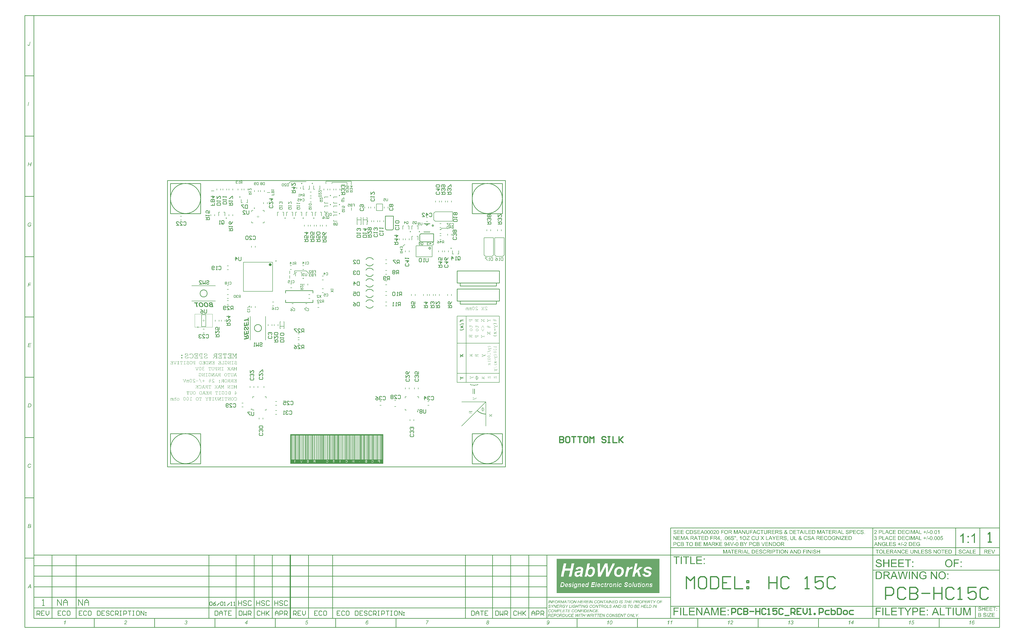
<source format=gbo>
%FSLAX25Y25*%
%MOIN*%
G70*
G01*
G75*
G04 Layer_Color=7633541*
%ADD10R,0.08500X0.10799*%
%ADD11R,0.07087X0.06299*%
%ADD12R,0.39370X0.90551*%
%ADD13R,0.39370X0.39370*%
%ADD14R,0.12598X0.15748*%
%ADD15R,0.10630X0.31496*%
%ADD16R,0.09843X0.06693*%
%ADD17R,0.06299X0.05512*%
%ADD18R,0.01575X0.05315*%
%ADD19R,0.09055X0.05118*%
%ADD20R,0.03150X0.05906*%
%ADD21R,0.05512X0.07480*%
%ADD22R,0.07087X0.05512*%
%ADD23R,0.07874X0.08661*%
%ADD24R,0.03543X0.03740*%
%ADD25R,0.03543X0.03740*%
%ADD26C,0.00800*%
%ADD27C,0.01000*%
%ADD28C,0.00700*%
%ADD29C,0.02000*%
%ADD30C,0.00394*%
%ADD31C,0.00400*%
%ADD32C,0.06000*%
%ADD33R,0.06000X0.06000*%
%ADD34C,0.08661*%
%ADD35R,0.08661X0.08661*%
%ADD36R,0.06000X0.06000*%
%ADD37C,0.03000*%
%ADD38C,0.02598*%
%ADD39C,0.04000*%
%ADD40C,0.14630*%
%ADD41C,0.07000*%
G04:AMPARAMS|DCode=42|XSize=90mil|YSize=90mil|CornerRadius=0mil|HoleSize=0mil|Usage=FLASHONLY|Rotation=0.000|XOffset=0mil|YOffset=0mil|HoleType=Round|Shape=Relief|Width=10mil|Gap=10mil|Entries=4|*
%AMTHD42*
7,0,0,0.09000,0.07000,0.01000,45*
%
%ADD42THD42*%
%ADD43C,0.10693*%
%ADD44C,0.07500*%
G04:AMPARAMS|DCode=45|XSize=95mil|YSize=95mil|CornerRadius=0mil|HoleSize=0mil|Usage=FLASHONLY|Rotation=0.000|XOffset=0mil|YOffset=0mil|HoleType=Round|Shape=Relief|Width=10mil|Gap=10mil|Entries=4|*
%AMTHD45*
7,0,0,0.09500,0.07500,0.01000,45*
%
%ADD45THD45*%
G04:AMPARAMS|DCode=46|XSize=75mil|YSize=75mil|CornerRadius=0mil|HoleSize=0mil|Usage=FLASHONLY|Rotation=0.000|XOffset=0mil|YOffset=0mil|HoleType=Round|Shape=Relief|Width=10mil|Gap=10mil|Entries=4|*
%AMTHD46*
7,0,0,0.07500,0.05500,0.01000,45*
%
%ADD46THD46*%
%ADD47C,0.05500*%
G04:AMPARAMS|DCode=48|XSize=72.992mil|YSize=72.992mil|CornerRadius=0mil|HoleSize=0mil|Usage=FLASHONLY|Rotation=0.000|XOffset=0mil|YOffset=0mil|HoleType=Round|Shape=Relief|Width=10mil|Gap=10mil|Entries=4|*
%AMTHD48*
7,0,0,0.07299,0.05299,0.01000,45*
%
%ADD48THD48*%
%ADD49C,0.05299*%
%ADD50R,0.06299X0.07087*%
%ADD51R,0.12598X0.03937*%
%ADD52R,0.04724X0.05512*%
%ADD53R,0.03150X0.06299*%
%ADD54R,0.07874X0.05118*%
%ADD55R,0.10799X0.08500*%
%ADD56O,0.08661X0.02362*%
%ADD57R,0.06299X0.10630*%
%ADD58R,0.10630X0.06299*%
%ADD59R,0.21654X0.05906*%
%ADD60R,0.09843X0.03937*%
%ADD61R,0.23622X0.09843*%
%ADD62R,0.01614X0.04016*%
%ADD63R,0.03740X0.03543*%
%ADD64R,0.03740X0.03543*%
%ADD65O,0.08268X0.01181*%
%ADD66O,0.01181X0.08268*%
%ADD67R,0.02362X0.00787*%
%ADD68R,0.00787X0.02362*%
%ADD69R,0.14173X0.14173*%
%ADD70R,0.14173X0.14173*%
%ADD71R,0.05512X0.04724*%
%ADD72O,0.00984X0.03347*%
%ADD73O,0.03347X0.00984*%
%ADD74R,0.13386X0.13386*%
%ADD75R,0.03937X0.02717*%
%ADD76R,0.04724X0.05512*%
%ADD77R,0.03937X0.12598*%
%ADD78C,0.00984*%
%ADD79C,0.00200*%
%ADD80C,0.00787*%
%ADD81R,0.09300X0.11599*%
%ADD82R,0.07887X0.07099*%
%ADD83R,0.40170X0.91351*%
%ADD84R,0.40170X0.40170*%
%ADD85R,0.13398X0.16548*%
%ADD86R,0.11430X0.32296*%
%ADD87R,0.10642X0.07493*%
%ADD88R,0.07099X0.06312*%
%ADD89R,0.02375X0.06115*%
%ADD90R,0.09855X0.05918*%
%ADD91R,0.03950X0.06706*%
%ADD92R,0.06312X0.08280*%
%ADD93R,0.07887X0.06312*%
%ADD94R,0.08674X0.09461*%
%ADD95R,0.04343X0.04540*%
%ADD96R,0.04343X0.04540*%
%ADD97C,0.00800*%
%ADD98C,0.06800*%
%ADD99R,0.06800X0.06800*%
%ADD100C,0.09461*%
%ADD101R,0.09461X0.09461*%
%ADD102R,0.06800X0.06800*%
%ADD103C,0.03800*%
%ADD104R,0.07099X0.07887*%
%ADD105R,0.13398X0.04737*%
%ADD106R,0.05524X0.06312*%
%ADD107R,0.03950X0.07099*%
%ADD108R,0.08674X0.05918*%
%ADD109R,0.11599X0.09300*%
%ADD110O,0.09461X0.03162*%
%ADD111R,0.07099X0.11430*%
%ADD112R,0.11430X0.07099*%
%ADD113R,0.22453X0.06706*%
%ADD114R,0.10642X0.04737*%
%ADD115R,0.24422X0.10642*%
%ADD116R,0.02414X0.04816*%
%ADD117R,0.04540X0.04343*%
%ADD118R,0.04540X0.04343*%
%ADD119O,0.09068X0.01981*%
%ADD120O,0.01981X0.09068*%
%ADD121R,0.02762X0.01187*%
%ADD122R,0.01187X0.02762*%
%ADD123R,0.14573X0.14573*%
%ADD124R,0.14573X0.14573*%
%ADD125R,0.06312X0.05524*%
%ADD126O,0.01784X0.04147*%
%ADD127O,0.04147X0.01784*%
%ADD128R,0.14186X0.14186*%
%ADD129R,0.04737X0.03517*%
%ADD130R,0.05524X0.06312*%
%ADD131R,0.04737X0.13398*%
%ADD132C,0.03398*%
%ADD133C,0.02362*%
G36*
X93928Y175026D02*
X93987Y175007D01*
X94026Y174987D01*
X94036Y174978D01*
X94065Y174939D01*
X94075Y174899D01*
X94084Y174861D01*
Y174851D01*
X94075Y174802D01*
X94055Y174763D01*
X94045Y174734D01*
X94036Y174724D01*
X93977Y174695D01*
X93918Y174685D01*
X93860Y174675D01*
X92981D01*
Y170361D01*
X93840D01*
X93928Y170351D01*
X93987Y170332D01*
X94026Y170312D01*
X94036Y170303D01*
X94065Y170264D01*
X94075Y170224D01*
X94084Y170185D01*
Y170176D01*
X94075Y170127D01*
X94055Y170088D01*
X94045Y170059D01*
X94036Y170049D01*
X93977Y170019D01*
X93918Y170010D01*
X93860Y170000D01*
X89849D01*
Y171796D01*
X89858Y171874D01*
X89878Y171932D01*
X89897Y171971D01*
X89907Y171981D01*
X89946Y172020D01*
X89985Y172030D01*
X90024Y172040D01*
X90034D01*
X90083Y172030D01*
X90122Y172011D01*
X90151Y171991D01*
X90161Y171981D01*
X90190Y171932D01*
X90200Y171864D01*
X90210Y171815D01*
Y171806D01*
Y171796D01*
Y170361D01*
X92620D01*
Y174675D01*
X91761D01*
X91683Y174685D01*
X91625Y174704D01*
X91586Y174714D01*
X91576Y174724D01*
X91537Y174763D01*
X91527Y174802D01*
X91517Y174841D01*
Y174851D01*
X91527Y174899D01*
X91547Y174948D01*
X91566Y174968D01*
X91576Y174978D01*
X91625Y175017D01*
X91693Y175026D01*
X91742Y175036D01*
X93840D01*
X93928Y175026D01*
D02*
G37*
G36*
X530784Y233835D02*
X530940Y233795D01*
X531076Y233747D01*
X531184Y233678D01*
X531281Y233620D01*
X531350Y233571D01*
X531389Y233532D01*
X531408Y233522D01*
X531516Y233395D01*
X531594Y233268D01*
X531652Y233132D01*
X531691Y233015D01*
X531711Y232907D01*
X531721Y232820D01*
X531730Y232761D01*
Y232751D01*
Y232741D01*
X531721Y232575D01*
X531682Y232429D01*
X531633Y232302D01*
X531565Y232185D01*
X531506Y232097D01*
X531457Y232029D01*
X531418Y231980D01*
X531408Y231970D01*
X531281Y231863D01*
X531145Y231775D01*
X531018Y231717D01*
X530891Y231678D01*
X530784Y231658D01*
X530696Y231639D01*
X530618D01*
X530452Y231648D01*
X530305Y231687D01*
X530169Y231746D01*
X530052Y231804D01*
X529964Y231863D01*
X529895Y231922D01*
X529847Y231961D01*
X529837Y231970D01*
X529730Y232097D01*
X529642Y232224D01*
X529583Y232351D01*
X529544Y232478D01*
X529525Y232585D01*
X529505Y232663D01*
Y232722D01*
Y232732D01*
Y232741D01*
X529515Y232907D01*
X529554Y233054D01*
X529612Y233190D01*
X529671Y233308D01*
X529730Y233395D01*
X529788Y233464D01*
X529827Y233503D01*
X529837Y233522D01*
X529964Y233630D01*
X530091Y233708D01*
X530227Y233766D01*
X530344Y233805D01*
X530452Y233825D01*
X530540Y233835D01*
X530598Y233844D01*
X530618D01*
X530784Y233835D01*
D02*
G37*
G36*
X530198Y244990D02*
X530237Y244971D01*
X530266Y244961D01*
X530276Y244951D01*
X530305Y244893D01*
X530315Y244834D01*
X530325Y244776D01*
Y244766D01*
Y244756D01*
Y244541D01*
X532736Y242950D01*
X534639D01*
Y243887D01*
X534649Y243975D01*
X534668Y244034D01*
X534688Y244073D01*
X534697Y244083D01*
X534736Y244112D01*
X534775Y244122D01*
X534815Y244131D01*
X534824D01*
X534873Y244122D01*
X534912Y244102D01*
X534941Y244092D01*
X534951Y244083D01*
X534980Y244024D01*
X534990Y243965D01*
X535000Y243907D01*
Y243897D01*
Y243887D01*
Y241652D01*
X534990Y241574D01*
X534971Y241516D01*
X534961Y241477D01*
X534951Y241467D01*
X534912Y241428D01*
X534873Y241418D01*
X534834Y241408D01*
X534824D01*
X534775Y241418D01*
X534727Y241438D01*
X534707Y241457D01*
X534697Y241467D01*
X534658Y241516D01*
X534649Y241584D01*
X534639Y241633D01*
Y241643D01*
Y241652D01*
Y242589D01*
X532736D01*
X530325Y241028D01*
Y240813D01*
X530315Y240735D01*
X530296Y240676D01*
X530286Y240637D01*
X530276Y240628D01*
X530237Y240588D01*
X530198Y240579D01*
X530159Y240569D01*
X530149D01*
X530100Y240579D01*
X530052Y240598D01*
X530032Y240618D01*
X530022Y240628D01*
X529983Y240676D01*
X529974Y240745D01*
X529964Y240793D01*
Y240803D01*
Y240813D01*
Y241799D01*
X529974Y241887D01*
X529993Y241945D01*
X530013Y241984D01*
X530022Y241994D01*
X530061Y242023D01*
X530100Y242033D01*
X530139Y242043D01*
X530149D01*
X530198Y242033D01*
X530237Y242013D01*
X530266Y242004D01*
X530276Y241994D01*
X530305Y241935D01*
X530315Y241877D01*
X530325Y241818D01*
Y241809D01*
Y241799D01*
Y241447D01*
X532365Y242775D01*
X530325Y244122D01*
Y243770D01*
X530315Y243692D01*
X530296Y243634D01*
X530286Y243595D01*
X530276Y243585D01*
X530237Y243546D01*
X530198Y243536D01*
X530159Y243526D01*
X530149D01*
X530100Y243536D01*
X530052Y243555D01*
X530032Y243575D01*
X530022Y243585D01*
X529983Y243634D01*
X529974Y243702D01*
X529964Y243751D01*
Y243760D01*
Y243770D01*
Y244756D01*
X529974Y244844D01*
X529993Y244902D01*
X530013Y244941D01*
X530022Y244951D01*
X530061Y244981D01*
X530100Y244990D01*
X530139Y245000D01*
X530149D01*
X530198Y244990D01*
D02*
G37*
G36*
X534873Y223909D02*
X534912Y223889D01*
X534941Y223879D01*
X534951Y223870D01*
X534980Y223811D01*
X534990Y223752D01*
X535000Y223704D01*
Y223694D01*
Y223684D01*
Y222523D01*
X534990Y222445D01*
X534971Y222386D01*
X534961Y222347D01*
X534951Y222337D01*
X534912Y222298D01*
X534873Y222288D01*
X534834Y222279D01*
X534824D01*
X534775Y222288D01*
X534727Y222308D01*
X534707Y222327D01*
X534697Y222337D01*
X534658Y222386D01*
X534649Y222454D01*
X534639Y222503D01*
Y222513D01*
Y222523D01*
Y223099D01*
X532716Y221625D01*
X534639Y220141D01*
Y220717D01*
X534649Y220795D01*
X534668Y220854D01*
X534688Y220893D01*
X534697Y220903D01*
X534736Y220932D01*
X534775Y220942D01*
X534815Y220951D01*
X534824D01*
X534873Y220942D01*
X534912Y220922D01*
X534941Y220912D01*
X534951Y220903D01*
X534980Y220844D01*
X534990Y220785D01*
X535000Y220737D01*
Y220727D01*
Y220717D01*
Y219546D01*
X534990Y219468D01*
X534971Y219409D01*
X534961Y219370D01*
X534951Y219360D01*
X534912Y219321D01*
X534873Y219312D01*
X534834Y219302D01*
X534824D01*
X534775Y219312D01*
X534727Y219331D01*
X534707Y219351D01*
X534697Y219360D01*
X534658Y219409D01*
X534649Y219478D01*
X534639Y219526D01*
Y219536D01*
Y219546D01*
Y219683D01*
X532423Y221400D01*
X530325Y219790D01*
Y219653D01*
X530315Y219575D01*
X530296Y219517D01*
X530286Y219478D01*
X530276Y219468D01*
X530237Y219429D01*
X530198Y219419D01*
X530159Y219409D01*
X530149D01*
X530100Y219419D01*
X530052Y219439D01*
X530032Y219458D01*
X530022Y219468D01*
X529983Y219517D01*
X529974Y219585D01*
X529964Y219634D01*
Y219643D01*
Y219653D01*
Y220639D01*
X529974Y220727D01*
X529993Y220785D01*
X530013Y220825D01*
X530022Y220834D01*
X530061Y220864D01*
X530100Y220873D01*
X530139Y220883D01*
X530149D01*
X530198Y220873D01*
X530237Y220854D01*
X530266Y220844D01*
X530276Y220834D01*
X530305Y220776D01*
X530315Y220717D01*
X530325Y220668D01*
Y220659D01*
Y220649D01*
Y220239D01*
X532131Y221625D01*
X530325Y223011D01*
Y222611D01*
X530315Y222533D01*
X530296Y222474D01*
X530286Y222435D01*
X530276Y222425D01*
X530237Y222386D01*
X530198Y222376D01*
X530159Y222367D01*
X530149D01*
X530100Y222376D01*
X530052Y222396D01*
X530032Y222415D01*
X530022Y222425D01*
X529983Y222484D01*
X529974Y222542D01*
X529964Y222601D01*
Y222611D01*
Y222620D01*
Y223606D01*
X529974Y223684D01*
X529993Y223743D01*
X530013Y223782D01*
X530022Y223792D01*
X530061Y223821D01*
X530100Y223831D01*
X530139Y223840D01*
X530149D01*
X530198Y223831D01*
X530237Y223811D01*
X530266Y223801D01*
X530276Y223792D01*
X530305Y223733D01*
X530315Y223674D01*
X530325Y223626D01*
Y223616D01*
Y223606D01*
Y223469D01*
X532423Y221849D01*
X534639Y223548D01*
Y223626D01*
Y223684D01*
X534649Y223733D01*
Y223762D01*
Y223782D01*
X534658Y223801D01*
Y223811D01*
X534668Y223840D01*
X534688Y223860D01*
X534707Y223879D01*
X534717Y223889D01*
X534756Y223909D01*
X534785Y223918D01*
X534824D01*
X534873Y223909D01*
D02*
G37*
G36*
X532902Y234030D02*
X532931Y234020D01*
X532950Y234010D01*
X532960Y234000D01*
X532980Y233971D01*
X532989Y233942D01*
X532999Y233932D01*
Y233922D01*
Y233893D01*
X532989Y233864D01*
X532980Y233835D01*
Y233825D01*
X531857Y230487D01*
X531838Y230438D01*
X531828Y230409D01*
X531809Y230389D01*
X531779Y230370D01*
X531750Y230350D01*
X531730D01*
X531691Y230360D01*
X531672Y230370D01*
X531652Y230380D01*
X531643Y230389D01*
X531623Y230419D01*
X531603Y230438D01*
Y230458D01*
Y230467D01*
Y230526D01*
X531613Y230555D01*
Y230565D01*
X532736Y233913D01*
X532755Y233961D01*
X532775Y233991D01*
X532785Y234010D01*
X532794D01*
X532824Y234030D01*
X532843Y234039D01*
X532872D01*
X532902Y234030D01*
D02*
G37*
G36*
X534170Y232732D02*
X534317Y232693D01*
X534453Y232644D01*
X534571Y232575D01*
X534658Y232517D01*
X534727Y232468D01*
X534766Y232429D01*
X534785Y232419D01*
X534893Y232293D01*
X534971Y232166D01*
X535029Y232029D01*
X535068Y231912D01*
X535088Y231804D01*
X535098Y231726D01*
X535107Y231668D01*
Y231648D01*
X535098Y231482D01*
X535059Y231336D01*
X535010Y231199D01*
X534941Y231082D01*
X534883Y230994D01*
X534834Y230926D01*
X534795Y230877D01*
X534785Y230868D01*
X534658Y230760D01*
X534531Y230672D01*
X534395Y230614D01*
X534278Y230575D01*
X534170Y230555D01*
X534083Y230536D01*
X534004D01*
X533839Y230545D01*
X533682Y230585D01*
X533546Y230643D01*
X533429Y230702D01*
X533341Y230760D01*
X533273Y230819D01*
X533224Y230858D01*
X533214Y230868D01*
X533107Y230994D01*
X533019Y231121D01*
X532960Y231258D01*
X532921Y231375D01*
X532902Y231482D01*
X532882Y231570D01*
Y231629D01*
Y231639D01*
Y231648D01*
X532892Y231814D01*
X532931Y231961D01*
X532989Y232087D01*
X533048Y232205D01*
X533107Y232293D01*
X533165Y232361D01*
X533204Y232400D01*
X533214Y232419D01*
X533341Y232527D01*
X533477Y232605D01*
X533604Y232663D01*
X533731Y232702D01*
X533839Y232722D01*
X533926Y232732D01*
X533985Y232741D01*
X534004D01*
X534170Y232732D01*
D02*
G37*
G36*
X524873Y149684D02*
X524912Y149664D01*
X524941Y149655D01*
X524951Y149645D01*
X524980Y149586D01*
X524990Y149528D01*
X525000Y149479D01*
Y149469D01*
Y149459D01*
Y148288D01*
X524990Y148210D01*
X524971Y148152D01*
X524961Y148112D01*
X524951Y148103D01*
X524912Y148064D01*
X524873Y148054D01*
X524834Y148044D01*
X524824D01*
X524776Y148054D01*
X524727Y148073D01*
X524707Y148093D01*
X524697Y148103D01*
X524658Y148152D01*
X524649Y148220D01*
X524639Y148269D01*
Y148278D01*
Y148288D01*
Y148874D01*
X523292Y147488D01*
X524639Y146092D01*
Y146678D01*
X524649Y146766D01*
X524668Y146824D01*
X524688Y146863D01*
X524697Y146873D01*
X524736Y146902D01*
X524776Y146912D01*
X524815Y146922D01*
X524824D01*
X524873Y146912D01*
X524912Y146892D01*
X524941Y146883D01*
X524951Y146873D01*
X524980Y146814D01*
X524990Y146756D01*
X525000Y146697D01*
Y146687D01*
Y146678D01*
Y145526D01*
X524990Y145438D01*
X524971Y145380D01*
X524961Y145341D01*
X524951Y145331D01*
X524912Y145292D01*
X524873Y145282D01*
X524834Y145272D01*
X524824D01*
X524785Y145282D01*
X524756Y145292D01*
X524736Y145302D01*
X524727Y145311D01*
X524697Y145331D01*
X524678Y145360D01*
X524658Y145380D01*
Y145389D01*
X524649Y145409D01*
Y145438D01*
X524639Y145507D01*
Y145565D01*
Y145585D01*
Y145594D01*
X523058Y147234D01*
X521623Y145770D01*
Y145721D01*
Y145673D01*
X521613Y145614D01*
Y145585D01*
Y145575D01*
X521594Y145546D01*
X521574Y145526D01*
X521555Y145507D01*
X521545D01*
X521506Y145487D01*
X521477Y145467D01*
X521447D01*
X521399Y145477D01*
X521350Y145497D01*
X521330Y145516D01*
X521320Y145526D01*
X521281Y145575D01*
X521272Y145643D01*
X521262Y145692D01*
Y145702D01*
Y145712D01*
Y146687D01*
X521272Y146775D01*
X521291Y146834D01*
X521311Y146873D01*
X521320Y146883D01*
X521359Y146912D01*
X521399Y146922D01*
X521438Y146932D01*
X521447D01*
X521496Y146922D01*
X521535Y146902D01*
X521564Y146892D01*
X521574Y146883D01*
X521603Y146824D01*
X521613Y146766D01*
X521623Y146717D01*
Y146707D01*
Y146697D01*
Y146287D01*
X522804Y147498D01*
X521623Y148708D01*
Y148278D01*
X521613Y148200D01*
X521594Y148142D01*
X521584Y148103D01*
X521574Y148093D01*
X521535Y148054D01*
X521496Y148044D01*
X521457Y148034D01*
X521447D01*
X521399Y148044D01*
X521350Y148064D01*
X521330Y148083D01*
X521320Y148093D01*
X521281Y148142D01*
X521272Y148200D01*
X521262Y148259D01*
Y148269D01*
Y148278D01*
Y149254D01*
X521272Y149342D01*
X521291Y149401D01*
X521311Y149440D01*
X521320Y149450D01*
X521359Y149479D01*
X521399Y149489D01*
X521438Y149498D01*
X521447D01*
X521486Y149489D01*
X521516Y149479D01*
X521535Y149469D01*
X521545D01*
X521574Y149450D01*
X521594Y149420D01*
X521613Y149411D01*
Y149401D01*
Y149381D01*
X521623Y149352D01*
Y149284D01*
Y149235D01*
Y149215D01*
Y149206D01*
X523038Y147742D01*
X524639Y149391D01*
Y149450D01*
Y149489D01*
X524649Y149528D01*
Y149557D01*
X524658Y149586D01*
Y149596D01*
X524678Y149625D01*
X524697Y149645D01*
X524717Y149655D01*
X524727Y149664D01*
X524756Y149684D01*
X524785Y149694D01*
X524824D01*
X524873Y149684D01*
D02*
G37*
G36*
X524668Y230419D02*
X524697Y230360D01*
X524717Y230321D01*
X524727Y230292D01*
Y230282D01*
X524717Y230233D01*
X524697Y230194D01*
X524688Y230175D01*
X524678Y230165D01*
X524629Y230126D01*
X524590Y230116D01*
X524551Y230106D01*
X524541D01*
X524502Y230116D01*
X524463Y230126D01*
X524405Y230184D01*
X524366Y230233D01*
X524356Y230253D01*
Y230262D01*
X522492Y233600D01*
X520627Y230262D01*
X520598Y230204D01*
X520569Y230165D01*
X520530Y230135D01*
X520501Y230116D01*
X520462Y230097D01*
X520442D01*
X520393Y230106D01*
X520344Y230126D01*
X520325Y230145D01*
X520315Y230155D01*
X520276Y230194D01*
X520266Y230233D01*
X520257Y230272D01*
Y230282D01*
X520266Y230321D01*
X520276Y230370D01*
X520296Y230399D01*
X520305Y230419D01*
X522492Y234332D01*
X524668Y230419D01*
D02*
G37*
G36*
X524873Y244990D02*
X524912Y244971D01*
X524941Y244961D01*
X524951Y244951D01*
X524980Y244893D01*
X524990Y244834D01*
X525000Y244785D01*
Y244776D01*
Y244766D01*
Y243604D01*
X524990Y243526D01*
X524971Y243468D01*
X524961Y243429D01*
X524951Y243419D01*
X524912Y243380D01*
X524873Y243370D01*
X524834Y243360D01*
X524824D01*
X524776Y243370D01*
X524727Y243390D01*
X524707Y243409D01*
X524697Y243419D01*
X524658Y243468D01*
X524649Y243536D01*
X524639Y243585D01*
Y243595D01*
Y243604D01*
Y244180D01*
X522716Y242706D01*
X524639Y241223D01*
Y241799D01*
X524649Y241877D01*
X524668Y241935D01*
X524688Y241974D01*
X524697Y241984D01*
X524736Y242013D01*
X524776Y242023D01*
X524815Y242033D01*
X524824D01*
X524873Y242023D01*
X524912Y242004D01*
X524941Y241994D01*
X524951Y241984D01*
X524980Y241926D01*
X524990Y241867D01*
X525000Y241818D01*
Y241809D01*
Y241799D01*
Y240628D01*
X524990Y240549D01*
X524971Y240491D01*
X524961Y240452D01*
X524951Y240442D01*
X524912Y240403D01*
X524873Y240393D01*
X524834Y240384D01*
X524824D01*
X524776Y240393D01*
X524727Y240413D01*
X524707Y240432D01*
X524697Y240442D01*
X524658Y240491D01*
X524649Y240559D01*
X524639Y240608D01*
Y240618D01*
Y240628D01*
Y240764D01*
X522423Y242482D01*
X520325Y240872D01*
Y240735D01*
X520315Y240657D01*
X520296Y240598D01*
X520286Y240559D01*
X520276Y240549D01*
X520237Y240510D01*
X520198Y240501D01*
X520159Y240491D01*
X520149D01*
X520100Y240501D01*
X520052Y240520D01*
X520032Y240540D01*
X520022Y240549D01*
X519983Y240598D01*
X519974Y240667D01*
X519964Y240715D01*
Y240725D01*
Y240735D01*
Y241721D01*
X519974Y241809D01*
X519993Y241867D01*
X520013Y241906D01*
X520022Y241916D01*
X520061Y241945D01*
X520100Y241955D01*
X520140Y241965D01*
X520149D01*
X520198Y241955D01*
X520237Y241935D01*
X520266Y241926D01*
X520276Y241916D01*
X520305Y241857D01*
X520315Y241799D01*
X520325Y241750D01*
Y241740D01*
Y241730D01*
Y241320D01*
X522131Y242706D01*
X520325Y244092D01*
Y243692D01*
X520315Y243614D01*
X520296Y243555D01*
X520286Y243516D01*
X520276Y243507D01*
X520237Y243468D01*
X520198Y243458D01*
X520159Y243448D01*
X520149D01*
X520100Y243458D01*
X520052Y243477D01*
X520032Y243497D01*
X520022Y243507D01*
X519983Y243565D01*
X519974Y243624D01*
X519964Y243682D01*
Y243692D01*
Y243702D01*
Y244688D01*
X519974Y244766D01*
X519993Y244824D01*
X520013Y244863D01*
X520022Y244873D01*
X520061Y244902D01*
X520100Y244912D01*
X520140Y244922D01*
X520149D01*
X520198Y244912D01*
X520237Y244893D01*
X520266Y244883D01*
X520276Y244873D01*
X520305Y244815D01*
X520315Y244756D01*
X520325Y244707D01*
Y244697D01*
Y244688D01*
Y244551D01*
X522423Y242931D01*
X524639Y244629D01*
Y244707D01*
Y244766D01*
X524649Y244815D01*
Y244844D01*
Y244863D01*
X524658Y244883D01*
Y244893D01*
X524668Y244922D01*
X524688Y244941D01*
X524707Y244961D01*
X524717Y244971D01*
X524756Y244990D01*
X524785Y245000D01*
X524824D01*
X524873Y244990D01*
D02*
G37*
G36*
X512706Y149684D02*
X512911Y149664D01*
X513097Y149635D01*
X513282Y149586D01*
X513448Y149537D01*
X513604Y149479D01*
X513751Y149420D01*
X513878Y149362D01*
X513995Y149303D01*
X514102Y149235D01*
X514190Y149186D01*
X514258Y149137D01*
X514317Y149089D01*
X514356Y149059D01*
X514385Y149040D01*
X514395Y149030D01*
X514522Y148903D01*
X514639Y148776D01*
X514737Y148640D01*
X514824Y148513D01*
X514893Y148376D01*
X514951Y148249D01*
X515000Y148122D01*
X515039Y148005D01*
X515078Y147898D01*
X515098Y147800D01*
X515117Y147712D01*
X515127Y147634D01*
Y147576D01*
X515137Y147527D01*
Y147498D01*
Y147488D01*
X515117Y147273D01*
X515078Y147068D01*
X515029Y146883D01*
X514961Y146717D01*
X514902Y146590D01*
X514844Y146483D01*
X514824Y146443D01*
X514805Y146414D01*
X514795Y146405D01*
Y146395D01*
X514658Y146209D01*
X514502Y146053D01*
X514346Y145907D01*
X514190Y145799D01*
X514053Y145702D01*
X513936Y145633D01*
X513897Y145614D01*
X513868Y145594D01*
X513848Y145585D01*
X513839D01*
X513604Y145487D01*
X513370Y145409D01*
X513146Y145360D01*
X512931Y145321D01*
X512755Y145302D01*
X512677Y145292D01*
X512619Y145282D01*
X512492D01*
X512228Y145292D01*
X511974Y145331D01*
X511750Y145380D01*
X511555Y145429D01*
X511467Y145458D01*
X511389Y145487D01*
X511320Y145516D01*
X511262Y145536D01*
X511213Y145555D01*
X511184Y145575D01*
X511164Y145585D01*
X511155D01*
X510940Y145702D01*
X510745Y145838D01*
X510579Y145965D01*
X510442Y146102D01*
X510335Y146219D01*
X510257Y146307D01*
X510237Y146346D01*
X510218Y146375D01*
X510198Y146385D01*
Y146395D01*
X510081Y146590D01*
X509993Y146775D01*
X509935Y146961D01*
X509886Y147127D01*
X509866Y147273D01*
X509857Y147332D01*
Y147390D01*
X509847Y147429D01*
Y147459D01*
Y147478D01*
Y147488D01*
X509857Y147654D01*
X509876Y147810D01*
X509915Y147956D01*
X509964Y148103D01*
X510081Y148366D01*
X510149Y148483D01*
X510218Y148591D01*
X510286Y148688D01*
X510354Y148776D01*
X510413Y148845D01*
X510471Y148913D01*
X510520Y148962D01*
X510559Y149001D01*
X510579Y149020D01*
X510589Y149030D01*
X510735Y149147D01*
X510881Y149245D01*
X511037Y149332D01*
X511194Y149411D01*
X511360Y149479D01*
X511516Y149528D01*
X511818Y149606D01*
X511955Y149635D01*
X512082Y149655D01*
X512199Y149674D01*
X512296Y149684D01*
X512375Y149694D01*
X512492D01*
X512706Y149684D01*
D02*
G37*
G36*
X521496Y186508D02*
X521535Y186489D01*
X521564Y186479D01*
X521574Y186469D01*
X521603Y186411D01*
X521613Y186352D01*
X521623Y186294D01*
Y186284D01*
Y186274D01*
Y186167D01*
X524990Y184488D01*
X526298Y185132D01*
Y186264D01*
X526308Y186352D01*
X526318Y186411D01*
X526337Y186450D01*
X526347Y186460D01*
X526386Y186489D01*
X526425Y186499D01*
X526464Y186508D01*
X526474D01*
X526523Y186499D01*
X526562Y186479D01*
X526591Y186469D01*
X526601Y186460D01*
X526630Y186401D01*
X526649Y186342D01*
X526659Y186284D01*
Y186274D01*
Y186264D01*
Y184244D01*
X526649Y184166D01*
X526630Y184107D01*
X526610Y184068D01*
X526601Y184059D01*
X526562Y184019D01*
X526523Y184010D01*
X526483Y184000D01*
X526474D01*
X526425Y184010D01*
X526376Y184029D01*
X526357Y184049D01*
X526347Y184059D01*
X526318Y184107D01*
X526308Y184176D01*
X526298Y184224D01*
Y184234D01*
Y184244D01*
Y184732D01*
X521623Y182448D01*
Y182380D01*
Y182321D01*
Y182282D01*
X521613Y182253D01*
Y182214D01*
Y182204D01*
X521574Y182146D01*
X521564Y182136D01*
X521555Y182126D01*
X521516Y182107D01*
X521486Y182087D01*
X521447D01*
X521399Y182097D01*
X521350Y182116D01*
X521330Y182136D01*
X521320Y182146D01*
X521281Y182204D01*
X521272Y182263D01*
X521262Y182321D01*
Y182331D01*
Y182341D01*
Y183327D01*
X521272Y183414D01*
X521291Y183473D01*
X521311Y183512D01*
X521320Y183522D01*
X521359Y183551D01*
X521399Y183561D01*
X521438Y183571D01*
X521447D01*
X521496Y183561D01*
X521535Y183541D01*
X521564Y183531D01*
X521574Y183522D01*
X521603Y183463D01*
X521613Y183405D01*
X521623Y183346D01*
Y183336D01*
Y183327D01*
Y182848D01*
X524580Y184293D01*
X521623Y185767D01*
Y185279D01*
X521613Y185201D01*
X521594Y185142D01*
X521584Y185103D01*
X521574Y185093D01*
X521535Y185054D01*
X521496Y185044D01*
X521457Y185035D01*
X521447D01*
X521399Y185044D01*
X521350Y185064D01*
X521330Y185083D01*
X521320Y185093D01*
X521281Y185142D01*
X521272Y185210D01*
X521262Y185259D01*
Y185269D01*
Y185279D01*
Y186274D01*
Y186342D01*
X521272Y186381D01*
X521281Y186411D01*
Y186421D01*
X521301Y186450D01*
X521320Y186479D01*
X521340Y186489D01*
X521350Y186499D01*
X521408Y186518D01*
X521447D01*
X521496Y186508D01*
D02*
G37*
G36*
X520198Y218463D02*
X520237Y218443D01*
X520266Y218433D01*
X520276Y218424D01*
X520305Y218365D01*
X520315Y218306D01*
X520325Y218248D01*
Y218238D01*
Y218228D01*
Y218014D01*
X522736Y216423D01*
X524639D01*
Y217360D01*
X524649Y217447D01*
X524668Y217506D01*
X524688Y217545D01*
X524697Y217555D01*
X524736Y217584D01*
X524776Y217594D01*
X524815Y217604D01*
X524824D01*
X524873Y217594D01*
X524912Y217574D01*
X524941Y217565D01*
X524951Y217555D01*
X524980Y217496D01*
X524990Y217438D01*
X525000Y217379D01*
Y217369D01*
Y217360D01*
Y215125D01*
X524990Y215047D01*
X524971Y214988D01*
X524961Y214949D01*
X524951Y214939D01*
X524912Y214900D01*
X524873Y214890D01*
X524834Y214881D01*
X524824D01*
X524776Y214890D01*
X524727Y214910D01*
X524707Y214929D01*
X524697Y214939D01*
X524658Y214988D01*
X524649Y215056D01*
X524639Y215105D01*
Y215115D01*
Y215125D01*
Y216062D01*
X522736D01*
X520325Y214500D01*
Y214285D01*
X520315Y214207D01*
X520296Y214149D01*
X520286Y214110D01*
X520276Y214100D01*
X520237Y214061D01*
X520198Y214051D01*
X520159Y214041D01*
X520149D01*
X520100Y214051D01*
X520052Y214071D01*
X520032Y214090D01*
X520022Y214100D01*
X519983Y214149D01*
X519974Y214217D01*
X519964Y214266D01*
Y214276D01*
Y214285D01*
Y215271D01*
X519974Y215359D01*
X519993Y215417D01*
X520013Y215457D01*
X520022Y215466D01*
X520061Y215495D01*
X520100Y215505D01*
X520140Y215515D01*
X520149D01*
X520198Y215505D01*
X520237Y215486D01*
X520266Y215476D01*
X520276Y215466D01*
X520305Y215408D01*
X520315Y215349D01*
X520325Y215291D01*
Y215281D01*
Y215271D01*
Y214920D01*
X522365Y216247D01*
X520325Y217594D01*
Y217243D01*
X520315Y217164D01*
X520296Y217106D01*
X520286Y217067D01*
X520276Y217057D01*
X520237Y217018D01*
X520198Y217008D01*
X520159Y216999D01*
X520149D01*
X520100Y217008D01*
X520052Y217028D01*
X520032Y217047D01*
X520022Y217057D01*
X519983Y217106D01*
X519974Y217174D01*
X519964Y217223D01*
Y217233D01*
Y217243D01*
Y218228D01*
X519974Y218316D01*
X519993Y218375D01*
X520013Y218414D01*
X520022Y218424D01*
X520061Y218453D01*
X520100Y218463D01*
X520140Y218472D01*
X520149D01*
X520198Y218463D01*
D02*
G37*
G36*
X524600Y228828D02*
X524639Y228808D01*
X524668Y228798D01*
X524678Y228789D01*
X524707Y228740D01*
X524717Y228701D01*
X524727Y228672D01*
Y228662D01*
X524717Y228623D01*
X524697Y228574D01*
X524678Y228535D01*
X524668Y228515D01*
X522492Y224602D01*
X520305Y228515D01*
X520276Y228584D01*
X520266Y228623D01*
X520257Y228652D01*
Y228662D01*
X520266Y228711D01*
X520286Y228750D01*
X520305Y228769D01*
X520315Y228779D01*
X520354Y228808D01*
X520393Y228818D01*
X520432Y228828D01*
X520442D01*
X520481Y228818D01*
X520520Y228808D01*
X520579Y228750D01*
X520618Y228701D01*
X520627Y228691D01*
Y228681D01*
X522492Y225343D01*
X524356Y228681D01*
X524385Y228730D01*
X524414Y228769D01*
X524444Y228798D01*
X524473Y228818D01*
X524522Y228837D01*
X524541D01*
X524600Y228828D01*
D02*
G37*
G36*
X73130Y175026D02*
X73188Y175007D01*
X73227Y174987D01*
X73237Y174978D01*
X73266Y174939D01*
X73276Y174899D01*
X73286Y174861D01*
Y174851D01*
X73276Y174802D01*
X73256Y174763D01*
X73247Y174734D01*
X73237Y174724D01*
X73178Y174695D01*
X73120Y174685D01*
X73061Y174675D01*
X72554D01*
Y170361D01*
X72856D01*
X72944Y170351D01*
X73003Y170332D01*
X73042Y170312D01*
X73052Y170303D01*
X73081Y170264D01*
X73091Y170224D01*
X73100Y170185D01*
Y170176D01*
X73091Y170127D01*
X73071Y170088D01*
X73061Y170059D01*
X73052Y170049D01*
X72993Y170019D01*
X72934Y170010D01*
X72876Y170000D01*
X71519D01*
X71441Y170010D01*
X71383Y170029D01*
X71343Y170039D01*
X71334Y170049D01*
X71295Y170088D01*
X71285Y170127D01*
X71275Y170166D01*
Y170176D01*
X71285Y170224D01*
X71305Y170273D01*
X71324Y170293D01*
X71334Y170303D01*
X71383Y170342D01*
X71451Y170351D01*
X71500Y170361D01*
X72193D01*
Y174509D01*
X69538Y170000D01*
X69060D01*
Y174675D01*
X68757D01*
X68679Y174685D01*
X68621Y174704D01*
X68581Y174714D01*
X68572Y174724D01*
X68533Y174763D01*
X68523Y174802D01*
X68513Y174841D01*
Y174851D01*
X68523Y174899D01*
X68542Y174948D01*
X68562Y174968D01*
X68572Y174978D01*
X68621Y175017D01*
X68689Y175026D01*
X68738Y175036D01*
X70094D01*
X70182Y175026D01*
X70241Y175007D01*
X70280Y174987D01*
X70289Y174978D01*
X70319Y174939D01*
X70328Y174899D01*
X70338Y174861D01*
Y174851D01*
X70328Y174802D01*
X70309Y174763D01*
X70299Y174734D01*
X70289Y174724D01*
X70231Y174695D01*
X70172Y174685D01*
X70114Y174675D01*
X69421D01*
Y170517D01*
X72095Y175036D01*
X73042D01*
X73130Y175026D01*
D02*
G37*
G36*
X533446Y199992D02*
X533610Y199984D01*
X533758Y199969D01*
X533891Y199945D01*
X534000Y199922D01*
X534086Y199906D01*
X534118Y199899D01*
X534141D01*
X534157Y199891D01*
X534164D01*
X534336Y199844D01*
X534508Y199781D01*
X534672Y199719D01*
X534828Y199649D01*
X534961Y199586D01*
X535023Y199563D01*
X535070Y199539D01*
X535109Y199516D01*
X535141Y199508D01*
X535156Y199492D01*
X535164D01*
X535265Y199438D01*
X535359Y199391D01*
X535437Y199344D01*
X535515Y199305D01*
X535578Y199266D01*
X535633Y199235D01*
X535718Y199180D01*
X535781Y199133D01*
X535820Y199102D01*
X535844Y199086D01*
X535851Y199078D01*
X535875Y199047D01*
X535883Y199016D01*
X535890Y198993D01*
Y198985D01*
X535883Y198946D01*
X535867Y198907D01*
X535851Y198891D01*
X535844Y198883D01*
X535804Y198852D01*
X535773Y198844D01*
X535750Y198836D01*
X535742D01*
X535718Y198844D01*
X535687Y198852D01*
X535672Y198860D01*
X535664Y198868D01*
X535414Y199000D01*
X535180Y199110D01*
X534969Y199203D01*
X534875Y199242D01*
X534789Y199274D01*
X534711Y199305D01*
X534633Y199336D01*
X534570Y199360D01*
X534524Y199375D01*
X534477Y199391D01*
X534445Y199399D01*
X534430Y199406D01*
X534422D01*
X534211Y199461D01*
X534000Y199500D01*
X533813Y199524D01*
X533641Y199539D01*
X533563Y199547D01*
X533493Y199555D01*
X533430D01*
X533383Y199563D01*
X533282D01*
X533071Y199555D01*
X532868Y199539D01*
X532680Y199516D01*
X532509Y199485D01*
X532431Y199469D01*
X532368Y199453D01*
X532306Y199445D01*
X532251Y199430D01*
X532212Y199422D01*
X532181Y199414D01*
X532165Y199406D01*
X532157D01*
X531939Y199336D01*
X531720Y199250D01*
X531509Y199164D01*
X531314Y199078D01*
X531220Y199032D01*
X531142Y198993D01*
X531072Y198961D01*
X531009Y198930D01*
X530962Y198907D01*
X530923Y198883D01*
X530900Y198875D01*
X530892Y198868D01*
X530861Y198852D01*
X530845Y198836D01*
X530822D01*
X530783Y198844D01*
X530744Y198860D01*
X530728Y198875D01*
X530720Y198883D01*
X530689Y198922D01*
X530681Y198953D01*
X530673Y198977D01*
Y198985D01*
X530681Y199024D01*
X530689Y199055D01*
X530704Y199071D01*
X530712Y199078D01*
X530744Y199102D01*
X530775Y199133D01*
X530876Y199203D01*
X530994Y199274D01*
X531111Y199344D01*
X531228Y199406D01*
X531329Y199461D01*
X531368Y199477D01*
X531400Y199492D01*
X531415Y199508D01*
X531423D01*
X531634Y199609D01*
X531829Y199688D01*
X532001Y199758D01*
X532149Y199813D01*
X532274Y199852D01*
X532321Y199867D01*
X532368Y199875D01*
X532399Y199891D01*
X532423D01*
X532438Y199899D01*
X532446D01*
X532610Y199930D01*
X532766Y199953D01*
X532907Y199977D01*
X533032Y199984D01*
X533133Y199992D01*
X533212Y200000D01*
X533282D01*
X533446Y199992D01*
D02*
G37*
G36*
X545976Y218053D02*
X546015Y218033D01*
X546044Y218023D01*
X546054Y218014D01*
X546083Y217965D01*
X546103Y217926D01*
X546113Y217897D01*
Y217887D01*
X546103Y217838D01*
X546083Y217799D01*
X546064Y217779D01*
X546054Y217770D01*
X546015Y217740D01*
X545976Y217701D01*
X545859Y217613D01*
X545713Y217526D01*
X545566Y217447D01*
X545420Y217369D01*
X545303Y217301D01*
X545254Y217272D01*
X545215Y217262D01*
X545195Y217243D01*
X545185D01*
X544922Y217116D01*
X544678Y217008D01*
X544463Y216920D01*
X544278Y216852D01*
X544122Y216803D01*
X544053Y216784D01*
X544004Y216774D01*
X543965Y216755D01*
X543936D01*
X543917Y216745D01*
X543907D01*
X543702Y216696D01*
X543507Y216667D01*
X543331Y216637D01*
X543175Y216628D01*
X543048Y216618D01*
X542950Y216608D01*
X542863D01*
X542658Y216618D01*
X542453Y216628D01*
X542267Y216657D01*
X542101Y216676D01*
X541965Y216706D01*
X541857Y216735D01*
X541818Y216745D01*
X541779D01*
X541769Y216755D01*
X541760D01*
X541545Y216813D01*
X541330Y216891D01*
X541125Y216969D01*
X540920Y217057D01*
X540754Y217135D01*
X540686Y217164D01*
X540618Y217194D01*
X540569Y217213D01*
X540530Y217233D01*
X540510Y217252D01*
X540501D01*
X540374Y217321D01*
X540257Y217379D01*
X540159Y217438D01*
X540061Y217487D01*
X539983Y217535D01*
X539915Y217574D01*
X539808Y217643D01*
X539730Y217701D01*
X539671Y217740D01*
X539651Y217760D01*
X539642Y217770D01*
X539612Y217809D01*
X539603Y217848D01*
X539593Y217877D01*
Y217887D01*
X539603Y217935D01*
X539622Y217975D01*
X539642Y218004D01*
X539651Y218014D01*
X539691Y218043D01*
X539730Y218053D01*
X539769Y218062D01*
X539778D01*
X539808Y218053D01*
X539837Y218043D01*
X539856Y218033D01*
X539866D01*
X540179Y217867D01*
X540481Y217731D01*
X540745Y217613D01*
X540871Y217565D01*
X540979Y217516D01*
X541086Y217487D01*
X541174Y217447D01*
X541252Y217418D01*
X541321Y217399D01*
X541379Y217379D01*
X541418Y217369D01*
X541438Y217360D01*
X541447D01*
X541711Y217291D01*
X541965Y217243D01*
X542199Y217203D01*
X542414Y217184D01*
X542511Y217174D01*
X542599Y217164D01*
X542677D01*
X542736Y217155D01*
X542863D01*
X543126Y217164D01*
X543380Y217184D01*
X543614Y217223D01*
X543829Y217252D01*
X543926Y217272D01*
X544014Y217291D01*
X544092Y217311D01*
X544151Y217330D01*
X544209Y217340D01*
X544248Y217350D01*
X544268Y217360D01*
X544278D01*
X544541Y217447D01*
X544815Y217555D01*
X545078Y217662D01*
X545312Y217770D01*
X545429Y217828D01*
X545527Y217877D01*
X545615Y217916D01*
X545683Y217955D01*
X545742Y217984D01*
X545791Y218014D01*
X545820Y218023D01*
X545830Y218033D01*
X545869Y218053D01*
X545898Y218062D01*
X545927D01*
X545976Y218053D01*
D02*
G37*
G36*
X544873Y224211D02*
X544912Y224192D01*
X544941Y224182D01*
X544951Y224172D01*
X544980Y224114D01*
X544990Y224055D01*
X545000Y224006D01*
Y223996D01*
Y223987D01*
Y222815D01*
X544990Y222737D01*
X544971Y222679D01*
X544961Y222640D01*
X544951Y222630D01*
X544912Y222591D01*
X544873Y222581D01*
X544834Y222571D01*
X544824D01*
X544775Y222581D01*
X544727Y222601D01*
X544707Y222620D01*
X544697Y222630D01*
X544658Y222679D01*
X544649Y222747D01*
X544639Y222796D01*
Y222806D01*
Y222815D01*
Y223401D01*
X543292Y222015D01*
X544639Y220620D01*
Y221205D01*
X544649Y221293D01*
X544668Y221352D01*
X544688Y221391D01*
X544697Y221400D01*
X544736Y221430D01*
X544775Y221439D01*
X544815Y221449D01*
X544824D01*
X544873Y221439D01*
X544912Y221420D01*
X544941Y221410D01*
X544951Y221400D01*
X544980Y221342D01*
X544990Y221283D01*
X545000Y221225D01*
Y221215D01*
Y221205D01*
Y220053D01*
X544990Y219966D01*
X544971Y219907D01*
X544961Y219868D01*
X544951Y219858D01*
X544912Y219819D01*
X544873Y219809D01*
X544834Y219800D01*
X544824D01*
X544785Y219809D01*
X544756Y219819D01*
X544736Y219829D01*
X544727Y219839D01*
X544697Y219858D01*
X544678Y219887D01*
X544658Y219907D01*
Y219917D01*
X544649Y219936D01*
Y219966D01*
X544639Y220034D01*
Y220093D01*
Y220112D01*
Y220122D01*
X543058Y221761D01*
X541623Y220297D01*
Y220249D01*
Y220200D01*
X541613Y220141D01*
Y220112D01*
Y220102D01*
X541594Y220073D01*
X541574Y220053D01*
X541555Y220034D01*
X541545D01*
X541506Y220014D01*
X541477Y219995D01*
X541447D01*
X541399Y220005D01*
X541350Y220024D01*
X541330Y220044D01*
X541321Y220053D01*
X541281Y220102D01*
X541272Y220171D01*
X541262Y220219D01*
Y220229D01*
Y220239D01*
Y221215D01*
X541272Y221303D01*
X541291Y221361D01*
X541311Y221400D01*
X541321Y221410D01*
X541360Y221439D01*
X541399Y221449D01*
X541438Y221459D01*
X541447D01*
X541496Y221449D01*
X541535Y221430D01*
X541565Y221420D01*
X541574Y221410D01*
X541604Y221352D01*
X541613Y221293D01*
X541623Y221244D01*
Y221234D01*
Y221225D01*
Y220815D01*
X542804Y222025D01*
X541623Y223235D01*
Y222806D01*
X541613Y222728D01*
X541594Y222669D01*
X541584Y222630D01*
X541574Y222620D01*
X541535Y222581D01*
X541496Y222571D01*
X541457Y222562D01*
X541447D01*
X541399Y222571D01*
X541350Y222591D01*
X541330Y222611D01*
X541321Y222620D01*
X541281Y222669D01*
X541272Y222728D01*
X541262Y222786D01*
Y222796D01*
Y222806D01*
Y223782D01*
X541272Y223870D01*
X541291Y223928D01*
X541311Y223967D01*
X541321Y223977D01*
X541360Y224006D01*
X541399Y224016D01*
X541438Y224026D01*
X541447D01*
X541486Y224016D01*
X541516Y224006D01*
X541535Y223996D01*
X541545D01*
X541574Y223977D01*
X541594Y223948D01*
X541613Y223938D01*
Y223928D01*
Y223909D01*
X541623Y223879D01*
Y223811D01*
Y223762D01*
Y223743D01*
Y223733D01*
X543038Y222269D01*
X544639Y223918D01*
Y223977D01*
Y224016D01*
X544649Y224055D01*
Y224084D01*
X544658Y224114D01*
Y224123D01*
X544678Y224153D01*
X544697Y224172D01*
X544717Y224182D01*
X544727Y224192D01*
X544756Y224211D01*
X544785Y224221D01*
X544824D01*
X544873Y224211D01*
D02*
G37*
G36*
X534899Y188597D02*
X534930Y188582D01*
X534953Y188574D01*
X534961Y188566D01*
X534984Y188519D01*
X534992Y188472D01*
X535000Y188426D01*
Y188418D01*
Y188410D01*
Y186137D01*
X534992Y186075D01*
X534977Y186028D01*
X534969Y185997D01*
X534961Y185989D01*
X534930Y185958D01*
X534899Y185950D01*
X534867Y185942D01*
X534859D01*
X534820Y185950D01*
X534781Y185965D01*
X534766Y185981D01*
X534758Y185989D01*
X534727Y186028D01*
X534719Y186083D01*
X534711Y186122D01*
Y186129D01*
Y186137D01*
Y187129D01*
X530619D01*
X531040Y188449D01*
X531064Y188504D01*
X531079Y188543D01*
X531095Y188558D01*
X531103Y188566D01*
X531134Y188582D01*
X531165Y188590D01*
X531189Y188597D01*
X531196D01*
X531236Y188590D01*
X531267Y188574D01*
X531290Y188566D01*
X531298Y188558D01*
X531321Y188527D01*
X531329Y188496D01*
X531337Y188472D01*
Y188465D01*
Y188433D01*
X531329Y188402D01*
X531321Y188371D01*
Y188363D01*
X531017Y187418D01*
X534711D01*
Y188410D01*
X534719Y188480D01*
X534734Y188527D01*
X534750Y188558D01*
X534758Y188566D01*
X534789Y188590D01*
X534820Y188597D01*
X534852Y188605D01*
X534859D01*
X534899Y188597D01*
D02*
G37*
G36*
X535476Y192823D02*
X535508Y192807D01*
X535531Y192799D01*
X535539Y192791D01*
X535562Y192752D01*
X535578Y192721D01*
X535586Y192690D01*
Y192682D01*
X535578Y192651D01*
X535562Y192620D01*
X535515Y192565D01*
X535476Y192534D01*
X535461Y192526D01*
X535453D01*
X530470Y190199D01*
X530415Y190183D01*
X530384Y190167D01*
X530353D01*
X530322Y190175D01*
X530291Y190191D01*
X530267Y190206D01*
X530259Y190214D01*
X530228Y190245D01*
X530220Y190277D01*
X530212Y190300D01*
Y190308D01*
X530220Y190339D01*
X530228Y190363D01*
X530236Y190378D01*
X530244Y190386D01*
X530267Y190417D01*
X530306Y190441D01*
X530330Y190456D01*
X530345Y190464D01*
X535328Y192791D01*
X535383Y192815D01*
X535414Y192823D01*
X535437Y192830D01*
X535445D01*
X535476Y192823D01*
D02*
G37*
G36*
X532196Y197337D02*
X532228Y197321D01*
X532251Y197313D01*
X532259Y197306D01*
X532282Y197259D01*
X532290Y197212D01*
X532298Y197165D01*
Y197157D01*
Y197149D01*
Y197063D01*
X534992Y195720D01*
X536039Y196236D01*
Y197142D01*
X536047Y197212D01*
X536054Y197259D01*
X536070Y197290D01*
X536078Y197298D01*
X536109Y197321D01*
X536140Y197329D01*
X536171Y197337D01*
X536179D01*
X536218Y197329D01*
X536250Y197313D01*
X536273Y197306D01*
X536281Y197298D01*
X536304Y197251D01*
X536320Y197204D01*
X536328Y197157D01*
Y197149D01*
Y197142D01*
Y195525D01*
X536320Y195462D01*
X536304Y195415D01*
X536289Y195384D01*
X536281Y195377D01*
X536250Y195345D01*
X536218Y195337D01*
X536187Y195330D01*
X536179D01*
X536140Y195337D01*
X536101Y195353D01*
X536086Y195369D01*
X536078Y195377D01*
X536054Y195415D01*
X536047Y195470D01*
X536039Y195509D01*
Y195517D01*
Y195525D01*
Y195915D01*
X532298Y194088D01*
Y194033D01*
Y193986D01*
Y193955D01*
X532290Y193932D01*
Y193900D01*
Y193893D01*
X532259Y193846D01*
X532251Y193838D01*
X532243Y193830D01*
X532212Y193815D01*
X532188Y193799D01*
X532157D01*
X532118Y193807D01*
X532079Y193822D01*
X532063Y193838D01*
X532056Y193846D01*
X532024Y193893D01*
X532017Y193939D01*
X532009Y193986D01*
Y193994D01*
Y194002D01*
Y194791D01*
X532017Y194861D01*
X532032Y194908D01*
X532048Y194939D01*
X532056Y194947D01*
X532087Y194970D01*
X532118Y194978D01*
X532149Y194986D01*
X532157D01*
X532196Y194978D01*
X532228Y194963D01*
X532251Y194955D01*
X532259Y194947D01*
X532282Y194900D01*
X532290Y194853D01*
X532298Y194806D01*
Y194799D01*
Y194791D01*
Y194408D01*
X534664Y195564D01*
X532298Y196743D01*
Y196353D01*
X532290Y196290D01*
X532274Y196243D01*
X532267Y196212D01*
X532259Y196204D01*
X532228Y196173D01*
X532196Y196165D01*
X532165Y196158D01*
X532157D01*
X532118Y196165D01*
X532079Y196181D01*
X532063Y196196D01*
X532056Y196204D01*
X532024Y196243D01*
X532017Y196298D01*
X532009Y196337D01*
Y196345D01*
Y196353D01*
Y197149D01*
Y197204D01*
X532017Y197235D01*
X532024Y197259D01*
Y197266D01*
X532040Y197290D01*
X532056Y197313D01*
X532071Y197321D01*
X532079Y197329D01*
X532126Y197345D01*
X532157D01*
X532196Y197337D01*
D02*
G37*
G36*
X542765Y225441D02*
X542248D01*
Y229140D01*
X542765D01*
Y225441D01*
D02*
G37*
G36*
X544170Y243702D02*
X544317Y243663D01*
X544453Y243614D01*
X544571Y243546D01*
X544658Y243487D01*
X544727Y243438D01*
X544766Y243399D01*
X544785Y243390D01*
X544893Y243263D01*
X544971Y243136D01*
X545029Y242999D01*
X545068Y242882D01*
X545088Y242775D01*
X545098Y242697D01*
X545107Y242638D01*
Y242619D01*
X545098Y242453D01*
X545059Y242306D01*
X545010Y242170D01*
X544941Y242053D01*
X544883Y241965D01*
X544834Y241896D01*
X544795Y241847D01*
X544785Y241838D01*
X544658Y241730D01*
X544531Y241643D01*
X544395Y241584D01*
X544278Y241545D01*
X544170Y241525D01*
X544083Y241506D01*
X544004D01*
X543839Y241516D01*
X543682Y241555D01*
X543546Y241613D01*
X543429Y241672D01*
X543341Y241730D01*
X543272Y241789D01*
X543224Y241828D01*
X543214Y241838D01*
X543107Y241965D01*
X543019Y242091D01*
X542960Y242228D01*
X542921Y242345D01*
X542902Y242453D01*
X542882Y242541D01*
Y242599D01*
Y242609D01*
Y242619D01*
X542892Y242785D01*
X542931Y242931D01*
X542989Y243058D01*
X543048Y243175D01*
X543107Y243263D01*
X543165Y243331D01*
X543204Y243370D01*
X543214Y243390D01*
X543341Y243497D01*
X543477Y243575D01*
X543604Y243634D01*
X543731Y243673D01*
X543839Y243692D01*
X543926Y243702D01*
X543985Y243712D01*
X544004D01*
X544170Y243702D01*
D02*
G37*
G36*
X104869Y175026D02*
X104928Y175007D01*
X104967Y174987D01*
X104976Y174978D01*
X105006Y174939D01*
X105016Y174899D01*
X105025Y174861D01*
Y174851D01*
X105016Y174802D01*
X104996Y174763D01*
X104986Y174734D01*
X104976Y174724D01*
X104918Y174695D01*
X104859Y174685D01*
X104801Y174675D01*
X104293D01*
Y170361D01*
X104596D01*
X104684Y170351D01*
X104742Y170332D01*
X104781Y170312D01*
X104791Y170303D01*
X104820Y170264D01*
X104830Y170224D01*
X104840Y170185D01*
Y170176D01*
X104830Y170127D01*
X104811Y170088D01*
X104801Y170059D01*
X104791Y170049D01*
X104733Y170019D01*
X104674Y170010D01*
X104615Y170000D01*
X103259D01*
X103181Y170010D01*
X103122Y170029D01*
X103083Y170039D01*
X103073Y170049D01*
X103034Y170088D01*
X103024Y170127D01*
X103015Y170166D01*
Y170176D01*
X103024Y170224D01*
X103044Y170273D01*
X103063Y170293D01*
X103073Y170303D01*
X103122Y170342D01*
X103190Y170351D01*
X103239Y170361D01*
X103932D01*
Y174509D01*
X101277Y170000D01*
X100799D01*
Y174675D01*
X100497D01*
X100419Y174685D01*
X100360Y174704D01*
X100321Y174714D01*
X100311Y174724D01*
X100272Y174763D01*
X100262Y174802D01*
X100253Y174841D01*
Y174851D01*
X100262Y174899D01*
X100282Y174948D01*
X100301Y174968D01*
X100311Y174978D01*
X100360Y175017D01*
X100428Y175026D01*
X100477Y175036D01*
X101834D01*
X101922Y175026D01*
X101980Y175007D01*
X102019Y174987D01*
X102029Y174978D01*
X102058Y174939D01*
X102068Y174899D01*
X102078Y174861D01*
Y174851D01*
X102068Y174802D01*
X102049Y174763D01*
X102039Y174734D01*
X102029Y174724D01*
X101970Y174695D01*
X101912Y174685D01*
X101853Y174675D01*
X101160D01*
Y170517D01*
X103835Y175036D01*
X104781D01*
X104869Y175026D01*
D02*
G37*
G36*
X540784Y244805D02*
X540940Y244766D01*
X541077Y244717D01*
X541184Y244649D01*
X541281Y244590D01*
X541350Y244541D01*
X541389Y244502D01*
X541408Y244493D01*
X541516Y244366D01*
X541594Y244239D01*
X541652Y244102D01*
X541691Y243985D01*
X541711Y243878D01*
X541721Y243790D01*
X541730Y243731D01*
Y243721D01*
Y243712D01*
X541721Y243546D01*
X541682Y243399D01*
X541633Y243272D01*
X541565Y243155D01*
X541506Y243068D01*
X541457Y242999D01*
X541418Y242950D01*
X541408Y242941D01*
X541281Y242833D01*
X541145Y242745D01*
X541018Y242687D01*
X540891Y242648D01*
X540784Y242628D01*
X540696Y242609D01*
X540618D01*
X540452Y242619D01*
X540305Y242658D01*
X540169Y242716D01*
X540052Y242775D01*
X539964Y242833D01*
X539895Y242892D01*
X539847Y242931D01*
X539837Y242941D01*
X539730Y243068D01*
X539642Y243194D01*
X539583Y243321D01*
X539544Y243448D01*
X539525Y243555D01*
X539505Y243634D01*
Y243692D01*
Y243702D01*
Y243712D01*
X539515Y243878D01*
X539554Y244024D01*
X539612Y244161D01*
X539671Y244278D01*
X539730Y244366D01*
X539788Y244434D01*
X539827Y244473D01*
X539837Y244493D01*
X539964Y244600D01*
X540091Y244678D01*
X540227Y244737D01*
X540344Y244776D01*
X540452Y244795D01*
X540540Y244805D01*
X540598Y244815D01*
X540618D01*
X540784Y244805D01*
D02*
G37*
G36*
X541496Y234586D02*
X541535Y234567D01*
X541565Y234557D01*
X541574Y234547D01*
X541604Y234489D01*
X541613Y234430D01*
X541623Y234371D01*
Y234362D01*
Y234352D01*
Y234244D01*
X544990Y232566D01*
X546298Y233210D01*
Y234342D01*
X546308Y234430D01*
X546318Y234489D01*
X546337Y234527D01*
X546347Y234537D01*
X546386Y234567D01*
X546425Y234576D01*
X546464Y234586D01*
X546474D01*
X546523Y234576D01*
X546562Y234557D01*
X546591Y234547D01*
X546601Y234537D01*
X546630Y234479D01*
X546649Y234420D01*
X546659Y234362D01*
Y234352D01*
Y234342D01*
Y232322D01*
X546649Y232244D01*
X546630Y232185D01*
X546610Y232146D01*
X546601Y232136D01*
X546562Y232097D01*
X546523Y232087D01*
X546484Y232078D01*
X546474D01*
X546425Y232087D01*
X546376Y232107D01*
X546357Y232127D01*
X546347Y232136D01*
X546318Y232185D01*
X546308Y232253D01*
X546298Y232302D01*
Y232312D01*
Y232322D01*
Y232810D01*
X541623Y230526D01*
Y230458D01*
Y230399D01*
Y230360D01*
X541613Y230331D01*
Y230292D01*
Y230282D01*
X541574Y230223D01*
X541565Y230214D01*
X541555Y230204D01*
X541516Y230184D01*
X541486Y230165D01*
X541447D01*
X541399Y230175D01*
X541350Y230194D01*
X541330Y230214D01*
X541321Y230223D01*
X541281Y230282D01*
X541272Y230341D01*
X541262Y230399D01*
Y230409D01*
Y230419D01*
Y231404D01*
X541272Y231492D01*
X541291Y231551D01*
X541311Y231590D01*
X541321Y231599D01*
X541360Y231629D01*
X541399Y231639D01*
X541438Y231648D01*
X541447D01*
X541496Y231639D01*
X541535Y231619D01*
X541565Y231609D01*
X541574Y231599D01*
X541604Y231541D01*
X541613Y231482D01*
X541623Y231424D01*
Y231414D01*
Y231404D01*
Y230926D01*
X544580Y232371D01*
X541623Y233844D01*
Y233356D01*
X541613Y233278D01*
X541594Y233220D01*
X541584Y233181D01*
X541574Y233171D01*
X541535Y233132D01*
X541496Y233122D01*
X541457Y233112D01*
X541447D01*
X541399Y233122D01*
X541350Y233142D01*
X541330Y233161D01*
X541321Y233171D01*
X541281Y233220D01*
X541272Y233288D01*
X541262Y233337D01*
Y233347D01*
Y233356D01*
Y234352D01*
Y234420D01*
X541272Y234459D01*
X541281Y234489D01*
Y234498D01*
X541301Y234527D01*
X541321Y234557D01*
X541340Y234567D01*
X541350Y234576D01*
X541408Y234596D01*
X541447D01*
X541496Y234586D01*
D02*
G37*
G36*
X543058Y237905D02*
X543263Y237895D01*
X543448Y237875D01*
X543614Y237846D01*
X543751Y237817D01*
X543858Y237797D01*
X543897Y237787D01*
X543926D01*
X543946Y237778D01*
X543956D01*
X544170Y237719D01*
X544385Y237641D01*
X544590Y237563D01*
X544785Y237475D01*
X544951Y237397D01*
X545029Y237368D01*
X545088Y237338D01*
X545137Y237309D01*
X545176Y237299D01*
X545195Y237280D01*
X545205D01*
X545332Y237211D01*
X545449Y237153D01*
X545547Y237094D01*
X545644Y237046D01*
X545722Y236997D01*
X545791Y236958D01*
X545898Y236889D01*
X545976Y236831D01*
X546025Y236792D01*
X546054Y236772D01*
X546064Y236763D01*
X546093Y236723D01*
X546103Y236684D01*
X546113Y236655D01*
Y236645D01*
X546103Y236597D01*
X546083Y236548D01*
X546064Y236528D01*
X546054Y236519D01*
X546005Y236479D01*
X545966Y236470D01*
X545937Y236460D01*
X545927D01*
X545898Y236470D01*
X545859Y236479D01*
X545839Y236489D01*
X545830Y236499D01*
X545517Y236665D01*
X545225Y236802D01*
X544961Y236919D01*
X544844Y236967D01*
X544736Y237007D01*
X544639Y237046D01*
X544541Y237085D01*
X544463Y237114D01*
X544405Y237133D01*
X544346Y237153D01*
X544307Y237163D01*
X544287Y237173D01*
X544278D01*
X544014Y237241D01*
X543751Y237290D01*
X543516Y237319D01*
X543302Y237338D01*
X543204Y237348D01*
X543116Y237358D01*
X543038D01*
X542980Y237368D01*
X542853D01*
X542589Y237358D01*
X542336Y237338D01*
X542101Y237309D01*
X541887Y237270D01*
X541789Y237251D01*
X541711Y237231D01*
X541633Y237221D01*
X541565Y237202D01*
X541516Y237192D01*
X541477Y237182D01*
X541457Y237173D01*
X541447D01*
X541174Y237085D01*
X540901Y236977D01*
X540637Y236870D01*
X540393Y236763D01*
X540276Y236704D01*
X540179Y236655D01*
X540091Y236616D01*
X540013Y236577D01*
X539954Y236548D01*
X539905Y236519D01*
X539876Y236509D01*
X539866Y236499D01*
X539827Y236479D01*
X539808Y236460D01*
X539778D01*
X539730Y236470D01*
X539681Y236489D01*
X539661Y236509D01*
X539651Y236519D01*
X539612Y236567D01*
X539603Y236606D01*
X539593Y236636D01*
Y236645D01*
X539603Y236694D01*
X539612Y236733D01*
X539632Y236753D01*
X539642Y236763D01*
X539681Y236792D01*
X539720Y236831D01*
X539847Y236919D01*
X539993Y237007D01*
X540139Y237094D01*
X540286Y237173D01*
X540413Y237241D01*
X540462Y237260D01*
X540501Y237280D01*
X540520Y237299D01*
X540530D01*
X540793Y237426D01*
X541037Y237524D01*
X541252Y237612D01*
X541438Y237680D01*
X541594Y237729D01*
X541652Y237748D01*
X541711Y237758D01*
X541750Y237778D01*
X541779D01*
X541799Y237787D01*
X541809D01*
X542013Y237826D01*
X542209Y237856D01*
X542384Y237885D01*
X542541Y237895D01*
X542667Y237905D01*
X542765Y237914D01*
X542853D01*
X543058Y237905D01*
D02*
G37*
G36*
X542902Y245000D02*
X542931Y244990D01*
X542950Y244981D01*
X542960Y244971D01*
X542980Y244941D01*
X542989Y244912D01*
X542999Y244902D01*
Y244893D01*
Y244863D01*
X542989Y244834D01*
X542980Y244805D01*
Y244795D01*
X541857Y241457D01*
X541838Y241408D01*
X541828Y241379D01*
X541809Y241359D01*
X541779Y241340D01*
X541750Y241320D01*
X541730D01*
X541691Y241330D01*
X541672Y241340D01*
X541652Y241350D01*
X541643Y241359D01*
X541623Y241389D01*
X541604Y241408D01*
Y241428D01*
Y241438D01*
Y241496D01*
X541613Y241525D01*
Y241535D01*
X542736Y244883D01*
X542755Y244932D01*
X542775Y244961D01*
X542785Y244981D01*
X542794D01*
X542824Y245000D01*
X542843Y245010D01*
X542872D01*
X542902Y245000D01*
D02*
G37*
G36*
X15019Y175026D02*
X15048Y175017D01*
X15058D01*
X15087Y174997D01*
X15106Y174978D01*
X15116Y174958D01*
X15126Y174948D01*
X15145Y174880D01*
Y174861D01*
Y174851D01*
X15136Y174782D01*
X15126Y174763D01*
Y174753D01*
X15106Y174724D01*
X15077Y174704D01*
X15067Y174685D01*
X15058D01*
X15009Y174675D01*
X14677D01*
X12891Y170000D01*
X12383D01*
X10597Y174675D01*
X10305D01*
X10256Y174685D01*
X10226D01*
X10197Y174704D01*
X10178Y174724D01*
X10158Y174743D01*
Y174753D01*
X10139Y174792D01*
X10119Y174821D01*
Y174841D01*
Y174851D01*
Y174890D01*
X10129Y174919D01*
X10139Y174939D01*
X10148Y174948D01*
X10168Y174978D01*
X10197Y174997D01*
X10217Y175017D01*
X10226D01*
X10265Y175026D01*
X10305Y175036D01*
X11710D01*
X11759Y175026D01*
X11778Y175017D01*
X11788D01*
X11817Y174997D01*
X11837Y174978D01*
X11847Y174958D01*
X11856Y174948D01*
X11876Y174909D01*
X11886Y174880D01*
Y174861D01*
Y174851D01*
X11876Y174782D01*
X11866Y174763D01*
Y174753D01*
X11847Y174724D01*
X11817Y174704D01*
X11807Y174685D01*
X11798D01*
X11749Y174675D01*
X10978D01*
X12627Y170361D01*
X12637D01*
X14296Y174675D01*
X13564D01*
X13516Y174685D01*
X13486D01*
X13457Y174704D01*
X13437Y174724D01*
X13418Y174743D01*
Y174753D01*
X13398Y174792D01*
X13379Y174821D01*
Y174841D01*
Y174851D01*
Y174890D01*
X13389Y174919D01*
X13398Y174939D01*
X13408Y174948D01*
X13428Y174978D01*
X13457Y174997D01*
X13476Y175017D01*
X13486D01*
X13525Y175026D01*
X13564Y175036D01*
X14970D01*
X15019Y175026D01*
D02*
G37*
G36*
X63833Y272799D02*
X64196Y272752D01*
X64524Y272682D01*
X64665Y272647D01*
X64805Y272611D01*
X64922Y272565D01*
X65028Y272530D01*
X65121Y272494D01*
X65203Y272459D01*
X65274Y272424D01*
X65320Y272412D01*
X65344Y272389D01*
X65356D01*
X65648Y272213D01*
X65918Y272026D01*
X66164Y271827D01*
X66363Y271640D01*
X66515Y271464D01*
X66644Y271335D01*
X66679Y271277D01*
X66714Y271241D01*
X66726Y271218D01*
X66737Y271206D01*
X66925Y270914D01*
X67089Y270621D01*
X67229Y270316D01*
X67346Y270047D01*
X67393Y269918D01*
X67428Y269813D01*
X67463Y269707D01*
X67498Y269614D01*
X67522Y269544D01*
X67534Y269497D01*
X67545Y269461D01*
Y269450D01*
X67616Y269169D01*
X67663Y268899D01*
X67698Y268665D01*
X67721Y268443D01*
X67733Y268267D01*
Y268185D01*
X67744Y268127D01*
Y268080D01*
Y268045D01*
Y268021D01*
Y268009D01*
X67733Y267740D01*
X67698Y267471D01*
X67651Y267225D01*
X67592Y267002D01*
X67545Y266815D01*
X67522Y266733D01*
X67498Y266674D01*
X67475Y266616D01*
X67463Y266581D01*
X67452Y266557D01*
Y266546D01*
X67323Y266288D01*
X67159Y266054D01*
X66995Y265855D01*
X66819Y265679D01*
X66667Y265539D01*
X66538Y265433D01*
X66492Y265386D01*
X66456Y265363D01*
X66433Y265351D01*
X66421Y265340D01*
X66128Y265176D01*
X65824Y265059D01*
X65520Y264977D01*
X65238Y264918D01*
X65110Y264895D01*
X64981Y264883D01*
X64876Y264871D01*
X64782D01*
X64712Y264860D01*
X64606D01*
X64384Y264871D01*
X64161Y264883D01*
X63740Y264953D01*
X63552Y265000D01*
X63365Y265047D01*
X63189Y265105D01*
X63037Y265164D01*
X62897Y265223D01*
X62768Y265281D01*
X62662Y265328D01*
X62569Y265375D01*
X62487Y265410D01*
X62440Y265445D01*
X62405Y265457D01*
X62393Y265468D01*
X62217Y265585D01*
X62042Y265714D01*
X61737Y265995D01*
X61468Y266288D01*
X61245Y266569D01*
X61152Y266698D01*
X61070Y266827D01*
X61000Y266932D01*
X60941Y267026D01*
X60894Y267108D01*
X60859Y267166D01*
X60847Y267201D01*
X60836Y267213D01*
X60730Y267424D01*
X60648Y267647D01*
X60566Y267857D01*
X60508Y268068D01*
X60402Y268466D01*
X60367Y268653D01*
X60332Y268829D01*
X60309Y268993D01*
X60297Y269134D01*
X60273Y269262D01*
Y269368D01*
X60262Y269461D01*
Y269520D01*
Y269567D01*
Y269579D01*
X60273Y269848D01*
X60297Y270106D01*
X60344Y270340D01*
X60402Y270562D01*
X60473Y270773D01*
X60543Y270972D01*
X60625Y271148D01*
X60707Y271300D01*
X60789Y271452D01*
X60871Y271569D01*
X60941Y271686D01*
X61011Y271768D01*
X61070Y271839D01*
X61117Y271897D01*
X61140Y271921D01*
X61152Y271932D01*
X61327Y272084D01*
X61503Y272225D01*
X61690Y272342D01*
X61878Y272448D01*
X62077Y272530D01*
X62264Y272600D01*
X62451Y272670D01*
X62627Y272717D01*
X62791Y272752D01*
X62955Y272775D01*
X63096Y272799D01*
X63213Y272811D01*
X63306Y272822D01*
X63447D01*
X63833Y272799D01*
D02*
G37*
G36*
X50695Y271405D02*
X48446D01*
X49793Y265000D01*
X48212D01*
X46877Y271405D01*
X44641D01*
X44383Y272693D01*
X50437D01*
X50695Y271405D01*
D02*
G37*
G36*
X76000Y265000D02*
X72159D01*
X71960Y265012D01*
X71761Y265023D01*
X71585Y265047D01*
X71410Y265059D01*
X71257Y265082D01*
X71117Y265105D01*
X70988Y265141D01*
X70883Y265164D01*
X70777Y265187D01*
X70695Y265211D01*
X70625Y265223D01*
X70567Y265246D01*
X70531Y265258D01*
X70508Y265269D01*
X70496D01*
X70250Y265386D01*
X70040Y265527D01*
X69852Y265668D01*
X69688Y265820D01*
X69571Y265949D01*
X69477Y266054D01*
X69431Y266136D01*
X69407Y266148D01*
Y266159D01*
X69279Y266393D01*
X69173Y266628D01*
X69103Y266850D01*
X69056Y267049D01*
X69033Y267225D01*
X69021Y267295D01*
X69009Y267354D01*
Y267401D01*
Y267436D01*
Y267459D01*
Y267471D01*
X69021Y267658D01*
X69056Y267846D01*
X69115Y267998D01*
X69173Y268138D01*
X69243Y268255D01*
X69290Y268337D01*
X69337Y268384D01*
X69349Y268408D01*
X69477Y268560D01*
X69630Y268677D01*
X69782Y268782D01*
X69923Y268864D01*
X70063Y268923D01*
X70168Y268958D01*
X70239Y268981D01*
X70250Y268993D01*
X70262D01*
X70004Y269098D01*
X69782Y269204D01*
X69595Y269333D01*
X69442Y269438D01*
X69325Y269544D01*
X69243Y269625D01*
X69185Y269684D01*
X69173Y269707D01*
X69056Y269895D01*
X68962Y270082D01*
X68904Y270269D01*
X68857Y270445D01*
X68834Y270597D01*
X68810Y270714D01*
Y270761D01*
Y270796D01*
Y270808D01*
Y270820D01*
X68822Y270995D01*
X68845Y271160D01*
X68880Y271300D01*
X68915Y271429D01*
X68951Y271534D01*
X68986Y271616D01*
X69009Y271675D01*
X69021Y271686D01*
X69103Y271827D01*
X69196Y271956D01*
X69302Y272061D01*
X69396Y272155D01*
X69477Y272225D01*
X69548Y272272D01*
X69595Y272307D01*
X69618Y272319D01*
X69770Y272401D01*
X69934Y272471D01*
X70098Y272518D01*
X70250Y272565D01*
X70379Y272600D01*
X70485Y272623D01*
X70555Y272635D01*
X70578D01*
X70648Y272647D01*
X70731Y272658D01*
X70906Y272670D01*
X71105Y272682D01*
X71304D01*
X71480Y272693D01*
X74407D01*
X76000Y265000D01*
D02*
G37*
G36*
X30010Y175026D02*
X30068Y175007D01*
X30108Y174987D01*
X30117Y174978D01*
X30147Y174939D01*
X30156Y174899D01*
X30166Y174861D01*
Y174851D01*
X30156Y174802D01*
X30137Y174763D01*
X30127Y174734D01*
X30117Y174724D01*
X30059Y174695D01*
X30000Y174685D01*
X29942Y174675D01*
X28683D01*
Y170361D01*
X29922D01*
X30010Y170351D01*
X30068Y170332D01*
X30108Y170312D01*
X30117Y170303D01*
X30147Y170264D01*
X30156Y170224D01*
X30166Y170185D01*
Y170176D01*
X30156Y170127D01*
X30137Y170088D01*
X30127Y170059D01*
X30117Y170049D01*
X30059Y170019D01*
X30000Y170010D01*
X29942Y170000D01*
X27082D01*
X27004Y170010D01*
X26945Y170029D01*
X26906Y170039D01*
X26897Y170049D01*
X26857Y170088D01*
X26848Y170127D01*
X26838Y170166D01*
Y170176D01*
X26848Y170224D01*
X26867Y170273D01*
X26887Y170293D01*
X26897Y170303D01*
X26945Y170342D01*
X27014Y170351D01*
X27062Y170361D01*
X28321D01*
Y174675D01*
X27082D01*
X27004Y174685D01*
X26945Y174704D01*
X26906Y174714D01*
X26897Y174724D01*
X26857Y174763D01*
X26848Y174802D01*
X26838Y174841D01*
Y174851D01*
X26848Y174899D01*
X26867Y174948D01*
X26887Y174968D01*
X26897Y174978D01*
X26945Y175017D01*
X27014Y175026D01*
X27062Y175036D01*
X29922D01*
X30010Y175026D01*
D02*
G37*
G36*
X504873Y244990D02*
X504912Y244971D01*
X504941Y244961D01*
X504951Y244951D01*
X504981Y244893D01*
X504990Y244834D01*
X505000Y244776D01*
Y244766D01*
Y244756D01*
Y242667D01*
X504990Y242589D01*
X504971Y242531D01*
X504961Y242492D01*
X504951Y242482D01*
X504912Y242443D01*
X504873Y242433D01*
X504834Y242423D01*
X504824D01*
X504775Y242433D01*
X504727Y242453D01*
X504707Y242472D01*
X504697Y242482D01*
X504658Y242531D01*
X504649Y242599D01*
X504639Y242648D01*
Y242658D01*
Y242667D01*
Y243907D01*
X502931D01*
Y242785D01*
Y242648D01*
X502921Y242531D01*
X502902Y242423D01*
X502892Y242336D01*
X502872Y242267D01*
X502863Y242209D01*
X502853Y242179D01*
Y242170D01*
X502804Y242043D01*
X502755Y241926D01*
X502697Y241809D01*
X502638Y241711D01*
X502579Y241623D01*
X502540Y241564D01*
X502511Y241516D01*
X502501Y241506D01*
X502433Y241428D01*
X502365Y241359D01*
X502296Y241291D01*
X502218Y241242D01*
X502160Y241194D01*
X502111Y241164D01*
X502072Y241145D01*
X502062Y241135D01*
X501955Y241086D01*
X501848Y241047D01*
X501740Y241018D01*
X501643Y240998D01*
X501565Y240989D01*
X501496Y240979D01*
X501438D01*
X501330Y240989D01*
X501223Y240998D01*
X501028Y241057D01*
X500852Y241125D01*
X500696Y241213D01*
X500569Y241301D01*
X500481Y241379D01*
X500423Y241438D01*
X500403Y241447D01*
Y241457D01*
X500325Y241545D01*
X500257Y241643D01*
X500149Y241847D01*
X500071Y242043D01*
X500022Y242238D01*
X499983Y242404D01*
X499974Y242482D01*
Y242541D01*
X499964Y242599D01*
Y242638D01*
Y242658D01*
Y242667D01*
Y244756D01*
X499974Y244844D01*
X499993Y244902D01*
X500013Y244941D01*
X500022Y244951D01*
X500061Y244981D01*
X500101Y244990D01*
X500140Y245000D01*
X500149D01*
X500198Y244990D01*
X500237Y244971D01*
X500266Y244961D01*
X500276Y244951D01*
X500305Y244893D01*
X500315Y244834D01*
X500325Y244776D01*
Y244766D01*
Y244756D01*
Y244268D01*
X504639D01*
Y244756D01*
X504649Y244844D01*
X504668Y244902D01*
X504688Y244941D01*
X504697Y244951D01*
X504737Y244981D01*
X504775Y244990D01*
X504815Y245000D01*
X504824D01*
X504873Y244990D01*
D02*
G37*
G36*
X55484Y272799D02*
X55847Y272752D01*
X56175Y272682D01*
X56315Y272647D01*
X56456Y272611D01*
X56573Y272565D01*
X56678Y272530D01*
X56772Y272494D01*
X56854Y272459D01*
X56924Y272424D01*
X56971Y272412D01*
X56995Y272389D01*
X57006D01*
X57299Y272213D01*
X57569Y272026D01*
X57814Y271827D01*
X58013Y271640D01*
X58166Y271464D01*
X58294Y271335D01*
X58330Y271277D01*
X58365Y271241D01*
X58376Y271218D01*
X58388Y271206D01*
X58575Y270914D01*
X58740Y270621D01*
X58880Y270316D01*
X58997Y270047D01*
X59044Y269918D01*
X59079Y269813D01*
X59114Y269707D01*
X59149Y269614D01*
X59173Y269544D01*
X59184Y269497D01*
X59196Y269461D01*
Y269450D01*
X59266Y269169D01*
X59313Y268899D01*
X59348Y268665D01*
X59372Y268443D01*
X59383Y268267D01*
Y268185D01*
X59395Y268127D01*
Y268080D01*
Y268045D01*
Y268021D01*
Y268009D01*
X59383Y267740D01*
X59348Y267471D01*
X59302Y267225D01*
X59243Y267002D01*
X59196Y266815D01*
X59173Y266733D01*
X59149Y266674D01*
X59126Y266616D01*
X59114Y266581D01*
X59102Y266557D01*
Y266546D01*
X58974Y266288D01*
X58810Y266054D01*
X58646Y265855D01*
X58470Y265679D01*
X58318Y265539D01*
X58189Y265433D01*
X58142Y265386D01*
X58107Y265363D01*
X58084Y265351D01*
X58072Y265340D01*
X57779Y265176D01*
X57475Y265059D01*
X57170Y264977D01*
X56889Y264918D01*
X56761Y264895D01*
X56632Y264883D01*
X56526Y264871D01*
X56433D01*
X56362Y264860D01*
X56257D01*
X56034Y264871D01*
X55812Y264883D01*
X55390Y264953D01*
X55203Y265000D01*
X55016Y265047D01*
X54840Y265105D01*
X54688Y265164D01*
X54547Y265223D01*
X54418Y265281D01*
X54313Y265328D01*
X54219Y265375D01*
X54137Y265410D01*
X54091Y265445D01*
X54056Y265457D01*
X54044Y265468D01*
X53868Y265585D01*
X53692Y265714D01*
X53388Y265995D01*
X53119Y266288D01*
X52896Y266569D01*
X52802Y266698D01*
X52720Y266827D01*
X52650Y266932D01*
X52592Y267026D01*
X52545Y267108D01*
X52510Y267166D01*
X52498Y267201D01*
X52486Y267213D01*
X52381Y267424D01*
X52299Y267647D01*
X52217Y267857D01*
X52158Y268068D01*
X52053Y268466D01*
X52018Y268653D01*
X51983Y268829D01*
X51959Y268993D01*
X51948Y269134D01*
X51924Y269262D01*
Y269368D01*
X51912Y269461D01*
Y269520D01*
Y269567D01*
Y269579D01*
X51924Y269848D01*
X51948Y270106D01*
X51995Y270340D01*
X52053Y270562D01*
X52123Y270773D01*
X52194Y270972D01*
X52276Y271148D01*
X52358Y271300D01*
X52439Y271452D01*
X52522Y271569D01*
X52592Y271686D01*
X52662Y271768D01*
X52720Y271839D01*
X52767Y271897D01*
X52791Y271921D01*
X52802Y271932D01*
X52978Y272084D01*
X53154Y272225D01*
X53341Y272342D01*
X53528Y272448D01*
X53728Y272530D01*
X53915Y272600D01*
X54102Y272670D01*
X54278Y272717D01*
X54442Y272752D01*
X54606Y272775D01*
X54746Y272799D01*
X54864Y272811D01*
X54957Y272822D01*
X55098D01*
X55484Y272799D01*
D02*
G37*
G36*
X19430Y175026D02*
X19489Y175007D01*
X19528Y174987D01*
X19537Y174978D01*
X19567Y174939D01*
X19577Y174899D01*
X19586Y174861D01*
Y174851D01*
X19577Y174802D01*
X19557Y174763D01*
X19547Y174734D01*
X19537Y174724D01*
X19479Y174695D01*
X19420Y174685D01*
X19362Y174675D01*
X18103D01*
Y170361D01*
X19342D01*
X19430Y170351D01*
X19489Y170332D01*
X19528Y170312D01*
X19537Y170303D01*
X19567Y170264D01*
X19577Y170224D01*
X19586Y170185D01*
Y170176D01*
X19577Y170127D01*
X19557Y170088D01*
X19547Y170059D01*
X19537Y170049D01*
X19479Y170019D01*
X19420Y170010D01*
X19362Y170000D01*
X16502D01*
X16424Y170010D01*
X16365Y170029D01*
X16326Y170039D01*
X16317Y170049D01*
X16278Y170088D01*
X16268Y170127D01*
X16258Y170166D01*
Y170176D01*
X16268Y170224D01*
X16287Y170273D01*
X16307Y170293D01*
X16317Y170303D01*
X16365Y170342D01*
X16434Y170351D01*
X16483Y170361D01*
X17742D01*
Y174675D01*
X16502D01*
X16424Y174685D01*
X16365Y174704D01*
X16326Y174714D01*
X16317Y174724D01*
X16278Y174763D01*
X16268Y174802D01*
X16258Y174841D01*
Y174851D01*
X16268Y174899D01*
X16287Y174948D01*
X16307Y174968D01*
X16317Y174978D01*
X16365Y175017D01*
X16434Y175026D01*
X16483Y175036D01*
X19342D01*
X19430Y175026D01*
D02*
G37*
G36*
X103952Y165026D02*
X104010Y165007D01*
X104049Y164987D01*
X104059Y164978D01*
X104088Y164939D01*
X104098Y164900D01*
X104108Y164860D01*
Y164851D01*
X104098Y164802D01*
X104079Y164763D01*
X104069Y164734D01*
X104059Y164724D01*
X104000Y164695D01*
X103942Y164685D01*
X103893Y164675D01*
X103737D01*
X102117Y162577D01*
X103815Y160361D01*
X103952D01*
X104000Y160351D01*
X104049D01*
X104069Y160342D01*
X104079D01*
X104108Y160332D01*
X104127Y160312D01*
X104147Y160293D01*
X104157Y160283D01*
X104176Y160244D01*
X104186Y160215D01*
Y160185D01*
Y160176D01*
X104176Y160127D01*
X104157Y160088D01*
X104147Y160059D01*
X104137Y160049D01*
X104079Y160020D01*
X104020Y160010D01*
X103971Y160000D01*
X102790D01*
X102712Y160010D01*
X102654Y160029D01*
X102615Y160039D01*
X102605Y160049D01*
X102566Y160088D01*
X102556Y160127D01*
X102546Y160166D01*
Y160176D01*
X102556Y160224D01*
X102576Y160273D01*
X102595Y160293D01*
X102605Y160303D01*
X102654Y160342D01*
X102722Y160351D01*
X102771Y160361D01*
X103366D01*
X101892Y162284D01*
X100409Y160361D01*
X100985D01*
X101063Y160351D01*
X101121Y160332D01*
X101160Y160312D01*
X101170Y160303D01*
X101199Y160264D01*
X101209Y160224D01*
X101219Y160185D01*
Y160176D01*
X101209Y160127D01*
X101190Y160088D01*
X101180Y160059D01*
X101170Y160049D01*
X101111Y160020D01*
X101053Y160010D01*
X101004Y160000D01*
X99813D01*
X99735Y160010D01*
X99677Y160029D01*
X99638Y160039D01*
X99628Y160049D01*
X99589Y160088D01*
X99579Y160127D01*
X99569Y160166D01*
Y160176D01*
X99579Y160224D01*
X99599Y160273D01*
X99618Y160293D01*
X99628Y160303D01*
X99677Y160342D01*
X99745Y160351D01*
X99794Y160361D01*
X99950D01*
X101668Y162577D01*
X100057Y164675D01*
X99921D01*
X99843Y164685D01*
X99784Y164704D01*
X99745Y164714D01*
X99735Y164724D01*
X99696Y164763D01*
X99687Y164802D01*
X99677Y164841D01*
Y164851D01*
X99687Y164900D01*
X99706Y164948D01*
X99726Y164968D01*
X99735Y164978D01*
X99784Y165017D01*
X99853Y165026D01*
X99901Y165036D01*
X100907D01*
X100994Y165026D01*
X101053Y165007D01*
X101092Y164987D01*
X101102Y164978D01*
X101131Y164939D01*
X101141Y164900D01*
X101151Y164860D01*
Y164851D01*
X101141Y164802D01*
X101121Y164763D01*
X101111Y164734D01*
X101102Y164724D01*
X101043Y164695D01*
X100985Y164685D01*
X100936Y164675D01*
X100506D01*
X101892Y162869D01*
X103278Y164675D01*
X102878D01*
X102800Y164685D01*
X102741Y164704D01*
X102702Y164714D01*
X102693Y164724D01*
X102654Y164763D01*
X102644Y164802D01*
X102634Y164841D01*
Y164851D01*
X102644Y164900D01*
X102663Y164948D01*
X102683Y164968D01*
X102693Y164978D01*
X102751Y165017D01*
X102810Y165026D01*
X102868Y165036D01*
X103874D01*
X103952Y165026D01*
D02*
G37*
G36*
X132914Y218471D02*
X133148Y218436D01*
X133347Y218389D01*
X133511Y218331D01*
X133651Y218272D01*
X133757Y218225D01*
X133815Y218190D01*
X133839Y218178D01*
X134014Y218061D01*
X134155Y217921D01*
X134272Y217792D01*
X134354Y217663D01*
X134424Y217558D01*
X134471Y217464D01*
X134494Y217405D01*
X134506Y217382D01*
X134565Y217183D01*
X134611Y216960D01*
X134647Y216738D01*
X134670Y216515D01*
X134682Y216316D01*
X134694Y216234D01*
Y216152D01*
Y216094D01*
Y216047D01*
Y216024D01*
Y216012D01*
Y212593D01*
X127000Y211000D01*
Y212569D01*
X130185Y213237D01*
Y213881D01*
X130173Y214080D01*
X130162Y214244D01*
X130138Y214384D01*
X130115Y214490D01*
X130080Y214571D01*
X130056Y214630D01*
X130045Y214665D01*
X130033Y214677D01*
X129916Y214806D01*
X129764Y214935D01*
X129600Y215052D01*
X129436Y215157D01*
X129272Y215251D01*
X129143Y215309D01*
X129096Y215333D01*
X129061Y215356D01*
X129037Y215368D01*
X129026D01*
X128780Y215473D01*
X128546Y215579D01*
X128323Y215661D01*
X128124Y215742D01*
X127948Y215825D01*
X127773Y215883D01*
X127632Y215942D01*
X127492Y216000D01*
X127375Y216035D01*
X127281Y216082D01*
X127187Y216106D01*
X127117Y216129D01*
X127070Y216152D01*
X127035Y216164D01*
X127012Y216176D01*
X127000D01*
Y217874D01*
X127304Y217757D01*
X127585Y217640D01*
X127843Y217523D01*
X128089Y217417D01*
X128312Y217312D01*
X128522Y217206D01*
X128710Y217124D01*
X128885Y217042D01*
X129037Y216960D01*
X129166Y216890D01*
X129283Y216832D01*
X129377Y216785D01*
X129447Y216750D01*
X129494Y216715D01*
X129529Y216703D01*
X129541Y216691D01*
X129705Y216586D01*
X129845Y216492D01*
X129963Y216387D01*
X130068Y216305D01*
X130150Y216223D01*
X130220Y216164D01*
X130255Y216129D01*
X130267Y216117D01*
X130302Y216340D01*
X130349Y216539D01*
X130396Y216726D01*
X130454Y216902D01*
X130513Y217054D01*
X130583Y217206D01*
X130654Y217335D01*
X130712Y217452D01*
X130782Y217558D01*
X130841Y217651D01*
X130899Y217722D01*
X130946Y217792D01*
X130993Y217839D01*
X131028Y217874D01*
X131040Y217885D01*
X131052Y217897D01*
X131181Y218003D01*
X131309Y218096D01*
X131438Y218166D01*
X131579Y218237D01*
X131848Y218342D01*
X132106Y218412D01*
X132328Y218448D01*
X132422Y218471D01*
X132504D01*
X132574Y218483D01*
X132668D01*
X132914Y218471D01*
D02*
G37*
G36*
X134694Y220321D02*
X127000Y218729D01*
Y224736D01*
X128288Y225005D01*
Y220532D01*
X130373Y220977D01*
Y224993D01*
X131661Y225263D01*
Y221258D01*
X133405Y221644D01*
Y225766D01*
X134694Y226036D01*
Y220321D01*
D02*
G37*
G36*
X39233Y175144D02*
X39389Y175124D01*
X39536Y175085D01*
X39682Y175036D01*
X39946Y174919D01*
X40063Y174851D01*
X40170Y174782D01*
X40268Y174714D01*
X40356Y174646D01*
X40424Y174587D01*
X40492Y174529D01*
X40541Y174480D01*
X40580Y174441D01*
X40600Y174421D01*
X40609Y174411D01*
X40726Y174265D01*
X40824Y174119D01*
X40912Y173963D01*
X40990Y173806D01*
X41058Y173641D01*
X41107Y173484D01*
X41185Y173182D01*
X41214Y173045D01*
X41234Y172918D01*
X41253Y172801D01*
X41263Y172704D01*
X41273Y172625D01*
Y172557D01*
Y172518D01*
Y172508D01*
X41263Y172294D01*
X41244Y172089D01*
X41214Y171903D01*
X41166Y171718D01*
X41117Y171552D01*
X41058Y171396D01*
X41000Y171249D01*
X40941Y171122D01*
X40883Y171005D01*
X40814Y170898D01*
X40765Y170810D01*
X40717Y170742D01*
X40668Y170683D01*
X40639Y170644D01*
X40619Y170615D01*
X40609Y170605D01*
X40482Y170478D01*
X40356Y170361D01*
X40219Y170264D01*
X40092Y170176D01*
X39955Y170107D01*
X39829Y170049D01*
X39702Y170000D01*
X39584Y169961D01*
X39477Y169922D01*
X39380Y169902D01*
X39292Y169883D01*
X39214Y169873D01*
X39155D01*
X39106Y169863D01*
X39067D01*
X38853Y169883D01*
X38647Y169922D01*
X38462Y169971D01*
X38296Y170039D01*
X38169Y170098D01*
X38062Y170156D01*
X38023Y170176D01*
X37994Y170195D01*
X37984Y170205D01*
X37974D01*
X37789Y170342D01*
X37633Y170498D01*
X37486Y170654D01*
X37379Y170810D01*
X37281Y170947D01*
X37213Y171064D01*
X37193Y171103D01*
X37174Y171132D01*
X37164Y171152D01*
Y171161D01*
X37066Y171396D01*
X36988Y171630D01*
X36939Y171854D01*
X36900Y172069D01*
X36881Y172245D01*
X36871Y172323D01*
X36861Y172381D01*
Y172440D01*
Y172479D01*
Y172499D01*
Y172508D01*
X36871Y172772D01*
X36910Y173026D01*
X36959Y173250D01*
X37008Y173445D01*
X37037Y173533D01*
X37066Y173611D01*
X37096Y173679D01*
X37115Y173738D01*
X37135Y173787D01*
X37154Y173816D01*
X37164Y173836D01*
Y173845D01*
X37281Y174060D01*
X37418Y174255D01*
X37545Y174421D01*
X37681Y174558D01*
X37798Y174665D01*
X37886Y174743D01*
X37925Y174763D01*
X37955Y174782D01*
X37964Y174802D01*
X37974D01*
X38169Y174919D01*
X38355Y175007D01*
X38540Y175065D01*
X38706Y175114D01*
X38853Y175134D01*
X38911Y175144D01*
X38970D01*
X39009Y175153D01*
X39067D01*
X39233Y175144D01*
D02*
G37*
G36*
X59788Y165514D02*
X60012Y165475D01*
X60217Y165417D01*
X60393Y165348D01*
X60529Y165280D01*
X60588Y165251D01*
X60637Y165222D01*
X60686Y165202D01*
X60715Y165183D01*
X60725Y165163D01*
X60734D01*
X60861Y165065D01*
X60949Y164987D01*
X61017Y164909D01*
X61057Y164851D01*
X61086Y164802D01*
X61095Y164763D01*
X61105Y164743D01*
Y164734D01*
X61095Y164685D01*
X61076Y164646D01*
X61066Y164626D01*
X61057Y164617D01*
X61017Y164587D01*
X60978Y164577D01*
X60949Y164568D01*
X60939D01*
X60881Y164577D01*
X60852D01*
X60822Y164607D01*
X60783Y164636D01*
X60754Y164675D01*
X60744Y164685D01*
X60666Y164763D01*
X60588Y164831D01*
X60500Y164900D01*
X60422Y164948D01*
X60354Y164987D01*
X60295Y165017D01*
X60256Y165026D01*
X60246Y165036D01*
X60129Y165085D01*
X60002Y165114D01*
X59885Y165144D01*
X59778Y165153D01*
X59690Y165163D01*
X59622Y165173D01*
X59553D01*
X59358Y165163D01*
X59192Y165124D01*
X59046Y165075D01*
X58919Y165017D01*
X58821Y164958D01*
X58743Y164909D01*
X58704Y164870D01*
X58685Y164860D01*
X58577Y164743D01*
X58490Y164617D01*
X58431Y164499D01*
X58392Y164392D01*
X58372Y164294D01*
X58353Y164216D01*
Y164167D01*
Y164148D01*
X58363Y164002D01*
X58402Y163875D01*
X58451Y163758D01*
X58509Y163650D01*
X58577Y163572D01*
X58626Y163504D01*
X58665Y163465D01*
X58675Y163455D01*
X58802Y163357D01*
X58939Y163289D01*
X59075Y163231D01*
X59202Y163201D01*
X59309Y163182D01*
X59407Y163172D01*
X59466Y163162D01*
X59788D01*
X59856Y163153D01*
X59915Y163133D01*
X59944Y163113D01*
X59954Y163104D01*
X59983Y163065D01*
X59993Y163026D01*
X60002Y162987D01*
Y162977D01*
X59993Y162928D01*
X59973Y162889D01*
X59963Y162860D01*
X59954Y162850D01*
X59895Y162821D01*
X59837Y162811D01*
X59788Y162801D01*
X59768D01*
X59622Y162791D01*
X59475Y162772D01*
X59339Y162743D01*
X59222Y162713D01*
X59124Y162674D01*
X59046Y162645D01*
X58997Y162625D01*
X58978Y162616D01*
X58841Y162547D01*
X58714Y162469D01*
X58607Y162381D01*
X58529Y162303D01*
X58460Y162235D01*
X58412Y162177D01*
X58382Y162137D01*
X58372Y162128D01*
X58304Y162011D01*
X58246Y161903D01*
X58207Y161796D01*
X58187Y161698D01*
X58167Y161610D01*
X58158Y161552D01*
Y161513D01*
Y161493D01*
Y161405D01*
X58177Y161318D01*
X58226Y161152D01*
X58294Y161005D01*
X58372Y160878D01*
X58451Y160771D01*
X58519Y160693D01*
X58568Y160644D01*
X58577Y160625D01*
X58587D01*
X58753Y160498D01*
X58929Y160400D01*
X59105Y160332D01*
X59270Y160283D01*
X59417Y160254D01*
X59485Y160244D01*
X59534D01*
X59583Y160234D01*
X59641D01*
X59778Y160244D01*
X59915Y160254D01*
X60178Y160312D01*
X60412Y160390D01*
X60617Y160478D01*
X60715Y160527D01*
X60793Y160566D01*
X60871Y160605D01*
X60930Y160644D01*
X60978Y160673D01*
X61017Y160703D01*
X61037Y160713D01*
X61047Y160722D01*
X61105Y160761D01*
X61154Y160781D01*
X61193Y160791D01*
X61203D01*
X61252Y160781D01*
X61291Y160761D01*
X61310Y160742D01*
X61320Y160732D01*
X61339Y160693D01*
X61349Y160654D01*
X61359Y160625D01*
Y160615D01*
X61349Y160556D01*
X61330Y160517D01*
X61310Y160478D01*
X61300Y160468D01*
X61213Y160390D01*
X61105Y160322D01*
X60881Y160195D01*
X60773Y160137D01*
X60686Y160098D01*
X60627Y160078D01*
X60617Y160068D01*
X60607D01*
X60422Y160000D01*
X60246Y159951D01*
X60080Y159922D01*
X59934Y159902D01*
X59817Y159883D01*
X59719Y159873D01*
X59641D01*
X59495Y159883D01*
X59358Y159893D01*
X59105Y159951D01*
X58880Y160029D01*
X58685Y160117D01*
X58607Y160166D01*
X58529Y160205D01*
X58470Y160244D01*
X58421Y160283D01*
X58372Y160312D01*
X58343Y160342D01*
X58333Y160351D01*
X58324Y160361D01*
X58226Y160459D01*
X58148Y160556D01*
X58080Y160654D01*
X58021Y160751D01*
X57924Y160947D01*
X57865Y161122D01*
X57826Y161279D01*
X57816Y161347D01*
X57806Y161405D01*
X57797Y161454D01*
Y161484D01*
Y161503D01*
Y161513D01*
X57806Y161669D01*
X57836Y161815D01*
X57885Y161952D01*
X57924Y162079D01*
X57972Y162177D01*
X58021Y162255D01*
X58050Y162303D01*
X58060Y162323D01*
X58167Y162460D01*
X58294Y162586D01*
X58421Y162694D01*
X58538Y162782D01*
X58646Y162850D01*
X58743Y162899D01*
X58802Y162928D01*
X58812Y162938D01*
X58821D01*
X58675Y163016D01*
X58558Y163104D01*
X58451Y163191D01*
X58363Y163270D01*
X58294Y163348D01*
X58246Y163406D01*
X58216Y163445D01*
X58207Y163455D01*
X58138Y163582D01*
X58080Y163699D01*
X58041Y163816D01*
X58021Y163914D01*
X58002Y164011D01*
X57992Y164080D01*
Y164119D01*
Y164138D01*
Y164246D01*
X58011Y164343D01*
X58060Y164529D01*
X58128Y164695D01*
X58207Y164841D01*
X58294Y164958D01*
X58363Y165046D01*
X58412Y165095D01*
X58421Y165114D01*
X58431D01*
X58519Y165192D01*
X58607Y165251D01*
X58792Y165358D01*
X58978Y165436D01*
X59153Y165485D01*
X59309Y165514D01*
X59378Y165524D01*
X59436D01*
X59485Y165534D01*
X59553D01*
X59788Y165514D01*
D02*
G37*
G36*
X72173Y163416D02*
X72163Y163328D01*
X72144Y163270D01*
X72134Y163231D01*
X72124Y163221D01*
X72085Y163191D01*
X72046Y163182D01*
X72007Y163172D01*
X71997D01*
X71949Y163182D01*
X71900Y163201D01*
X71880Y163211D01*
X71871Y163221D01*
X71832Y163279D01*
X71822Y163338D01*
X71812Y163397D01*
Y163406D01*
Y163416D01*
Y164675D01*
X70328D01*
Y160361D01*
X71265D01*
X71353Y160351D01*
X71412Y160332D01*
X71451Y160312D01*
X71461Y160303D01*
X71490Y160264D01*
X71500Y160224D01*
X71509Y160185D01*
Y160176D01*
X71500Y160127D01*
X71480Y160088D01*
X71470Y160059D01*
X71461Y160049D01*
X71402Y160020D01*
X71343Y160010D01*
X71285Y160000D01*
X69030D01*
X68952Y160010D01*
X68894Y160029D01*
X68855Y160039D01*
X68845Y160049D01*
X68806Y160088D01*
X68796Y160127D01*
X68786Y160166D01*
Y160176D01*
X68796Y160224D01*
X68816Y160273D01*
X68835Y160293D01*
X68845Y160303D01*
X68894Y160342D01*
X68962Y160351D01*
X69011Y160361D01*
X69967D01*
Y164675D01*
X68484D01*
Y163416D01*
X68474Y163328D01*
X68455Y163270D01*
X68445Y163231D01*
X68435Y163221D01*
X68396Y163191D01*
X68357Y163182D01*
X68318Y163172D01*
X68308D01*
X68259Y163182D01*
X68211Y163201D01*
X68191Y163211D01*
X68181Y163221D01*
X68142Y163279D01*
X68133Y163338D01*
X68123Y163397D01*
Y163406D01*
Y163416D01*
Y165036D01*
X72173D01*
Y163416D01*
D02*
G37*
G36*
X501496Y234537D02*
X501535Y234518D01*
X501565Y234508D01*
X501574Y234498D01*
X501604Y234440D01*
X501613Y234381D01*
X501623Y234332D01*
Y234323D01*
Y234313D01*
Y233639D01*
X504043D01*
X504219Y233620D01*
X504375Y233581D01*
X504512Y233522D01*
X504629Y233454D01*
X504717Y233386D01*
X504785Y233327D01*
X504834Y233288D01*
X504844Y233268D01*
X504941Y233122D01*
X505010Y232956D01*
X505068Y232790D01*
X505098Y232624D01*
X505117Y232488D01*
X505127Y232371D01*
X505137Y232322D01*
Y232293D01*
Y232273D01*
Y232263D01*
X505127Y232078D01*
X505107Y231902D01*
X505088Y231726D01*
X505059Y231570D01*
X505029Y231443D01*
X505000Y231336D01*
X504990Y231297D01*
Y231268D01*
X504981Y231258D01*
Y231248D01*
X504922Y231063D01*
X504863Y230916D01*
X504805Y230799D01*
X504766Y230711D01*
X504727Y230643D01*
X504697Y230604D01*
X504678Y230585D01*
X504668Y230575D01*
X504629Y230536D01*
X504590Y230526D01*
X504561Y230516D01*
X504551D01*
X504502Y230526D01*
X504453Y230545D01*
X504434Y230565D01*
X504424Y230575D01*
X504385Y230614D01*
X504375Y230653D01*
X504366Y230682D01*
Y230692D01*
X504375Y230741D01*
X504395Y230789D01*
X504414Y230819D01*
X504424Y230838D01*
X504473Y230936D01*
X504522Y231043D01*
X504561Y231151D01*
X504600Y231258D01*
X504629Y231356D01*
X504649Y231434D01*
X504658Y231482D01*
X504668Y231492D01*
Y231502D01*
X504707Y231658D01*
X504727Y231804D01*
X504746Y231931D01*
X504766Y232058D01*
Y232156D01*
X504775Y232224D01*
Y232273D01*
Y232293D01*
X504766Y232468D01*
X504746Y232615D01*
X504707Y232741D01*
X504668Y232849D01*
X504639Y232927D01*
X504600Y232985D01*
X504580Y233025D01*
X504571Y233034D01*
X504483Y233112D01*
X504395Y233171D01*
X504307Y233220D01*
X504229Y233249D01*
X504151Y233268D01*
X504092Y233278D01*
X501623D01*
Y231316D01*
X501613Y231238D01*
X501594Y231180D01*
X501584Y231141D01*
X501574Y231131D01*
X501535Y231092D01*
X501496Y231082D01*
X501457Y231072D01*
X501447D01*
X501399Y231082D01*
X501350Y231102D01*
X501330Y231121D01*
X501321Y231131D01*
X501281Y231180D01*
X501272Y231248D01*
X501262Y231297D01*
Y231307D01*
Y231316D01*
Y233278D01*
X500188D01*
X500110Y233288D01*
X500052Y233308D01*
X500013Y233327D01*
X500003Y233337D01*
X499964Y233376D01*
X499954Y233415D01*
X499944Y233454D01*
Y233464D01*
X499954Y233512D01*
X499974Y233552D01*
X499993Y233581D01*
X500003Y233591D01*
X500052Y233620D01*
X500120Y233630D01*
X500169Y233639D01*
X501262D01*
Y234313D01*
X501272Y234391D01*
X501291Y234449D01*
X501311Y234489D01*
X501321Y234498D01*
X501360Y234527D01*
X501399Y234537D01*
X501438Y234547D01*
X501447D01*
X501496Y234537D01*
D02*
G37*
G36*
X109359Y175026D02*
X109417Y175007D01*
X109456Y174987D01*
X109466Y174978D01*
X109495Y174939D01*
X109505Y174899D01*
X109515Y174861D01*
Y174851D01*
X109505Y174802D01*
X109486Y174763D01*
X109476Y174734D01*
X109466Y174724D01*
X109407Y174695D01*
X109349Y174685D01*
X109290Y174675D01*
X108031D01*
Y170361D01*
X109271D01*
X109359Y170351D01*
X109417Y170332D01*
X109456Y170312D01*
X109466Y170303D01*
X109495Y170264D01*
X109505Y170224D01*
X109515Y170185D01*
Y170176D01*
X109505Y170127D01*
X109486Y170088D01*
X109476Y170059D01*
X109466Y170049D01*
X109407Y170019D01*
X109349Y170010D01*
X109290Y170000D01*
X106431D01*
X106353Y170010D01*
X106294Y170029D01*
X106255Y170039D01*
X106245Y170049D01*
X106206Y170088D01*
X106196Y170127D01*
X106187Y170166D01*
Y170176D01*
X106196Y170224D01*
X106216Y170273D01*
X106236Y170293D01*
X106245Y170303D01*
X106294Y170342D01*
X106362Y170351D01*
X106411Y170361D01*
X107670D01*
Y174675D01*
X106431D01*
X106353Y174685D01*
X106294Y174704D01*
X106255Y174714D01*
X106245Y174724D01*
X106206Y174763D01*
X106196Y174802D01*
X106187Y174841D01*
Y174851D01*
X106196Y174899D01*
X106216Y174948D01*
X106236Y174968D01*
X106245Y174978D01*
X106294Y175017D01*
X106362Y175026D01*
X106411Y175036D01*
X109271D01*
X109359Y175026D01*
D02*
G37*
G36*
X511496Y234147D02*
X511535Y234127D01*
X511564Y234118D01*
X511574Y234108D01*
X511603Y234049D01*
X511613Y233991D01*
X511623Y233942D01*
Y233932D01*
Y233922D01*
Y233249D01*
X514044D01*
X514219Y233229D01*
X514375Y233190D01*
X514512Y233132D01*
X514629Y233064D01*
X514717Y232995D01*
X514785Y232937D01*
X514834Y232898D01*
X514844Y232878D01*
X514941Y232732D01*
X515010Y232566D01*
X515068Y232400D01*
X515098Y232234D01*
X515117Y232097D01*
X515127Y231980D01*
X515137Y231931D01*
Y231902D01*
Y231883D01*
Y231873D01*
X515127Y231687D01*
X515107Y231512D01*
X515088Y231336D01*
X515059Y231180D01*
X515029Y231053D01*
X515000Y230946D01*
X514990Y230907D01*
Y230877D01*
X514981Y230868D01*
Y230858D01*
X514922Y230672D01*
X514863Y230526D01*
X514805Y230409D01*
X514766Y230321D01*
X514727Y230253D01*
X514697Y230214D01*
X514678Y230194D01*
X514668Y230184D01*
X514629Y230145D01*
X514590Y230135D01*
X514561Y230126D01*
X514551D01*
X514502Y230135D01*
X514453Y230155D01*
X514434Y230175D01*
X514424Y230184D01*
X514385Y230223D01*
X514375Y230262D01*
X514366Y230292D01*
Y230301D01*
X514375Y230350D01*
X514395Y230399D01*
X514414Y230428D01*
X514424Y230448D01*
X514473Y230545D01*
X514522Y230653D01*
X514561Y230760D01*
X514600Y230868D01*
X514629Y230965D01*
X514649Y231043D01*
X514658Y231092D01*
X514668Y231102D01*
Y231112D01*
X514707Y231268D01*
X514727Y231414D01*
X514746Y231541D01*
X514766Y231668D01*
Y231765D01*
X514776Y231834D01*
Y231883D01*
Y231902D01*
X514766Y232078D01*
X514746Y232224D01*
X514707Y232351D01*
X514668Y232458D01*
X514639Y232537D01*
X514600Y232595D01*
X514580Y232634D01*
X514571Y232644D01*
X514483Y232722D01*
X514395Y232781D01*
X514307Y232829D01*
X514229Y232859D01*
X514151Y232878D01*
X514092Y232888D01*
X511623D01*
Y230926D01*
X511613Y230848D01*
X511594Y230789D01*
X511584Y230750D01*
X511574Y230741D01*
X511535Y230702D01*
X511496Y230692D01*
X511457Y230682D01*
X511447D01*
X511399Y230692D01*
X511350Y230711D01*
X511330Y230731D01*
X511320Y230741D01*
X511281Y230789D01*
X511272Y230858D01*
X511262Y230907D01*
Y230916D01*
Y230926D01*
Y232888D01*
X510188D01*
X510110Y232898D01*
X510052Y232917D01*
X510013Y232937D01*
X510003Y232946D01*
X509964Y232985D01*
X509954Y233025D01*
X509944Y233064D01*
Y233073D01*
X509954Y233122D01*
X509974Y233161D01*
X509993Y233190D01*
X510003Y233200D01*
X510052Y233229D01*
X510120Y233239D01*
X510169Y233249D01*
X511262D01*
Y233922D01*
X511272Y234000D01*
X511291Y234059D01*
X511311Y234098D01*
X511320Y234108D01*
X511360Y234137D01*
X511399Y234147D01*
X511438Y234157D01*
X511447D01*
X511496Y234147D01*
D02*
G37*
G36*
X67342Y175026D02*
X67400Y175007D01*
X67440Y174987D01*
X67449Y174978D01*
X67479Y174939D01*
X67488Y174899D01*
X67498Y174861D01*
Y174851D01*
X67488Y174802D01*
X67469Y174763D01*
X67459Y174734D01*
X67449Y174724D01*
X67391Y174695D01*
X67332Y174685D01*
X67274Y174675D01*
X66952D01*
Y170361D01*
X67254D01*
X67342Y170351D01*
X67400Y170332D01*
X67440Y170312D01*
X67449Y170303D01*
X67479Y170264D01*
X67488Y170224D01*
X67498Y170185D01*
Y170176D01*
X67488Y170127D01*
X67469Y170088D01*
X67459Y170059D01*
X67449Y170049D01*
X67391Y170019D01*
X67332Y170010D01*
X67274Y170000D01*
X65312D01*
X65107Y170010D01*
X64921Y170049D01*
X64755Y170088D01*
X64609Y170146D01*
X64492Y170195D01*
X64404Y170244D01*
X64346Y170273D01*
X64326Y170283D01*
X64131Y170429D01*
X63965Y170586D01*
X63819Y170732D01*
X63711Y170878D01*
X63623Y170995D01*
X63565Y171093D01*
X63545Y171132D01*
X63526Y171161D01*
X63516Y171171D01*
Y171181D01*
X63428Y171376D01*
X63370Y171571D01*
X63321Y171757D01*
X63292Y171923D01*
X63272Y172059D01*
X63262Y172167D01*
Y172206D01*
Y172235D01*
Y172255D01*
Y172264D01*
Y172762D01*
X63272Y172928D01*
X63282Y173074D01*
X63301Y173211D01*
X63321Y173318D01*
X63350Y173416D01*
X63370Y173484D01*
X63379Y173523D01*
X63389Y173543D01*
X63457Y173709D01*
X63545Y173875D01*
X63633Y174021D01*
X63711Y174148D01*
X63789Y174255D01*
X63848Y174343D01*
X63887Y174392D01*
X63906Y174411D01*
X63985Y174499D01*
X64082Y174577D01*
X64170Y174655D01*
X64267Y174714D01*
X64355Y174773D01*
X64424Y174812D01*
X64463Y174831D01*
X64482Y174841D01*
X64629Y174909D01*
X64775Y174958D01*
X64912Y174987D01*
X65039Y175017D01*
X65146Y175026D01*
X65234Y175036D01*
X67254D01*
X67342Y175026D01*
D02*
G37*
G36*
X514873Y186801D02*
X514912Y186782D01*
X514941Y186772D01*
X514951Y186762D01*
X514981Y186704D01*
X514990Y186645D01*
X515000Y186586D01*
Y186577D01*
Y186567D01*
Y185044D01*
X514990Y184966D01*
X514971Y184908D01*
X514961Y184869D01*
X514951Y184859D01*
X514912Y184820D01*
X514873Y184810D01*
X514834Y184800D01*
X514824D01*
X514776Y184810D01*
X514727Y184830D01*
X514707Y184849D01*
X514697Y184859D01*
X514658Y184908D01*
X514649Y184976D01*
X514639Y185025D01*
Y185035D01*
Y185044D01*
Y185718D01*
X512745D01*
Y184566D01*
X512843Y184390D01*
X512941Y184234D01*
X513048Y184098D01*
X513155Y183971D01*
X513243Y183873D01*
X513321Y183795D01*
X513370Y183746D01*
X513390Y183727D01*
X513477Y183658D01*
X513575Y183580D01*
X513692Y183493D01*
X513809Y183405D01*
X514083Y183239D01*
X514346Y183073D01*
X514473Y182995D01*
X514600Y182917D01*
X514707Y182858D01*
X514805Y182799D01*
X514883Y182751D01*
X514951Y182721D01*
X514990Y182702D01*
X515000Y182692D01*
Y182204D01*
X514990Y182126D01*
X514971Y182068D01*
X514961Y182028D01*
X514951Y182019D01*
X514912Y181980D01*
X514873Y181970D01*
X514834Y181960D01*
X514824D01*
X514776Y181970D01*
X514727Y181989D01*
X514707Y182009D01*
X514697Y182019D01*
X514658Y182068D01*
X514649Y182136D01*
X514639Y182185D01*
Y182194D01*
Y182204D01*
Y182477D01*
X514453Y182585D01*
X514278Y182692D01*
X514122Y182790D01*
X513985Y182878D01*
X513858Y182956D01*
X513741Y183024D01*
X513643Y183092D01*
X513555Y183151D01*
X513487Y183200D01*
X513419Y183248D01*
X513370Y183288D01*
X513331Y183317D01*
X513302Y183336D01*
X513282Y183356D01*
X513263Y183366D01*
X513136Y183473D01*
X513028Y183580D01*
X512921Y183697D01*
X512833Y183795D01*
X512755Y183893D01*
X512706Y183961D01*
X512667Y184010D01*
X512658Y184029D01*
X512570Y183795D01*
X512472Y183590D01*
X512375Y183424D01*
X512287Y183297D01*
X512209Y183190D01*
X512150Y183122D01*
X512101Y183073D01*
X512091Y183063D01*
X511965Y182965D01*
X511828Y182897D01*
X511711Y182839D01*
X511594Y182809D01*
X511496Y182790D01*
X511428Y182770D01*
X511360D01*
X511262Y182780D01*
X511164Y182790D01*
X510979Y182839D01*
X510813Y182917D01*
X510676Y183004D01*
X510559Y183092D01*
X510471Y183161D01*
X510413Y183219D01*
X510393Y183229D01*
Y183239D01*
X510315Y183327D01*
X510247Y183424D01*
X510149Y183610D01*
X510071Y183805D01*
X510013Y183981D01*
X509983Y184146D01*
X509974Y184215D01*
Y184264D01*
X509964Y184312D01*
Y184351D01*
Y184371D01*
Y184381D01*
Y186567D01*
X509974Y186655D01*
X509993Y186713D01*
X510013Y186752D01*
X510022Y186762D01*
X510061Y186791D01*
X510101Y186801D01*
X510140Y186811D01*
X510149D01*
X510198Y186801D01*
X510237Y186782D01*
X510266Y186772D01*
X510276Y186762D01*
X510305Y186704D01*
X510315Y186645D01*
X510325Y186586D01*
Y186577D01*
Y186567D01*
Y186079D01*
X514639D01*
Y186567D01*
X514649Y186655D01*
X514668Y186713D01*
X514688Y186752D01*
X514697Y186762D01*
X514737Y186791D01*
X514776Y186801D01*
X514815Y186811D01*
X514824D01*
X514873Y186801D01*
D02*
G37*
G36*
Y218150D02*
X514912Y218131D01*
X514941Y218121D01*
X514951Y218111D01*
X514981Y218053D01*
X514990Y217994D01*
X515000Y217935D01*
Y217926D01*
Y217916D01*
Y215827D01*
X514990Y215749D01*
X514971Y215691D01*
X514961Y215652D01*
X514951Y215642D01*
X514912Y215603D01*
X514873Y215593D01*
X514834Y215583D01*
X514824D01*
X514776Y215593D01*
X514727Y215613D01*
X514707Y215632D01*
X514697Y215642D01*
X514658Y215691D01*
X514649Y215759D01*
X514639Y215808D01*
Y215818D01*
Y215827D01*
Y217067D01*
X512931D01*
Y215945D01*
Y215808D01*
X512921Y215691D01*
X512902Y215583D01*
X512892Y215495D01*
X512872Y215427D01*
X512863Y215369D01*
X512853Y215339D01*
Y215330D01*
X512804Y215203D01*
X512755Y215086D01*
X512697Y214968D01*
X512638Y214871D01*
X512579Y214783D01*
X512540Y214724D01*
X512511Y214676D01*
X512501Y214666D01*
X512433Y214588D01*
X512365Y214520D01*
X512296Y214451D01*
X512218Y214402D01*
X512160Y214354D01*
X512111Y214324D01*
X512072Y214305D01*
X512062Y214295D01*
X511955Y214246D01*
X511847Y214207D01*
X511740Y214178D01*
X511643Y214158D01*
X511564Y214149D01*
X511496Y214139D01*
X511438D01*
X511330Y214149D01*
X511223Y214158D01*
X511028Y214217D01*
X510852Y214285D01*
X510696Y214373D01*
X510569Y214461D01*
X510481Y214539D01*
X510423Y214598D01*
X510403Y214607D01*
Y214617D01*
X510325Y214705D01*
X510257Y214803D01*
X510149Y215007D01*
X510071Y215203D01*
X510022Y215398D01*
X509983Y215564D01*
X509974Y215642D01*
Y215701D01*
X509964Y215759D01*
Y215798D01*
Y215818D01*
Y215827D01*
Y217916D01*
X509974Y218004D01*
X509993Y218062D01*
X510013Y218101D01*
X510022Y218111D01*
X510061Y218141D01*
X510101Y218150D01*
X510140Y218160D01*
X510149D01*
X510198Y218150D01*
X510237Y218131D01*
X510266Y218121D01*
X510276Y218111D01*
X510305Y218053D01*
X510315Y217994D01*
X510325Y217935D01*
Y217926D01*
Y217916D01*
Y217428D01*
X514639D01*
Y217916D01*
X514649Y218004D01*
X514668Y218062D01*
X514688Y218101D01*
X514697Y218111D01*
X514737Y218141D01*
X514776Y218150D01*
X514815Y218160D01*
X514824D01*
X514873Y218150D01*
D02*
G37*
G36*
X513292Y228876D02*
X513438Y228857D01*
X513575Y228828D01*
X513712Y228798D01*
X513946Y228701D01*
X514151Y228593D01*
X514249Y228535D01*
X514327Y228486D01*
X514385Y228437D01*
X514444Y228389D01*
X514493Y228359D01*
X514522Y228330D01*
X514541Y228310D01*
X514551Y228301D01*
X514658Y228184D01*
X514746Y228066D01*
X514824Y227949D01*
X514893Y227832D01*
X514941Y227705D01*
X514990Y227588D01*
X515059Y227364D01*
X515088Y227256D01*
X515107Y227168D01*
X515117Y227081D01*
X515127Y227003D01*
X515137Y226944D01*
Y226905D01*
Y226876D01*
Y226866D01*
X515127Y226710D01*
X515107Y226563D01*
X515078Y226427D01*
X515049Y226290D01*
X514951Y226046D01*
X514844Y225841D01*
X514785Y225753D01*
X514737Y225675D01*
X514688Y225607D01*
X514639Y225548D01*
X514610Y225500D01*
X514580Y225470D01*
X514561Y225451D01*
X514551Y225441D01*
X514434Y225334D01*
X514327Y225246D01*
X514200Y225168D01*
X514083Y225099D01*
X513965Y225041D01*
X513848Y224992D01*
X513624Y224924D01*
X513526Y224894D01*
X513438Y224875D01*
X513351Y224865D01*
X513282Y224855D01*
X513224Y224846D01*
X513146D01*
X512989Y224855D01*
X512843Y224875D01*
X512706Y224904D01*
X512570Y224933D01*
X512335Y225031D01*
X512131Y225138D01*
X512033Y225197D01*
X511955Y225255D01*
X511887Y225304D01*
X511838Y225343D01*
X511789Y225382D01*
X511760Y225412D01*
X511740Y225431D01*
X511730Y225441D01*
X511623Y225558D01*
X511535Y225675D01*
X511457Y225792D01*
X511389Y225919D01*
X511330Y226036D01*
X511281Y226153D01*
X511213Y226378D01*
X511184Y226476D01*
X511164Y226573D01*
X511155Y226651D01*
X511145Y226729D01*
X511135Y226788D01*
Y226827D01*
Y226856D01*
Y226866D01*
X511145Y227022D01*
X511164Y227168D01*
X511194Y227315D01*
X511223Y227451D01*
X511320Y227695D01*
X511379Y227803D01*
X511428Y227901D01*
X511486Y227988D01*
X511545Y228066D01*
X511594Y228135D01*
X511633Y228193D01*
X511672Y228242D01*
X511701Y228271D01*
X511721Y228291D01*
X511730Y228301D01*
X511838Y228408D01*
X511955Y228496D01*
X512082Y228574D01*
X512199Y228642D01*
X512316Y228691D01*
X512433Y228740D01*
X512658Y228808D01*
X512755Y228837D01*
X512853Y228857D01*
X512931Y228867D01*
X513009Y228876D01*
X513067Y228886D01*
X513146D01*
X513292Y228876D01*
D02*
G37*
G36*
X514873Y244990D02*
X514912Y244971D01*
X514941Y244961D01*
X514951Y244951D01*
X514981Y244893D01*
X514990Y244834D01*
X515000Y244776D01*
Y244766D01*
Y244756D01*
Y243233D01*
X514990Y243155D01*
X514971Y243097D01*
X514961Y243058D01*
X514951Y243048D01*
X514912Y243009D01*
X514873Y242999D01*
X514834Y242989D01*
X514824D01*
X514776Y242999D01*
X514727Y243019D01*
X514707Y243038D01*
X514697Y243048D01*
X514658Y243097D01*
X514649Y243165D01*
X514639Y243214D01*
Y243224D01*
Y243233D01*
Y243907D01*
X512745D01*
Y242755D01*
X512843Y242580D01*
X512941Y242423D01*
X513048Y242287D01*
X513155Y242160D01*
X513243Y242062D01*
X513321Y241984D01*
X513370Y241935D01*
X513390Y241916D01*
X513477Y241847D01*
X513575Y241769D01*
X513692Y241682D01*
X513809Y241594D01*
X514083Y241428D01*
X514346Y241262D01*
X514473Y241184D01*
X514600Y241106D01*
X514707Y241047D01*
X514805Y240989D01*
X514883Y240940D01*
X514951Y240911D01*
X514990Y240891D01*
X515000Y240881D01*
Y240393D01*
X514990Y240315D01*
X514971Y240257D01*
X514961Y240218D01*
X514951Y240208D01*
X514912Y240169D01*
X514873Y240159D01*
X514834Y240149D01*
X514824D01*
X514776Y240159D01*
X514727Y240179D01*
X514707Y240198D01*
X514697Y240208D01*
X514658Y240257D01*
X514649Y240325D01*
X514639Y240374D01*
Y240384D01*
Y240393D01*
Y240667D01*
X514453Y240774D01*
X514278Y240881D01*
X514122Y240979D01*
X513985Y241067D01*
X513858Y241145D01*
X513741Y241213D01*
X513643Y241281D01*
X513555Y241340D01*
X513487Y241389D01*
X513419Y241438D01*
X513370Y241477D01*
X513331Y241506D01*
X513302Y241525D01*
X513282Y241545D01*
X513263Y241555D01*
X513136Y241662D01*
X513028Y241769D01*
X512921Y241887D01*
X512833Y241984D01*
X512755Y242082D01*
X512706Y242150D01*
X512667Y242199D01*
X512658Y242218D01*
X512570Y241984D01*
X512472Y241779D01*
X512375Y241613D01*
X512287Y241486D01*
X512209Y241379D01*
X512150Y241311D01*
X512101Y241262D01*
X512091Y241252D01*
X511965Y241155D01*
X511828Y241086D01*
X511711Y241028D01*
X511594Y240998D01*
X511496Y240979D01*
X511428Y240959D01*
X511360D01*
X511262Y240969D01*
X511164Y240979D01*
X510979Y241028D01*
X510813Y241106D01*
X510676Y241194D01*
X510559Y241281D01*
X510471Y241350D01*
X510413Y241408D01*
X510393Y241418D01*
Y241428D01*
X510315Y241516D01*
X510247Y241613D01*
X510149Y241799D01*
X510071Y241994D01*
X510013Y242170D01*
X509983Y242336D01*
X509974Y242404D01*
Y242453D01*
X509964Y242501D01*
Y242541D01*
Y242560D01*
Y242570D01*
Y244756D01*
X509974Y244844D01*
X509993Y244902D01*
X510013Y244941D01*
X510022Y244951D01*
X510061Y244981D01*
X510101Y244990D01*
X510140Y245000D01*
X510149D01*
X510198Y244990D01*
X510237Y244971D01*
X510266Y244961D01*
X510276Y244951D01*
X510305Y244893D01*
X510315Y244834D01*
X510325Y244776D01*
Y244766D01*
Y244756D01*
Y244268D01*
X514639D01*
Y244756D01*
X514649Y244844D01*
X514668Y244902D01*
X514688Y244941D01*
X514697Y244951D01*
X514737Y244981D01*
X514776Y244990D01*
X514815Y245000D01*
X514824D01*
X514873Y244990D01*
D02*
G37*
G36*
X504873Y218931D02*
X504912Y218912D01*
X504941Y218902D01*
X504951Y218892D01*
X504981Y218833D01*
X504990Y218775D01*
X505000Y218716D01*
Y218707D01*
Y218697D01*
Y217174D01*
X504990Y217096D01*
X504971Y217038D01*
X504961Y216999D01*
X504951Y216989D01*
X504912Y216950D01*
X504873Y216940D01*
X504834Y216930D01*
X504824D01*
X504775Y216940D01*
X504727Y216960D01*
X504707Y216979D01*
X504697Y216989D01*
X504658Y217038D01*
X504649Y217106D01*
X504639Y217155D01*
Y217164D01*
Y217174D01*
Y217848D01*
X502745D01*
Y216696D01*
X502843Y216520D01*
X502941Y216364D01*
X503048Y216228D01*
X503155Y216101D01*
X503243Y216003D01*
X503321Y215925D01*
X503370Y215876D01*
X503390Y215857D01*
X503477Y215788D01*
X503575Y215710D01*
X503692Y215622D01*
X503809Y215535D01*
X504083Y215369D01*
X504346Y215203D01*
X504473Y215125D01*
X504600Y215047D01*
X504707Y214988D01*
X504805Y214929D01*
X504883Y214881D01*
X504951Y214851D01*
X504990Y214832D01*
X505000Y214822D01*
Y214334D01*
X504990Y214256D01*
X504971Y214197D01*
X504961Y214158D01*
X504951Y214149D01*
X504912Y214110D01*
X504873Y214100D01*
X504834Y214090D01*
X504824D01*
X504775Y214100D01*
X504727Y214119D01*
X504707Y214139D01*
X504697Y214149D01*
X504658Y214197D01*
X504649Y214266D01*
X504639Y214315D01*
Y214324D01*
Y214334D01*
Y214607D01*
X504453Y214715D01*
X504278Y214822D01*
X504122Y214920D01*
X503985Y215007D01*
X503858Y215086D01*
X503741Y215154D01*
X503643Y215222D01*
X503555Y215281D01*
X503487Y215330D01*
X503419Y215378D01*
X503370Y215417D01*
X503331Y215447D01*
X503302Y215466D01*
X503282Y215486D01*
X503263Y215495D01*
X503136Y215603D01*
X503028Y215710D01*
X502921Y215827D01*
X502833Y215925D01*
X502755Y216023D01*
X502706Y216091D01*
X502667Y216140D01*
X502658Y216159D01*
X502570Y215925D01*
X502472Y215720D01*
X502375Y215554D01*
X502287Y215427D01*
X502209Y215320D01*
X502150Y215251D01*
X502101Y215203D01*
X502092Y215193D01*
X501965Y215095D01*
X501828Y215027D01*
X501711Y214968D01*
X501594Y214939D01*
X501496Y214920D01*
X501428Y214900D01*
X501360D01*
X501262Y214910D01*
X501164Y214920D01*
X500979Y214968D01*
X500813Y215047D01*
X500676Y215134D01*
X500559Y215222D01*
X500471Y215291D01*
X500413Y215349D01*
X500393Y215359D01*
Y215369D01*
X500315Y215457D01*
X500247Y215554D01*
X500149Y215739D01*
X500071Y215935D01*
X500013Y216110D01*
X499983Y216276D01*
X499974Y216345D01*
Y216393D01*
X499964Y216442D01*
Y216481D01*
Y216501D01*
Y216511D01*
Y218697D01*
X499974Y218785D01*
X499993Y218843D01*
X500013Y218882D01*
X500022Y218892D01*
X500061Y218921D01*
X500101Y218931D01*
X500140Y218941D01*
X500149D01*
X500198Y218931D01*
X500237Y218912D01*
X500266Y218902D01*
X500276Y218892D01*
X500305Y218833D01*
X500315Y218775D01*
X500325Y218716D01*
Y218707D01*
Y218697D01*
Y218209D01*
X504639D01*
Y218697D01*
X504649Y218785D01*
X504668Y218843D01*
X504688Y218882D01*
X504697Y218892D01*
X504737Y218921D01*
X504775Y218931D01*
X504815Y218941D01*
X504824D01*
X504873Y218931D01*
D02*
G37*
G36*
X503292Y229267D02*
X503438Y229247D01*
X503575Y229218D01*
X503712Y229189D01*
X503946Y229091D01*
X504151Y228984D01*
X504249Y228925D01*
X504327Y228876D01*
X504385Y228828D01*
X504444Y228779D01*
X504493Y228750D01*
X504522Y228720D01*
X504541Y228701D01*
X504551Y228691D01*
X504658Y228574D01*
X504746Y228457D01*
X504824Y228340D01*
X504893Y228223D01*
X504941Y228096D01*
X504990Y227979D01*
X505059Y227754D01*
X505088Y227647D01*
X505107Y227559D01*
X505117Y227471D01*
X505127Y227393D01*
X505137Y227334D01*
Y227295D01*
Y227266D01*
Y227256D01*
X505127Y227100D01*
X505107Y226954D01*
X505078Y226817D01*
X505049Y226680D01*
X504951Y226436D01*
X504844Y226232D01*
X504785Y226144D01*
X504737Y226066D01*
X504688Y225997D01*
X504639Y225939D01*
X504610Y225890D01*
X504580Y225861D01*
X504561Y225841D01*
X504551Y225831D01*
X504434Y225724D01*
X504327Y225636D01*
X504200Y225558D01*
X504083Y225490D01*
X503965Y225431D01*
X503848Y225382D01*
X503624Y225314D01*
X503526Y225285D01*
X503438Y225265D01*
X503351Y225255D01*
X503282Y225246D01*
X503224Y225236D01*
X503146D01*
X502989Y225246D01*
X502843Y225265D01*
X502706Y225295D01*
X502570Y225324D01*
X502336Y225421D01*
X502131Y225529D01*
X502033Y225587D01*
X501955Y225646D01*
X501887Y225695D01*
X501838Y225734D01*
X501789Y225773D01*
X501760Y225802D01*
X501740Y225822D01*
X501730Y225831D01*
X501623Y225949D01*
X501535Y226066D01*
X501457Y226183D01*
X501389Y226310D01*
X501330Y226427D01*
X501281Y226544D01*
X501213Y226768D01*
X501184Y226866D01*
X501164Y226963D01*
X501155Y227042D01*
X501145Y227120D01*
X501135Y227178D01*
Y227217D01*
Y227247D01*
Y227256D01*
X501145Y227413D01*
X501164Y227559D01*
X501194Y227705D01*
X501223Y227842D01*
X501321Y228086D01*
X501379Y228193D01*
X501428Y228291D01*
X501486Y228379D01*
X501545Y228457D01*
X501594Y228525D01*
X501633Y228584D01*
X501672Y228632D01*
X501701Y228662D01*
X501721Y228681D01*
X501730Y228691D01*
X501838Y228798D01*
X501955Y228886D01*
X502082Y228964D01*
X502199Y229033D01*
X502316Y229081D01*
X502433Y229130D01*
X502658Y229199D01*
X502755Y229228D01*
X502853Y229247D01*
X502931Y229257D01*
X503009Y229267D01*
X503067Y229277D01*
X503146D01*
X503292Y229267D01*
D02*
G37*
G36*
X46104Y175026D02*
X46163Y175007D01*
X46202Y174987D01*
X46211Y174978D01*
X46241Y174939D01*
X46251Y174899D01*
X46260Y174861D01*
Y174851D01*
X46251Y174802D01*
X46231Y174763D01*
X46221Y174734D01*
X46211Y174724D01*
X46153Y174695D01*
X46094Y174685D01*
X46036Y174675D01*
X45528D01*
Y170361D01*
X46016D01*
X46104Y170351D01*
X46163Y170332D01*
X46202Y170312D01*
X46211Y170303D01*
X46241Y170264D01*
X46251Y170224D01*
X46260Y170185D01*
Y170176D01*
X46251Y170127D01*
X46231Y170088D01*
X46221Y170059D01*
X46211Y170049D01*
X46153Y170019D01*
X46094Y170010D01*
X46036Y170000D01*
X43928D01*
X43850Y170010D01*
X43791Y170029D01*
X43752Y170039D01*
X43742Y170049D01*
X43703Y170088D01*
X43693Y170127D01*
X43684Y170166D01*
Y170176D01*
X43693Y170224D01*
X43713Y170273D01*
X43733Y170293D01*
X43742Y170303D01*
X43791Y170342D01*
X43859Y170351D01*
X43908Y170361D01*
X45167D01*
Y172069D01*
X43908D01*
X43791Y172079D01*
X43684Y172098D01*
X43596Y172108D01*
X43527Y172128D01*
X43469Y172137D01*
X43440Y172147D01*
X43430D01*
X43303Y172196D01*
X43186Y172245D01*
X43069Y172303D01*
X42971Y172362D01*
X42883Y172421D01*
X42825Y172459D01*
X42776Y172489D01*
X42766Y172499D01*
X42688Y172567D01*
X42620Y172635D01*
X42551Y172704D01*
X42503Y172782D01*
X42454Y172840D01*
X42425Y172889D01*
X42405Y172928D01*
X42395Y172938D01*
X42347Y173045D01*
X42307Y173152D01*
X42278Y173260D01*
X42259Y173357D01*
X42249Y173435D01*
X42239Y173504D01*
Y173543D01*
Y173562D01*
X42249Y173670D01*
X42259Y173777D01*
X42317Y173972D01*
X42386Y174148D01*
X42473Y174304D01*
X42561Y174431D01*
X42639Y174519D01*
X42698Y174577D01*
X42708Y174597D01*
X42717D01*
X42805Y174675D01*
X42903Y174743D01*
X43108Y174851D01*
X43303Y174929D01*
X43498Y174978D01*
X43664Y175017D01*
X43742Y175026D01*
X43801D01*
X43859Y175036D01*
X46016D01*
X46104Y175026D01*
D02*
G37*
G36*
X501496Y149899D02*
X501535Y149879D01*
X501565Y149869D01*
X501574Y149859D01*
X501604Y149801D01*
X501613Y149742D01*
X501623Y149684D01*
Y149674D01*
Y149664D01*
Y149557D01*
X504990Y147878D01*
X506298Y148522D01*
Y149655D01*
X506308Y149742D01*
X506318Y149801D01*
X506337Y149840D01*
X506347Y149850D01*
X506386Y149879D01*
X506425Y149889D01*
X506464Y149899D01*
X506474D01*
X506523Y149889D01*
X506562Y149869D01*
X506591Y149859D01*
X506601Y149850D01*
X506630Y149791D01*
X506649Y149733D01*
X506659Y149674D01*
Y149664D01*
Y149655D01*
Y147634D01*
X506649Y147556D01*
X506630Y147498D01*
X506610Y147459D01*
X506601Y147449D01*
X506562Y147410D01*
X506523Y147400D01*
X506484Y147390D01*
X506474D01*
X506425Y147400D01*
X506376Y147420D01*
X506357Y147439D01*
X506347Y147449D01*
X506318Y147498D01*
X506308Y147566D01*
X506298Y147615D01*
Y147625D01*
Y147634D01*
Y148122D01*
X501623Y145838D01*
Y145770D01*
Y145712D01*
Y145673D01*
X501613Y145643D01*
Y145604D01*
Y145594D01*
X501574Y145536D01*
X501565Y145526D01*
X501555Y145516D01*
X501516Y145497D01*
X501486Y145477D01*
X501447D01*
X501399Y145487D01*
X501350Y145507D01*
X501330Y145526D01*
X501321Y145536D01*
X501281Y145594D01*
X501272Y145653D01*
X501262Y145712D01*
Y145721D01*
Y145731D01*
Y146717D01*
X501272Y146805D01*
X501291Y146863D01*
X501311Y146902D01*
X501321Y146912D01*
X501360Y146941D01*
X501399Y146951D01*
X501438Y146961D01*
X501447D01*
X501496Y146951D01*
X501535Y146932D01*
X501565Y146922D01*
X501574Y146912D01*
X501604Y146853D01*
X501613Y146795D01*
X501623Y146736D01*
Y146727D01*
Y146717D01*
Y146239D01*
X504580Y147683D01*
X501623Y149157D01*
Y148669D01*
X501613Y148591D01*
X501594Y148532D01*
X501584Y148493D01*
X501574Y148483D01*
X501535Y148444D01*
X501496Y148435D01*
X501457Y148425D01*
X501447D01*
X501399Y148435D01*
X501350Y148454D01*
X501330Y148474D01*
X501321Y148483D01*
X501281Y148532D01*
X501272Y148600D01*
X501262Y148649D01*
Y148659D01*
Y148669D01*
Y149664D01*
Y149733D01*
X501272Y149772D01*
X501281Y149801D01*
Y149811D01*
X501301Y149840D01*
X501321Y149869D01*
X501340Y149879D01*
X501350Y149889D01*
X501408Y149908D01*
X501447D01*
X501496Y149899D01*
D02*
G37*
G36*
X504873Y187133D02*
X504912Y187113D01*
X504941Y187104D01*
X504951Y187094D01*
X504981Y187035D01*
X504990Y186977D01*
X505000Y186928D01*
Y186918D01*
Y186908D01*
Y185737D01*
X504990Y185659D01*
X504971Y185601D01*
X504961Y185562D01*
X504951Y185552D01*
X504912Y185513D01*
X504873Y185503D01*
X504834Y185493D01*
X504824D01*
X504775Y185503D01*
X504727Y185523D01*
X504707Y185542D01*
X504697Y185552D01*
X504658Y185601D01*
X504649Y185669D01*
X504639Y185718D01*
Y185728D01*
Y185737D01*
Y186323D01*
X503292Y184937D01*
X504639Y183541D01*
Y184127D01*
X504649Y184215D01*
X504668Y184273D01*
X504688Y184312D01*
X504697Y184322D01*
X504737Y184351D01*
X504775Y184361D01*
X504815Y184371D01*
X504824D01*
X504873Y184361D01*
X504912Y184342D01*
X504941Y184332D01*
X504951Y184322D01*
X504981Y184264D01*
X504990Y184205D01*
X505000Y184146D01*
Y184137D01*
Y184127D01*
Y182975D01*
X504990Y182887D01*
X504971Y182829D01*
X504961Y182790D01*
X504951Y182780D01*
X504912Y182741D01*
X504873Y182731D01*
X504834Y182721D01*
X504824D01*
X504785Y182731D01*
X504756Y182741D01*
X504737Y182751D01*
X504727Y182761D01*
X504697Y182780D01*
X504678Y182809D01*
X504658Y182829D01*
Y182839D01*
X504649Y182858D01*
Y182887D01*
X504639Y182956D01*
Y183014D01*
Y183034D01*
Y183044D01*
X503058Y184683D01*
X501623Y183219D01*
Y183170D01*
Y183122D01*
X501613Y183063D01*
Y183034D01*
Y183024D01*
X501594Y182995D01*
X501574Y182975D01*
X501555Y182956D01*
X501545D01*
X501506Y182936D01*
X501477Y182917D01*
X501447D01*
X501399Y182926D01*
X501350Y182946D01*
X501330Y182965D01*
X501321Y182975D01*
X501281Y183024D01*
X501272Y183092D01*
X501262Y183141D01*
Y183151D01*
Y183161D01*
Y184137D01*
X501272Y184224D01*
X501291Y184283D01*
X501311Y184322D01*
X501321Y184332D01*
X501360Y184361D01*
X501399Y184371D01*
X501438Y184381D01*
X501447D01*
X501496Y184371D01*
X501535Y184351D01*
X501565Y184342D01*
X501574Y184332D01*
X501604Y184273D01*
X501613Y184215D01*
X501623Y184166D01*
Y184156D01*
Y184146D01*
Y183737D01*
X502804Y184947D01*
X501623Y186157D01*
Y185728D01*
X501613Y185649D01*
X501594Y185591D01*
X501584Y185552D01*
X501574Y185542D01*
X501535Y185503D01*
X501496Y185493D01*
X501457Y185484D01*
X501447D01*
X501399Y185493D01*
X501350Y185513D01*
X501330Y185532D01*
X501321Y185542D01*
X501281Y185591D01*
X501272Y185649D01*
X501262Y185708D01*
Y185718D01*
Y185728D01*
Y186704D01*
X501272Y186791D01*
X501291Y186850D01*
X501311Y186889D01*
X501321Y186899D01*
X501360Y186928D01*
X501399Y186938D01*
X501438Y186948D01*
X501447D01*
X501486Y186938D01*
X501516Y186928D01*
X501535Y186918D01*
X501545D01*
X501574Y186899D01*
X501594Y186869D01*
X501613Y186860D01*
Y186850D01*
Y186830D01*
X501623Y186801D01*
Y186733D01*
Y186684D01*
Y186664D01*
Y186655D01*
X503038Y185191D01*
X504639Y186840D01*
Y186899D01*
Y186938D01*
X504649Y186977D01*
Y187006D01*
X504658Y187035D01*
Y187045D01*
X504678Y187074D01*
X504697Y187094D01*
X504717Y187104D01*
X504727Y187113D01*
X504756Y187133D01*
X504785Y187143D01*
X504824D01*
X504873Y187133D01*
D02*
G37*
G36*
X56762Y175026D02*
X56821Y175007D01*
X56860Y174987D01*
X56869Y174978D01*
X56899Y174939D01*
X56909Y174899D01*
X56918Y174861D01*
Y174851D01*
X56909Y174802D01*
X56889Y174763D01*
X56879Y174734D01*
X56869Y174724D01*
X56811Y174695D01*
X56752Y174685D01*
X56694Y174675D01*
X56372D01*
Y170361D01*
X56674D01*
X56762Y170351D01*
X56821Y170332D01*
X56860Y170312D01*
X56869Y170303D01*
X56899Y170264D01*
X56909Y170224D01*
X56918Y170185D01*
Y170176D01*
X56909Y170127D01*
X56889Y170088D01*
X56879Y170059D01*
X56869Y170049D01*
X56811Y170019D01*
X56752Y170010D01*
X56694Y170000D01*
X54732D01*
X54527Y170010D01*
X54342Y170049D01*
X54176Y170088D01*
X54029Y170146D01*
X53912Y170195D01*
X53824Y170244D01*
X53766Y170273D01*
X53746Y170283D01*
X53551Y170429D01*
X53385Y170586D01*
X53239Y170732D01*
X53131Y170878D01*
X53044Y170995D01*
X52985Y171093D01*
X52965Y171132D01*
X52946Y171161D01*
X52936Y171171D01*
Y171181D01*
X52848Y171376D01*
X52790Y171571D01*
X52741Y171757D01*
X52712Y171923D01*
X52692Y172059D01*
X52682Y172167D01*
Y172206D01*
Y172235D01*
Y172255D01*
Y172264D01*
Y172762D01*
X52692Y172928D01*
X52702Y173074D01*
X52721Y173211D01*
X52741Y173318D01*
X52770Y173416D01*
X52790Y173484D01*
X52799Y173523D01*
X52809Y173543D01*
X52878Y173709D01*
X52965Y173875D01*
X53053Y174021D01*
X53131Y174148D01*
X53209Y174255D01*
X53268Y174343D01*
X53307Y174392D01*
X53327Y174411D01*
X53405Y174499D01*
X53502Y174577D01*
X53590Y174655D01*
X53688Y174714D01*
X53776Y174773D01*
X53844Y174812D01*
X53883Y174831D01*
X53902Y174841D01*
X54049Y174909D01*
X54195Y174958D01*
X54332Y174987D01*
X54459Y175017D01*
X54566Y175026D01*
X54654Y175036D01*
X56674D01*
X56762Y175026D01*
D02*
G37*
G36*
X497167Y263855D02*
X497255Y263845D01*
X497411Y263787D01*
X497568Y263709D01*
X497714Y263621D01*
X497831Y263523D01*
X497919Y263445D01*
X497977Y263387D01*
X497987Y263377D01*
X497997Y263367D01*
Y263738D01*
X498661D01*
X498748Y263728D01*
X498807Y263709D01*
X498846Y263689D01*
X498856Y263680D01*
X498885Y263640D01*
X498895Y263601D01*
X498905Y263562D01*
Y263553D01*
X498895Y263504D01*
X498875Y263465D01*
X498866Y263436D01*
X498856Y263426D01*
X498797Y263397D01*
X498739Y263387D01*
X498680Y263377D01*
X498358D01*
Y260361D01*
X498661D01*
X498748Y260351D01*
X498807Y260332D01*
X498846Y260312D01*
X498856Y260303D01*
X498885Y260263D01*
X498895Y260225D01*
X498905Y260185D01*
Y260176D01*
X498895Y260127D01*
X498875Y260088D01*
X498866Y260059D01*
X498856Y260049D01*
X498797Y260019D01*
X498739Y260010D01*
X498680Y260000D01*
X497694D01*
X497616Y260010D01*
X497558Y260029D01*
X497519Y260039D01*
X497509Y260049D01*
X497470Y260088D01*
X497460Y260127D01*
X497450Y260166D01*
Y260176D01*
X497460Y260225D01*
X497480Y260273D01*
X497499Y260293D01*
X497509Y260303D01*
X497558Y260342D01*
X497626Y260351D01*
X497675Y260361D01*
X497997D01*
Y262762D01*
X497890Y262918D01*
X497792Y263045D01*
X497704Y263153D01*
X497616Y263231D01*
X497548Y263299D01*
X497499Y263348D01*
X497460Y263367D01*
X497450Y263377D01*
X497382Y263416D01*
X497314Y263455D01*
X497187Y263484D01*
X497138Y263494D01*
X497099Y263504D01*
X497070D01*
X496992Y263494D01*
X496923Y263475D01*
X496855Y263445D01*
X496797Y263406D01*
X496757Y263367D01*
X496718Y263338D01*
X496699Y263318D01*
X496689Y263309D01*
X496631Y263231D01*
X496592Y263153D01*
X496553Y263074D01*
X496533Y262996D01*
X496523Y262938D01*
X496513Y262879D01*
Y262840D01*
Y262830D01*
Y260000D01*
X495850D01*
X495772Y260010D01*
X495713Y260029D01*
X495674Y260039D01*
X495664Y260049D01*
X495625Y260088D01*
X495615Y260127D01*
X495606Y260166D01*
Y260176D01*
X495615Y260225D01*
X495635Y260273D01*
X495655Y260293D01*
X495664Y260303D01*
X495713Y260342D01*
X495781Y260351D01*
X495830Y260361D01*
X496152D01*
Y262762D01*
X496055Y262918D01*
X495957Y263035D01*
X495879Y263143D01*
X495801Y263221D01*
X495742Y263279D01*
X495694Y263318D01*
X495664Y263338D01*
X495655Y263348D01*
X495576Y263397D01*
X495498Y263436D01*
X495420Y263465D01*
X495362Y263484D01*
X495313Y263494D01*
X495264Y263504D01*
X495235D01*
X495157Y263494D01*
X495079Y263475D01*
X495010Y263445D01*
X494952Y263416D01*
X494913Y263377D01*
X494874Y263348D01*
X494854Y263328D01*
X494844Y263318D01*
X494786Y263250D01*
X494747Y263172D01*
X494708Y263094D01*
X494688Y263016D01*
X494679Y262957D01*
X494669Y262909D01*
Y262869D01*
Y262860D01*
Y260000D01*
X494005D01*
X493927Y260010D01*
X493868Y260029D01*
X493829Y260039D01*
X493820Y260049D01*
X493781Y260088D01*
X493771Y260127D01*
X493761Y260166D01*
Y260176D01*
X493771Y260225D01*
X493790Y260273D01*
X493810Y260293D01*
X493820Y260303D01*
X493868Y260342D01*
X493937Y260351D01*
X493986Y260361D01*
X494308D01*
Y262889D01*
X494317Y263035D01*
X494356Y263162D01*
X494405Y263289D01*
X494464Y263397D01*
X494522Y263475D01*
X494571Y263543D01*
X494610Y263592D01*
X494620Y263601D01*
X494718Y263689D01*
X494815Y263758D01*
X494923Y263797D01*
X495020Y263836D01*
X495108Y263855D01*
X495176Y263865D01*
X495245D01*
X495342Y263855D01*
X495430Y263845D01*
X495518Y263816D01*
X495596Y263787D01*
X495655Y263758D01*
X495703Y263738D01*
X495742Y263719D01*
X495752Y263709D01*
X495840Y263650D01*
X495928Y263582D01*
X496016Y263504D01*
X496084Y263436D01*
X496152Y263367D01*
X496201Y263318D01*
X496230Y263279D01*
X496240Y263270D01*
X496299Y263377D01*
X496348Y263465D01*
X496416Y263533D01*
X496465Y263601D01*
X496513Y263650D01*
X496553Y263680D01*
X496582Y263699D01*
X496592Y263709D01*
X496670Y263758D01*
X496757Y263797D01*
X496836Y263826D01*
X496914Y263845D01*
X496982Y263855D01*
X497031Y263865D01*
X497080D01*
X497167Y263855D01*
D02*
G37*
G36*
X502457D02*
X502545Y263845D01*
X502701Y263787D01*
X502857Y263709D01*
X503004Y263621D01*
X503121Y263523D01*
X503209Y263445D01*
X503267Y263387D01*
X503277Y263377D01*
X503287Y263367D01*
Y263738D01*
X503951D01*
X504038Y263728D01*
X504097Y263709D01*
X504136Y263689D01*
X504146Y263680D01*
X504175Y263640D01*
X504185Y263601D01*
X504195Y263562D01*
Y263553D01*
X504185Y263504D01*
X504165Y263465D01*
X504155Y263436D01*
X504146Y263426D01*
X504087Y263397D01*
X504029Y263387D01*
X503970Y263377D01*
X503648D01*
Y260361D01*
X503951D01*
X504038Y260351D01*
X504097Y260332D01*
X504136Y260312D01*
X504146Y260303D01*
X504175Y260263D01*
X504185Y260225D01*
X504195Y260185D01*
Y260176D01*
X504185Y260127D01*
X504165Y260088D01*
X504155Y260059D01*
X504146Y260049D01*
X504087Y260019D01*
X504029Y260010D01*
X503970Y260000D01*
X502984D01*
X502906Y260010D01*
X502848Y260029D01*
X502809Y260039D01*
X502799Y260049D01*
X502760Y260088D01*
X502750Y260127D01*
X502740Y260166D01*
Y260176D01*
X502750Y260225D01*
X502770Y260273D01*
X502789Y260293D01*
X502799Y260303D01*
X502848Y260342D01*
X502916Y260351D01*
X502965Y260361D01*
X503287D01*
Y262762D01*
X503180Y262918D01*
X503082Y263045D01*
X502994Y263153D01*
X502906Y263231D01*
X502838Y263299D01*
X502789Y263348D01*
X502750Y263367D01*
X502740Y263377D01*
X502672Y263416D01*
X502604Y263455D01*
X502477Y263484D01*
X502428Y263494D01*
X502389Y263504D01*
X502360D01*
X502282Y263494D01*
X502213Y263475D01*
X502145Y263445D01*
X502086Y263406D01*
X502047Y263367D01*
X502008Y263338D01*
X501989Y263318D01*
X501979Y263309D01*
X501921Y263231D01*
X501881Y263153D01*
X501842Y263074D01*
X501823Y262996D01*
X501813Y262938D01*
X501803Y262879D01*
Y262840D01*
Y262830D01*
Y260000D01*
X501140D01*
X501062Y260010D01*
X501003Y260029D01*
X500964Y260039D01*
X500954Y260049D01*
X500915Y260088D01*
X500905Y260127D01*
X500896Y260166D01*
Y260176D01*
X500905Y260225D01*
X500925Y260273D01*
X500945Y260293D01*
X500954Y260303D01*
X501003Y260342D01*
X501071Y260351D01*
X501120Y260361D01*
X501442D01*
Y262762D01*
X501345Y262918D01*
X501247Y263035D01*
X501169Y263143D01*
X501091Y263221D01*
X501032Y263279D01*
X500983Y263318D01*
X500954Y263338D01*
X500945Y263348D01*
X500866Y263397D01*
X500788Y263436D01*
X500710Y263465D01*
X500652Y263484D01*
X500603Y263494D01*
X500554Y263504D01*
X500525D01*
X500447Y263494D01*
X500369Y263475D01*
X500300Y263445D01*
X500242Y263416D01*
X500203Y263377D01*
X500164Y263348D01*
X500144Y263328D01*
X500134Y263318D01*
X500076Y263250D01*
X500037Y263172D01*
X499998Y263094D01*
X499978Y263016D01*
X499968Y262957D01*
X499959Y262909D01*
Y262869D01*
Y262860D01*
Y260000D01*
X499295D01*
X499217Y260010D01*
X499158Y260029D01*
X499119Y260039D01*
X499110Y260049D01*
X499071Y260088D01*
X499061Y260127D01*
X499051Y260166D01*
Y260176D01*
X499061Y260225D01*
X499080Y260273D01*
X499100Y260293D01*
X499110Y260303D01*
X499158Y260342D01*
X499227Y260351D01*
X499275Y260361D01*
X499598D01*
Y262889D01*
X499607Y263035D01*
X499646Y263162D01*
X499695Y263289D01*
X499754Y263397D01*
X499812Y263475D01*
X499861Y263543D01*
X499900Y263592D01*
X499910Y263601D01*
X500007Y263689D01*
X500105Y263758D01*
X500212Y263797D01*
X500310Y263836D01*
X500398Y263855D01*
X500466Y263865D01*
X500535D01*
X500632Y263855D01*
X500720Y263845D01*
X500808Y263816D01*
X500886Y263787D01*
X500945Y263758D01*
X500993Y263738D01*
X501032Y263719D01*
X501042Y263709D01*
X501130Y263650D01*
X501218Y263582D01*
X501306Y263504D01*
X501374Y263436D01*
X501442Y263367D01*
X501491Y263318D01*
X501520Y263279D01*
X501530Y263270D01*
X501589Y263377D01*
X501637Y263465D01*
X501706Y263533D01*
X501755Y263601D01*
X501803Y263650D01*
X501842Y263680D01*
X501872Y263699D01*
X501881Y263709D01*
X501960Y263758D01*
X502047Y263797D01*
X502125Y263826D01*
X502204Y263845D01*
X502272Y263855D01*
X502321Y263865D01*
X502369D01*
X502457Y263855D01*
D02*
G37*
G36*
X512452Y265524D02*
X512598Y265505D01*
X512735Y265466D01*
X512852Y265436D01*
X512959Y265397D01*
X513037Y265358D01*
X513086Y265339D01*
X513105Y265329D01*
X513242Y265251D01*
X513369Y265153D01*
X513476Y265065D01*
X513564Y264978D01*
X513642Y264899D01*
X513691Y264831D01*
X513720Y264792D01*
X513730Y264773D01*
X513808Y264646D01*
X513857Y264538D01*
X513896Y264441D01*
X513925Y264363D01*
X513945Y264304D01*
X513955Y264255D01*
Y264226D01*
Y264216D01*
X513945Y264167D01*
X513925Y264128D01*
X513915Y264109D01*
X513906Y264099D01*
X513867Y264070D01*
X513828Y264060D01*
X513798Y264050D01*
X513789D01*
X513740Y264060D01*
X513701Y264070D01*
X513671Y264080D01*
X513662Y264089D01*
X513632Y264119D01*
X513613Y264167D01*
X513593Y264207D01*
Y264226D01*
X513545Y264372D01*
X513476Y264499D01*
X513398Y264616D01*
X513320Y264714D01*
X513242Y264792D01*
X513183Y264851D01*
X513144Y264890D01*
X513125Y264899D01*
X512979Y264987D01*
X512832Y265056D01*
X512696Y265105D01*
X512569Y265143D01*
X512452Y265163D01*
X512364Y265173D01*
X512286D01*
X512090Y265153D01*
X511915Y265114D01*
X511759Y265056D01*
X511632Y264997D01*
X511524Y264929D01*
X511446Y264870D01*
X511397Y264831D01*
X511378Y264812D01*
X511251Y264675D01*
X511153Y264529D01*
X511085Y264392D01*
X511046Y264265D01*
X511017Y264158D01*
X511007Y264070D01*
X510997Y264011D01*
Y264002D01*
Y263992D01*
X511007Y263865D01*
X511027Y263748D01*
X511046Y263709D01*
X511056Y263670D01*
X511066Y263650D01*
Y263640D01*
X511095Y263572D01*
X511134Y263514D01*
X511222Y263387D01*
X511261Y263328D01*
X511290Y263289D01*
X511310Y263260D01*
X511319Y263250D01*
X511397Y263153D01*
X511495Y263045D01*
X511602Y262928D01*
X511720Y262811D01*
X511817Y262713D01*
X511905Y262625D01*
X511964Y262567D01*
X511973Y262557D01*
X511983Y262547D01*
X512373Y262167D01*
X512754Y261796D01*
X513125Y261454D01*
X513291Y261298D01*
X513447Y261152D01*
X513593Y261015D01*
X513730Y260898D01*
X513837Y260791D01*
X513945Y260703D01*
X514023Y260625D01*
X514081Y260576D01*
X514120Y260537D01*
X514130Y260527D01*
Y260000D01*
X510617D01*
Y260498D01*
X510626Y260576D01*
X510646Y260634D01*
X510665Y260673D01*
X510675Y260683D01*
X510714Y260722D01*
X510753Y260732D01*
X510792Y260742D01*
X510802D01*
X510851Y260732D01*
X510890Y260713D01*
X510919Y260693D01*
X510929Y260683D01*
X510958Y260634D01*
X510968Y260566D01*
X510978Y260517D01*
Y260507D01*
Y260498D01*
Y260361D01*
X513769D01*
Y260381D01*
X513613Y260517D01*
X513457Y260664D01*
X513115Y260986D01*
X512764Y261308D01*
X512442Y261630D01*
X512286Y261776D01*
X512149Y261903D01*
X512022Y262030D01*
X511915Y262137D01*
X511827Y262225D01*
X511759Y262284D01*
X511710Y262333D01*
X511700Y262342D01*
X511524Y262518D01*
X511378Y262665D01*
X511251Y262791D01*
X511153Y262899D01*
X511085Y262977D01*
X511036Y263035D01*
X511007Y263074D01*
X510997Y263084D01*
X510929Y263172D01*
X510870Y263260D01*
X510822Y263338D01*
X510783Y263397D01*
X510763Y263455D01*
X510744Y263494D01*
X510724Y263523D01*
Y263533D01*
X510675Y263699D01*
X510656Y263777D01*
X510646Y263845D01*
X510636Y263904D01*
Y263953D01*
Y263982D01*
Y263992D01*
X510646Y264099D01*
X510656Y264207D01*
X510714Y264411D01*
X510792Y264587D01*
X510880Y264743D01*
X510968Y264880D01*
X511046Y264978D01*
X511075Y265007D01*
X511105Y265036D01*
X511114Y265046D01*
X511124Y265056D01*
X511222Y265143D01*
X511310Y265212D01*
X511417Y265280D01*
X511515Y265329D01*
X511710Y265417D01*
X511895Y265475D01*
X512051Y265505D01*
X512120Y265524D01*
X512178D01*
X512227Y265534D01*
X512295D01*
X512452Y265524D01*
D02*
G37*
G36*
X507054D02*
X507171Y265514D01*
X507386Y265446D01*
X507581Y265368D01*
X507737Y265270D01*
X507864Y265163D01*
X507962Y265085D01*
X508020Y265017D01*
X508030Y265007D01*
X508040Y264997D01*
X508138Y264861D01*
X508216Y264724D01*
X508294Y264577D01*
X508352Y264421D01*
X508450Y264109D01*
X508518Y263816D01*
X508538Y263680D01*
X508557Y263553D01*
X508567Y263436D01*
X508577Y263338D01*
X508587Y263260D01*
Y263192D01*
Y263153D01*
Y263143D01*
Y262245D01*
Y262069D01*
X508567Y261903D01*
X508557Y261757D01*
X508538Y261630D01*
X508518Y261532D01*
X508508Y261454D01*
X508489Y261405D01*
Y261386D01*
X508430Y261181D01*
X508401Y261083D01*
X508362Y260996D01*
X508333Y260917D01*
X508303Y260859D01*
X508294Y260820D01*
X508284Y260800D01*
X508225Y260693D01*
X508177Y260595D01*
X508128Y260517D01*
X508079Y260459D01*
X508050Y260410D01*
X508020Y260381D01*
X508011Y260361D01*
X508001Y260351D01*
X507923Y260273D01*
X507845Y260205D01*
X507767Y260146D01*
X507689Y260088D01*
X507620Y260049D01*
X507572Y260019D01*
X507533Y260010D01*
X507523Y260000D01*
X507415Y259961D01*
X507308Y259932D01*
X507210Y259902D01*
X507123Y259893D01*
X507045Y259883D01*
X506976Y259873D01*
X506927D01*
X506810Y259883D01*
X506693Y259893D01*
X506478Y259951D01*
X506293Y260039D01*
X506127Y260137D01*
X506000Y260234D01*
X505912Y260322D01*
X505854Y260381D01*
X505834Y260390D01*
Y260400D01*
X505737Y260537D01*
X505649Y260673D01*
X505571Y260820D01*
X505502Y260976D01*
X505454Y261132D01*
X505405Y261288D01*
X505337Y261581D01*
X505317Y261718D01*
X505297Y261845D01*
X505288Y261952D01*
X505278Y262050D01*
X505268Y262137D01*
Y262196D01*
Y262235D01*
Y262245D01*
Y263143D01*
Y263318D01*
X505288Y263484D01*
X505297Y263640D01*
X505317Y263767D01*
X505337Y263865D01*
X505346Y263943D01*
X505366Y263992D01*
Y264011D01*
X505424Y264216D01*
X505463Y264314D01*
X505502Y264402D01*
X505532Y264470D01*
X505561Y264538D01*
X505571Y264577D01*
X505581Y264587D01*
X505639Y264695D01*
X505688Y264792D01*
X505737Y264870D01*
X505776Y264939D01*
X505815Y264987D01*
X505844Y265017D01*
X505854Y265036D01*
X505864Y265046D01*
X505942Y265124D01*
X506020Y265192D01*
X506098Y265261D01*
X506176Y265309D01*
X506244Y265349D01*
X506293Y265378D01*
X506332Y265388D01*
X506342Y265397D01*
X506449Y265446D01*
X506547Y265475D01*
X506654Y265505D01*
X506742Y265514D01*
X506820Y265524D01*
X506879Y265534D01*
X506937D01*
X507054Y265524D01*
D02*
G37*
G36*
X34070Y175134D02*
X34314Y175085D01*
X34519Y175026D01*
X34695Y174948D01*
X34831Y174870D01*
X34890Y174841D01*
X34929Y174812D01*
X34968Y174782D01*
X34997Y174763D01*
X35007Y174753D01*
X35017Y174743D01*
X35095Y174665D01*
X35163Y174587D01*
X35280Y174421D01*
X35358Y174255D01*
X35407Y174099D01*
X35446Y173972D01*
X35456Y173865D01*
X35466Y173826D01*
Y173797D01*
Y173777D01*
Y173767D01*
X35446Y173562D01*
X35407Y173387D01*
X35339Y173240D01*
X35271Y173113D01*
X35202Y173016D01*
X35134Y172948D01*
X35095Y172899D01*
X35075Y172889D01*
X34997Y172830D01*
X34900Y172782D01*
X34705Y172684D01*
X34490Y172606D01*
X34275Y172547D01*
X34080Y172489D01*
X33992Y172469D01*
X33914Y172459D01*
X33855Y172450D01*
X33807Y172440D01*
X33777Y172430D01*
X33768D01*
X33650Y172411D01*
X33543Y172391D01*
X33445Y172372D01*
X33358Y172352D01*
X33211Y172313D01*
X33094Y172284D01*
X33006Y172264D01*
X32948Y172245D01*
X32918Y172225D01*
X32909D01*
X32801Y172177D01*
X32713Y172118D01*
X32645Y172059D01*
X32577Y172001D01*
X32528Y171952D01*
X32499Y171913D01*
X32479Y171884D01*
X32469Y171874D01*
X32421Y171786D01*
X32382Y171698D01*
X32352Y171610D01*
X32333Y171532D01*
X32323Y171464D01*
X32313Y171415D01*
Y171376D01*
Y171366D01*
X32333Y171201D01*
X32372Y171044D01*
X32440Y170908D01*
X32509Y170791D01*
X32587Y170693D01*
X32655Y170615D01*
X32694Y170576D01*
X32713Y170556D01*
X32870Y170449D01*
X33045Y170361D01*
X33221Y170303D01*
X33397Y170264D01*
X33553Y170244D01*
X33621Y170234D01*
X33670D01*
X33719Y170224D01*
X33787D01*
X34031Y170234D01*
X34246Y170273D01*
X34431Y170322D01*
X34587Y170390D01*
X34705Y170449D01*
X34792Y170498D01*
X34851Y170537D01*
X34870Y170547D01*
X35007Y170673D01*
X35105Y170791D01*
X35183Y170917D01*
X35232Y171025D01*
X35261Y171122D01*
X35280Y171191D01*
X35290Y171239D01*
Y171259D01*
X35300Y171337D01*
X35319Y171386D01*
X35339Y171415D01*
X35349Y171425D01*
X35388Y171464D01*
X35427Y171474D01*
X35466Y171484D01*
X35476D01*
X35524Y171474D01*
X35563Y171454D01*
X35593Y171435D01*
X35602Y171425D01*
X35632Y171366D01*
X35641Y171308D01*
X35651Y171249D01*
Y171239D01*
Y171230D01*
Y170234D01*
X35641Y170156D01*
X35622Y170098D01*
X35612Y170059D01*
X35602Y170049D01*
X35563Y170019D01*
X35524Y170010D01*
X35485Y170000D01*
X35476D01*
X35427Y170010D01*
X35378Y170029D01*
X35358Y170039D01*
X35349Y170049D01*
X35310Y170107D01*
X35300Y170166D01*
X35290Y170215D01*
Y170224D01*
Y170234D01*
Y170449D01*
X35183Y170342D01*
X35066Y170254D01*
X34949Y170176D01*
X34822Y170107D01*
X34695Y170059D01*
X34568Y170010D01*
X34334Y169941D01*
X34216Y169912D01*
X34119Y169893D01*
X34021Y169883D01*
X33943Y169873D01*
X33875Y169863D01*
X33787D01*
X33631Y169873D01*
X33485Y169883D01*
X33221Y169932D01*
X32996Y170000D01*
X32899Y170039D01*
X32801Y170078D01*
X32723Y170117D01*
X32655Y170156D01*
X32587Y170195D01*
X32538Y170224D01*
X32499Y170254D01*
X32469Y170273D01*
X32460Y170293D01*
X32450D01*
X32362Y170381D01*
X32284Y170468D01*
X32216Y170556D01*
X32157Y170644D01*
X32069Y170820D01*
X32011Y170986D01*
X31981Y171132D01*
X31972Y171201D01*
X31962Y171249D01*
X31952Y171298D01*
Y171327D01*
Y171347D01*
Y171357D01*
X31962Y171503D01*
X31981Y171630D01*
X32011Y171757D01*
X32050Y171854D01*
X32089Y171932D01*
X32118Y172001D01*
X32138Y172040D01*
X32147Y172050D01*
X32225Y172157D01*
X32313Y172255D01*
X32401Y172333D01*
X32499Y172401D01*
X32577Y172450D01*
X32645Y172489D01*
X32684Y172508D01*
X32704Y172518D01*
X32762Y172538D01*
X32821Y172567D01*
X32977Y172616D01*
X33143Y172655D01*
X33309Y172694D01*
X33465Y172723D01*
X33533Y172743D01*
X33602Y172752D01*
X33650Y172762D01*
X33689D01*
X33709Y172772D01*
X33719D01*
X33875Y172801D01*
X34012Y172821D01*
X34119Y172850D01*
X34216Y172869D01*
X34285Y172879D01*
X34334Y172899D01*
X34363Y172908D01*
X34373D01*
X34519Y172967D01*
X34636Y173026D01*
X34675Y173045D01*
X34714Y173065D01*
X34734Y173084D01*
X34743D01*
X34851Y173172D01*
X34939Y173270D01*
X34968Y173309D01*
X34988Y173338D01*
X35007Y173357D01*
Y173367D01*
X35066Y173504D01*
X35095Y173631D01*
Y173679D01*
X35105Y173719D01*
Y173748D01*
Y173758D01*
X35085Y173914D01*
X35046Y174050D01*
X34997Y174168D01*
X34929Y174275D01*
X34861Y174363D01*
X34812Y174431D01*
X34773Y174470D01*
X34753Y174480D01*
X34607Y174587D01*
X34451Y174665D01*
X34295Y174714D01*
X34138Y174753D01*
X34002Y174773D01*
X33894Y174792D01*
X33797D01*
X33592Y174782D01*
X33406Y174743D01*
X33250Y174704D01*
X33114Y174646D01*
X33006Y174597D01*
X32938Y174548D01*
X32889Y174509D01*
X32870Y174499D01*
X32752Y174392D01*
X32665Y174275D01*
X32596Y174168D01*
X32548Y174060D01*
X32518Y173972D01*
X32499Y173904D01*
X32489Y173865D01*
Y173845D01*
X32479Y173767D01*
X32460Y173719D01*
X32450Y173689D01*
X32440Y173679D01*
X32401Y173650D01*
X32362Y173641D01*
X32323Y173631D01*
X32313D01*
X32265Y173641D01*
X32216Y173660D01*
X32196Y173670D01*
X32186Y173679D01*
X32147Y173738D01*
X32138Y173797D01*
X32128Y173845D01*
Y173855D01*
Y173865D01*
Y174792D01*
X32138Y174870D01*
X32157Y174929D01*
X32177Y174968D01*
X32186Y174978D01*
X32225Y175017D01*
X32265Y175026D01*
X32304Y175036D01*
X32313D01*
X32362Y175026D01*
X32401Y175007D01*
X32430Y174987D01*
X32440Y174978D01*
X32469Y174929D01*
X32479Y174861D01*
X32489Y174812D01*
Y174802D01*
Y174792D01*
Y174675D01*
X32596Y174763D01*
X32704Y174831D01*
X32821Y174899D01*
X32928Y174948D01*
X33153Y175036D01*
X33358Y175095D01*
X33533Y175124D01*
X33611Y175144D01*
X33680D01*
X33729Y175153D01*
X33807D01*
X34070Y175134D01*
D02*
G37*
G36*
X524866Y265026D02*
X524925Y265007D01*
X524964Y264987D01*
X524974Y264978D01*
X525003Y264939D01*
X525013Y264899D01*
X525022Y264861D01*
Y264851D01*
X525013Y264802D01*
X524993Y264763D01*
X524983Y264734D01*
X524974Y264724D01*
X524915Y264695D01*
X524857Y264685D01*
X524808Y264675D01*
X524651D01*
X523031Y262577D01*
X524730Y260361D01*
X524866D01*
X524915Y260351D01*
X524964D01*
X524983Y260342D01*
X524993D01*
X525022Y260332D01*
X525042Y260312D01*
X525061Y260293D01*
X525071Y260283D01*
X525091Y260244D01*
X525101Y260215D01*
Y260185D01*
Y260176D01*
X525091Y260127D01*
X525071Y260088D01*
X525061Y260059D01*
X525052Y260049D01*
X524993Y260019D01*
X524935Y260010D01*
X524886Y260000D01*
X523705D01*
X523627Y260010D01*
X523568Y260029D01*
X523529Y260039D01*
X523519Y260049D01*
X523480Y260088D01*
X523471Y260127D01*
X523461Y260166D01*
Y260176D01*
X523471Y260225D01*
X523490Y260273D01*
X523510Y260293D01*
X523519Y260303D01*
X523568Y260342D01*
X523636Y260351D01*
X523685Y260361D01*
X524281D01*
X522807Y262284D01*
X521323Y260361D01*
X521899D01*
X521977Y260351D01*
X522036Y260332D01*
X522075Y260312D01*
X522085Y260303D01*
X522114Y260263D01*
X522124Y260225D01*
X522133Y260185D01*
Y260176D01*
X522124Y260127D01*
X522104Y260088D01*
X522094Y260059D01*
X522085Y260049D01*
X522026Y260019D01*
X521968Y260010D01*
X521919Y260000D01*
X520728D01*
X520650Y260010D01*
X520591Y260029D01*
X520552Y260039D01*
X520543Y260049D01*
X520504Y260088D01*
X520494Y260127D01*
X520484Y260166D01*
Y260176D01*
X520494Y260225D01*
X520513Y260273D01*
X520533Y260293D01*
X520543Y260303D01*
X520591Y260342D01*
X520660Y260351D01*
X520709Y260361D01*
X520865D01*
X522582Y262577D01*
X520972Y264675D01*
X520835D01*
X520757Y264685D01*
X520699Y264704D01*
X520660Y264714D01*
X520650Y264724D01*
X520611Y264763D01*
X520601Y264802D01*
X520591Y264841D01*
Y264851D01*
X520601Y264899D01*
X520621Y264948D01*
X520640Y264968D01*
X520650Y264978D01*
X520699Y265017D01*
X520767Y265026D01*
X520816Y265036D01*
X521821D01*
X521909Y265026D01*
X521968Y265007D01*
X522007Y264987D01*
X522016Y264978D01*
X522046Y264939D01*
X522055Y264899D01*
X522065Y264861D01*
Y264851D01*
X522055Y264802D01*
X522036Y264763D01*
X522026Y264734D01*
X522016Y264724D01*
X521958Y264695D01*
X521899Y264685D01*
X521850Y264675D01*
X521421D01*
X522807Y262869D01*
X524193Y264675D01*
X523793D01*
X523715Y264685D01*
X523656Y264704D01*
X523617Y264714D01*
X523607Y264724D01*
X523568Y264763D01*
X523558Y264802D01*
X523549Y264841D01*
Y264851D01*
X523558Y264899D01*
X523578Y264948D01*
X523597Y264968D01*
X523607Y264978D01*
X523666Y265017D01*
X523724Y265026D01*
X523783Y265036D01*
X524788D01*
X524866Y265026D01*
D02*
G37*
G36*
X528321Y265524D02*
X528468Y265505D01*
X528604Y265466D01*
X528721Y265436D01*
X528829Y265397D01*
X528907Y265358D01*
X528956Y265339D01*
X528975Y265329D01*
X529112Y265251D01*
X529239Y265153D01*
X529346Y265065D01*
X529434Y264978D01*
X529512Y264899D01*
X529561Y264831D01*
X529590Y264792D01*
X529600Y264773D01*
X529678Y264646D01*
X529727Y264538D01*
X529766Y264441D01*
X529795Y264363D01*
X529815Y264304D01*
X529824Y264255D01*
Y264226D01*
Y264216D01*
X529815Y264167D01*
X529795Y264128D01*
X529785Y264109D01*
X529775Y264099D01*
X529737Y264070D01*
X529697Y264060D01*
X529668Y264050D01*
X529658D01*
X529610Y264060D01*
X529571Y264070D01*
X529541Y264080D01*
X529531Y264089D01*
X529502Y264119D01*
X529483Y264167D01*
X529463Y264207D01*
Y264226D01*
X529414Y264372D01*
X529346Y264499D01*
X529268Y264616D01*
X529190Y264714D01*
X529112Y264792D01*
X529053Y264851D01*
X529014Y264890D01*
X528995Y264899D01*
X528848Y264987D01*
X528702Y265056D01*
X528565Y265105D01*
X528438Y265143D01*
X528321Y265163D01*
X528233Y265173D01*
X528155D01*
X527960Y265153D01*
X527784Y265114D01*
X527628Y265056D01*
X527501Y264997D01*
X527394Y264929D01*
X527316Y264870D01*
X527267Y264831D01*
X527248Y264812D01*
X527121Y264675D01*
X527023Y264529D01*
X526955Y264392D01*
X526916Y264265D01*
X526887Y264158D01*
X526877Y264070D01*
X526867Y264011D01*
Y264002D01*
Y263992D01*
X526877Y263865D01*
X526896Y263748D01*
X526916Y263709D01*
X526926Y263670D01*
X526935Y263650D01*
Y263640D01*
X526965Y263572D01*
X527004Y263514D01*
X527092Y263387D01*
X527131Y263328D01*
X527160Y263289D01*
X527179Y263260D01*
X527189Y263250D01*
X527267Y263153D01*
X527365Y263045D01*
X527472Y262928D01*
X527589Y262811D01*
X527687Y262713D01*
X527775Y262625D01*
X527833Y262567D01*
X527843Y262557D01*
X527853Y262547D01*
X528243Y262167D01*
X528624Y261796D01*
X528995Y261454D01*
X529161Y261298D01*
X529317Y261152D01*
X529463Y261015D01*
X529600Y260898D01*
X529707Y260791D01*
X529815Y260703D01*
X529893Y260625D01*
X529951Y260576D01*
X529990Y260537D01*
X530000Y260527D01*
Y260000D01*
X526486D01*
Y260498D01*
X526496Y260576D01*
X526516Y260634D01*
X526535Y260673D01*
X526545Y260683D01*
X526584Y260722D01*
X526623Y260732D01*
X526662Y260742D01*
X526672D01*
X526721Y260732D01*
X526760Y260713D01*
X526789Y260693D01*
X526799Y260683D01*
X526828Y260634D01*
X526838Y260566D01*
X526848Y260517D01*
Y260507D01*
Y260498D01*
Y260361D01*
X529639D01*
Y260381D01*
X529483Y260517D01*
X529327Y260664D01*
X528985Y260986D01*
X528634Y261308D01*
X528311Y261630D01*
X528155Y261776D01*
X528019Y261903D01*
X527892Y262030D01*
X527784Y262137D01*
X527697Y262225D01*
X527628Y262284D01*
X527579Y262333D01*
X527570Y262342D01*
X527394Y262518D01*
X527248Y262665D01*
X527121Y262791D01*
X527023Y262899D01*
X526955Y262977D01*
X526906Y263035D01*
X526877Y263074D01*
X526867Y263084D01*
X526799Y263172D01*
X526740Y263260D01*
X526691Y263338D01*
X526652Y263397D01*
X526633Y263455D01*
X526613Y263494D01*
X526594Y263523D01*
Y263533D01*
X526545Y263699D01*
X526525Y263777D01*
X526516Y263845D01*
X526506Y263904D01*
Y263953D01*
Y263982D01*
Y263992D01*
X526516Y264099D01*
X526525Y264207D01*
X526584Y264411D01*
X526662Y264587D01*
X526750Y264743D01*
X526838Y264880D01*
X526916Y264978D01*
X526945Y265007D01*
X526974Y265036D01*
X526984Y265046D01*
X526994Y265056D01*
X527092Y265143D01*
X527179Y265212D01*
X527287Y265280D01*
X527384Y265329D01*
X527579Y265417D01*
X527765Y265475D01*
X527921Y265505D01*
X527989Y265524D01*
X528048D01*
X528097Y265534D01*
X528165D01*
X528321Y265524D01*
D02*
G37*
G36*
X506496Y114990D02*
X506535Y114971D01*
X506565Y114961D01*
X506574Y114951D01*
X506603Y114893D01*
X506613Y114834D01*
X506623Y114776D01*
Y114766D01*
Y114756D01*
Y114649D01*
X509990Y112970D01*
X511298Y113614D01*
Y114746D01*
X511308Y114834D01*
X511318Y114893D01*
X511337Y114932D01*
X511347Y114941D01*
X511386Y114971D01*
X511425Y114980D01*
X511464Y114990D01*
X511474D01*
X511523Y114980D01*
X511562Y114961D01*
X511591Y114951D01*
X511601Y114941D01*
X511630Y114883D01*
X511649Y114824D01*
X511659Y114766D01*
Y114756D01*
Y114746D01*
Y112726D01*
X511649Y112648D01*
X511630Y112589D01*
X511610Y112550D01*
X511601Y112540D01*
X511562Y112501D01*
X511523Y112492D01*
X511483Y112482D01*
X511474D01*
X511425Y112492D01*
X511376Y112511D01*
X511357Y112531D01*
X511347Y112540D01*
X511318Y112589D01*
X511308Y112658D01*
X511298Y112706D01*
Y112716D01*
Y112726D01*
Y113214D01*
X506623Y110930D01*
Y110862D01*
Y110803D01*
Y110764D01*
X506613Y110735D01*
Y110696D01*
Y110686D01*
X506574Y110627D01*
X506565Y110618D01*
X506555Y110608D01*
X506516Y110589D01*
X506486Y110569D01*
X506447D01*
X506399Y110579D01*
X506350Y110598D01*
X506330Y110618D01*
X506320Y110627D01*
X506281Y110686D01*
X506272Y110745D01*
X506262Y110803D01*
Y110813D01*
Y110823D01*
Y111809D01*
X506272Y111896D01*
X506291Y111955D01*
X506311Y111994D01*
X506320Y112004D01*
X506359Y112033D01*
X506399Y112043D01*
X506438Y112053D01*
X506447D01*
X506496Y112043D01*
X506535Y112023D01*
X506565Y112013D01*
X506574Y112004D01*
X506603Y111945D01*
X506613Y111887D01*
X506623Y111828D01*
Y111818D01*
Y111809D01*
Y111330D01*
X509580Y112775D01*
X506623Y114249D01*
Y113760D01*
X506613Y113682D01*
X506594Y113624D01*
X506584Y113585D01*
X506574Y113575D01*
X506535Y113536D01*
X506496Y113526D01*
X506457Y113516D01*
X506447D01*
X506399Y113526D01*
X506350Y113546D01*
X506330Y113565D01*
X506320Y113575D01*
X506281Y113624D01*
X506272Y113692D01*
X506262Y113741D01*
Y113751D01*
Y113760D01*
Y114756D01*
Y114824D01*
X506272Y114863D01*
X506281Y114893D01*
Y114902D01*
X506301Y114932D01*
X506320Y114961D01*
X506340Y114971D01*
X506350Y114980D01*
X506408Y115000D01*
X506447D01*
X506496Y114990D01*
D02*
G37*
G36*
X522706Y97490D02*
X522911Y97471D01*
X523097Y97441D01*
X523282Y97393D01*
X523448Y97344D01*
X523604Y97285D01*
X523751Y97227D01*
X523878Y97168D01*
X523995Y97110D01*
X524102Y97041D01*
X524190Y96992D01*
X524258Y96944D01*
X524317Y96895D01*
X524356Y96866D01*
X524385Y96846D01*
X524395Y96836D01*
X524522Y96709D01*
X524639Y96583D01*
X524736Y96446D01*
X524824Y96319D01*
X524893Y96182D01*
X524951Y96056D01*
X525000Y95929D01*
X525039Y95811D01*
X525078Y95704D01*
X525098Y95607D01*
X525117Y95519D01*
X525127Y95441D01*
Y95382D01*
X525137Y95333D01*
Y95304D01*
Y95294D01*
X525117Y95079D01*
X525078Y94875D01*
X525029Y94689D01*
X524961Y94523D01*
X524902Y94396D01*
X524844Y94289D01*
X524824Y94250D01*
X524805Y94221D01*
X524795Y94211D01*
Y94201D01*
X524658Y94016D01*
X524502Y93859D01*
X524346Y93713D01*
X524190Y93606D01*
X524053Y93508D01*
X523936Y93440D01*
X523897Y93420D01*
X523868Y93401D01*
X523848Y93391D01*
X523839D01*
X523604Y93293D01*
X523370Y93215D01*
X523146Y93167D01*
X522931Y93128D01*
X522755Y93108D01*
X522677Y93098D01*
X522619Y93089D01*
X522492D01*
X522228Y93098D01*
X521974Y93137D01*
X521750Y93186D01*
X521555Y93235D01*
X521467Y93264D01*
X521389Y93293D01*
X521320Y93323D01*
X521262Y93342D01*
X521213Y93362D01*
X521184Y93381D01*
X521164Y93391D01*
X521155D01*
X520940Y93508D01*
X520745Y93645D01*
X520579Y93772D01*
X520442Y93908D01*
X520335Y94025D01*
X520257Y94113D01*
X520237Y94152D01*
X520218Y94182D01*
X520198Y94191D01*
Y94201D01*
X520081Y94396D01*
X519993Y94582D01*
X519935Y94767D01*
X519886Y94933D01*
X519866Y95079D01*
X519857Y95138D01*
Y95197D01*
X519847Y95236D01*
Y95265D01*
Y95284D01*
Y95294D01*
X519857Y95460D01*
X519876Y95616D01*
X519915Y95763D01*
X519964Y95909D01*
X520081Y96173D01*
X520149Y96290D01*
X520218Y96397D01*
X520286Y96495D01*
X520354Y96583D01*
X520413Y96651D01*
X520471Y96719D01*
X520520Y96768D01*
X520559Y96807D01*
X520579Y96827D01*
X520588Y96836D01*
X520735Y96953D01*
X520881Y97051D01*
X521037Y97139D01*
X521194Y97217D01*
X521359Y97285D01*
X521516Y97334D01*
X521818Y97412D01*
X521955Y97441D01*
X522082Y97461D01*
X522199Y97480D01*
X522296Y97490D01*
X522375Y97500D01*
X522492D01*
X522706Y97490D01*
D02*
G37*
G36*
X88814Y175026D02*
X88872Y175007D01*
X88911Y174987D01*
X88921Y174978D01*
X88951Y174939D01*
X88960Y174899D01*
X88970Y174861D01*
Y174851D01*
X88960Y174802D01*
X88941Y174763D01*
X88931Y174734D01*
X88921Y174724D01*
X88863Y174695D01*
X88804Y174685D01*
X88746Y174675D01*
X88238D01*
Y170361D01*
X88726D01*
X88814Y170351D01*
X88872Y170332D01*
X88911Y170312D01*
X88921Y170303D01*
X88951Y170264D01*
X88960Y170224D01*
X88970Y170185D01*
Y170176D01*
X88960Y170127D01*
X88941Y170088D01*
X88931Y170059D01*
X88921Y170049D01*
X88863Y170019D01*
X88804Y170010D01*
X88746Y170000D01*
X84744D01*
Y171425D01*
X84754Y171503D01*
X84773Y171562D01*
X84793Y171601D01*
X84803Y171610D01*
X84842Y171649D01*
X84881Y171659D01*
X84920Y171669D01*
X84929D01*
X84978Y171659D01*
X85017Y171640D01*
X85047Y171620D01*
X85056Y171610D01*
X85086Y171562D01*
X85095Y171493D01*
X85105Y171444D01*
Y171435D01*
Y171425D01*
Y170361D01*
X87877D01*
Y172430D01*
X86579D01*
Y172020D01*
X86569Y171932D01*
X86550Y171874D01*
X86540Y171835D01*
X86530Y171825D01*
X86491Y171796D01*
X86452Y171786D01*
X86413Y171776D01*
X86403D01*
X86354Y171786D01*
X86306Y171806D01*
X86286Y171815D01*
X86276Y171825D01*
X86237Y171884D01*
X86228Y171942D01*
X86218Y172001D01*
Y172011D01*
Y172020D01*
Y173201D01*
X86228Y173279D01*
X86247Y173338D01*
X86267Y173377D01*
X86276Y173387D01*
X86315Y173426D01*
X86354Y173435D01*
X86393Y173445D01*
X86403D01*
X86452Y173435D01*
X86491Y173416D01*
X86520Y173397D01*
X86530Y173387D01*
X86559Y173338D01*
X86569Y173270D01*
X86579Y173221D01*
Y173211D01*
Y173201D01*
Y172791D01*
X87877D01*
Y174675D01*
X85291D01*
Y173797D01*
X85281Y173709D01*
X85261Y173650D01*
X85251Y173611D01*
X85242Y173601D01*
X85203Y173572D01*
X85164Y173562D01*
X85125Y173553D01*
X85115D01*
X85066Y173562D01*
X85017Y173582D01*
X84998Y173592D01*
X84988Y173601D01*
X84949Y173660D01*
X84939Y173719D01*
X84929Y173777D01*
Y173787D01*
Y173797D01*
Y175036D01*
X88726D01*
X88814Y175026D01*
D02*
G37*
G36*
X25247Y173416D02*
X25237Y173328D01*
X25218Y173270D01*
X25208Y173231D01*
X25198Y173221D01*
X25159Y173191D01*
X25120Y173182D01*
X25081Y173172D01*
X25071D01*
X25023Y173182D01*
X24974Y173201D01*
X24954Y173211D01*
X24945Y173221D01*
X24905Y173279D01*
X24896Y173338D01*
X24886Y173397D01*
Y173406D01*
Y173416D01*
Y174675D01*
X23402D01*
Y170361D01*
X24339D01*
X24427Y170351D01*
X24486Y170332D01*
X24525Y170312D01*
X24535Y170303D01*
X24564Y170264D01*
X24574Y170224D01*
X24583Y170185D01*
Y170176D01*
X24574Y170127D01*
X24554Y170088D01*
X24544Y170059D01*
X24535Y170049D01*
X24476Y170019D01*
X24417Y170010D01*
X24359Y170000D01*
X22104D01*
X22026Y170010D01*
X21968Y170029D01*
X21929Y170039D01*
X21919Y170049D01*
X21880Y170088D01*
X21870Y170127D01*
X21860Y170166D01*
Y170176D01*
X21870Y170224D01*
X21890Y170273D01*
X21909Y170293D01*
X21919Y170303D01*
X21968Y170342D01*
X22036Y170351D01*
X22085Y170361D01*
X23041D01*
Y174675D01*
X21558D01*
Y173416D01*
X21548Y173328D01*
X21529Y173270D01*
X21519Y173231D01*
X21509Y173221D01*
X21470Y173191D01*
X21431Y173182D01*
X21392Y173172D01*
X21382D01*
X21333Y173182D01*
X21284Y173201D01*
X21265Y173211D01*
X21255Y173221D01*
X21216Y173279D01*
X21206Y173338D01*
X21197Y173397D01*
Y173406D01*
Y173416D01*
Y175036D01*
X25247D01*
Y173416D01*
D02*
G37*
G36*
X504873Y92490D02*
X504912Y92471D01*
X504941Y92461D01*
X504951Y92451D01*
X504981Y92393D01*
X504990Y92334D01*
X505000Y92276D01*
Y92266D01*
Y92256D01*
Y90733D01*
X504990Y90655D01*
X504971Y90597D01*
X504961Y90558D01*
X504951Y90548D01*
X504912Y90509D01*
X504873Y90499D01*
X504834Y90489D01*
X504824D01*
X504775Y90499D01*
X504727Y90519D01*
X504707Y90538D01*
X504697Y90548D01*
X504658Y90597D01*
X504649Y90665D01*
X504639Y90714D01*
Y90724D01*
Y90733D01*
Y91407D01*
X502745D01*
Y90255D01*
X502843Y90079D01*
X502941Y89923D01*
X503048Y89787D01*
X503155Y89660D01*
X503243Y89562D01*
X503321Y89484D01*
X503370Y89435D01*
X503390Y89416D01*
X503477Y89347D01*
X503575Y89269D01*
X503692Y89182D01*
X503809Y89094D01*
X504083Y88928D01*
X504346Y88762D01*
X504473Y88684D01*
X504600Y88606D01*
X504707Y88547D01*
X504805Y88489D01*
X504883Y88440D01*
X504951Y88411D01*
X504990Y88391D01*
X505000Y88381D01*
Y87893D01*
X504990Y87815D01*
X504971Y87757D01*
X504961Y87718D01*
X504951Y87708D01*
X504912Y87669D01*
X504873Y87659D01*
X504834Y87649D01*
X504824D01*
X504775Y87659D01*
X504727Y87679D01*
X504707Y87698D01*
X504697Y87708D01*
X504658Y87757D01*
X504649Y87825D01*
X504639Y87874D01*
Y87884D01*
Y87893D01*
Y88167D01*
X504453Y88274D01*
X504278Y88381D01*
X504122Y88479D01*
X503985Y88567D01*
X503858Y88645D01*
X503741Y88713D01*
X503643Y88781D01*
X503555Y88840D01*
X503487Y88889D01*
X503419Y88938D01*
X503370Y88977D01*
X503331Y89006D01*
X503302Y89025D01*
X503282Y89045D01*
X503263Y89055D01*
X503136Y89162D01*
X503028Y89269D01*
X502921Y89387D01*
X502833Y89484D01*
X502755Y89582D01*
X502706Y89650D01*
X502667Y89699D01*
X502658Y89718D01*
X502570Y89484D01*
X502472Y89279D01*
X502375Y89113D01*
X502287Y88986D01*
X502209Y88879D01*
X502150Y88811D01*
X502101Y88762D01*
X502092Y88752D01*
X501965Y88655D01*
X501828Y88586D01*
X501711Y88528D01*
X501594Y88498D01*
X501496Y88479D01*
X501428Y88459D01*
X501360D01*
X501262Y88469D01*
X501164Y88479D01*
X500979Y88528D01*
X500813Y88606D01*
X500676Y88694D01*
X500559Y88781D01*
X500471Y88850D01*
X500413Y88908D01*
X500393Y88918D01*
Y88928D01*
X500315Y89016D01*
X500247Y89113D01*
X500149Y89299D01*
X500071Y89494D01*
X500013Y89670D01*
X499983Y89836D01*
X499974Y89904D01*
Y89953D01*
X499964Y90001D01*
Y90040D01*
Y90060D01*
Y90070D01*
Y92256D01*
X499974Y92344D01*
X499993Y92402D01*
X500013Y92441D01*
X500022Y92451D01*
X500061Y92480D01*
X500101Y92490D01*
X500140Y92500D01*
X500149D01*
X500198Y92490D01*
X500237Y92471D01*
X500266Y92461D01*
X500276Y92451D01*
X500305Y92393D01*
X500315Y92334D01*
X500325Y92276D01*
Y92266D01*
Y92256D01*
Y91768D01*
X504639D01*
Y92256D01*
X504649Y92344D01*
X504668Y92402D01*
X504688Y92441D01*
X504697Y92451D01*
X504737Y92480D01*
X504775Y92490D01*
X504815Y92500D01*
X504824D01*
X504873Y92490D01*
D02*
G37*
G36*
X537373Y87490D02*
X537412Y87471D01*
X537441Y87461D01*
X537451Y87451D01*
X537480Y87393D01*
X537490Y87334D01*
X537500Y87285D01*
Y87275D01*
Y87266D01*
Y86095D01*
X537490Y86016D01*
X537471Y85958D01*
X537461Y85919D01*
X537451Y85909D01*
X537412Y85870D01*
X537373Y85860D01*
X537334Y85851D01*
X537324D01*
X537276Y85860D01*
X537227Y85880D01*
X537207Y85899D01*
X537197Y85909D01*
X537158Y85958D01*
X537149Y86026D01*
X537139Y86075D01*
Y86085D01*
Y86095D01*
Y86680D01*
X535792Y85294D01*
X537139Y83899D01*
Y84484D01*
X537149Y84572D01*
X537168Y84631D01*
X537188Y84670D01*
X537197Y84679D01*
X537236Y84709D01*
X537276Y84718D01*
X537315Y84728D01*
X537324D01*
X537373Y84718D01*
X537412Y84699D01*
X537441Y84689D01*
X537451Y84679D01*
X537480Y84621D01*
X537490Y84562D01*
X537500Y84504D01*
Y84494D01*
Y84484D01*
Y83333D01*
X537490Y83245D01*
X537471Y83186D01*
X537461Y83147D01*
X537451Y83137D01*
X537412Y83098D01*
X537373Y83088D01*
X537334Y83079D01*
X537324D01*
X537285Y83088D01*
X537256Y83098D01*
X537236Y83108D01*
X537227Y83118D01*
X537197Y83137D01*
X537178Y83167D01*
X537158Y83186D01*
Y83196D01*
X537149Y83215D01*
Y83245D01*
X537139Y83313D01*
Y83372D01*
Y83391D01*
Y83401D01*
X535558Y85040D01*
X534123Y83577D01*
Y83528D01*
Y83479D01*
X534113Y83420D01*
Y83391D01*
Y83381D01*
X534094Y83352D01*
X534074Y83333D01*
X534055Y83313D01*
X534045D01*
X534006Y83293D01*
X533977Y83274D01*
X533947D01*
X533899Y83284D01*
X533850Y83303D01*
X533830Y83323D01*
X533820Y83333D01*
X533781Y83381D01*
X533772Y83450D01*
X533762Y83498D01*
Y83508D01*
Y83518D01*
Y84494D01*
X533772Y84582D01*
X533791Y84640D01*
X533811Y84679D01*
X533820Y84689D01*
X533859Y84718D01*
X533899Y84728D01*
X533938Y84738D01*
X533947D01*
X533996Y84728D01*
X534035Y84709D01*
X534064Y84699D01*
X534074Y84689D01*
X534103Y84631D01*
X534113Y84572D01*
X534123Y84523D01*
Y84513D01*
Y84504D01*
Y84094D01*
X535304Y85304D01*
X534123Y86514D01*
Y86085D01*
X534113Y86007D01*
X534094Y85948D01*
X534084Y85909D01*
X534074Y85899D01*
X534035Y85860D01*
X533996Y85851D01*
X533957Y85841D01*
X533947D01*
X533899Y85851D01*
X533850Y85870D01*
X533830Y85890D01*
X533820Y85899D01*
X533781Y85948D01*
X533772Y86007D01*
X533762Y86065D01*
Y86075D01*
Y86085D01*
Y87061D01*
X533772Y87149D01*
X533791Y87207D01*
X533811Y87246D01*
X533820Y87256D01*
X533859Y87285D01*
X533899Y87295D01*
X533938Y87305D01*
X533947D01*
X533986Y87295D01*
X534016Y87285D01*
X534035Y87275D01*
X534045D01*
X534074Y87256D01*
X534094Y87227D01*
X534113Y87217D01*
Y87207D01*
Y87188D01*
X534123Y87158D01*
Y87090D01*
Y87041D01*
Y87022D01*
Y87012D01*
X535538Y85548D01*
X537139Y87197D01*
Y87256D01*
Y87295D01*
X537149Y87334D01*
Y87363D01*
X537158Y87393D01*
Y87402D01*
X537178Y87432D01*
X537197Y87451D01*
X537217Y87461D01*
X537227Y87471D01*
X537256Y87490D01*
X537285Y87500D01*
X537324D01*
X537373Y87490D01*
D02*
G37*
G36*
X63994Y187701D02*
X64360Y187627D01*
X64668Y187540D01*
X64931Y187423D01*
X65136Y187305D01*
X65224Y187261D01*
X65283Y187217D01*
X65341Y187174D01*
X65385Y187144D01*
X65400Y187130D01*
X65414Y187115D01*
X65531Y186998D01*
X65634Y186881D01*
X65810Y186632D01*
X65927Y186383D01*
X66000Y186149D01*
X66058Y185959D01*
X66073Y185797D01*
X66088Y185739D01*
Y185695D01*
Y185666D01*
Y185651D01*
X66058Y185344D01*
X66000Y185080D01*
X65897Y184861D01*
X65795Y184670D01*
X65693Y184524D01*
X65590Y184421D01*
X65531Y184348D01*
X65502Y184333D01*
X65385Y184246D01*
X65239Y184172D01*
X64946Y184026D01*
X64624Y183909D01*
X64302Y183821D01*
X64009Y183733D01*
X63877Y183704D01*
X63760Y183689D01*
X63672Y183675D01*
X63599Y183660D01*
X63555Y183645D01*
X63540D01*
X63365Y183616D01*
X63204Y183587D01*
X63057Y183557D01*
X62925Y183528D01*
X62706Y183470D01*
X62530Y183426D01*
X62398Y183396D01*
X62311Y183367D01*
X62267Y183338D01*
X62252D01*
X62091Y183265D01*
X61959Y183177D01*
X61857Y183089D01*
X61754Y183001D01*
X61681Y182928D01*
X61637Y182869D01*
X61608Y182826D01*
X61593Y182811D01*
X61520Y182679D01*
X61462Y182547D01*
X61418Y182416D01*
X61388Y182299D01*
X61374Y182196D01*
X61359Y182123D01*
Y182064D01*
Y182050D01*
X61388Y181801D01*
X61447Y181567D01*
X61549Y181361D01*
X61652Y181186D01*
X61769Y181039D01*
X61871Y180922D01*
X61930Y180864D01*
X61959Y180834D01*
X62194Y180673D01*
X62457Y180542D01*
X62721Y180454D01*
X62984Y180395D01*
X63218Y180366D01*
X63321Y180351D01*
X63394D01*
X63467Y180337D01*
X63570D01*
X63936Y180351D01*
X64258Y180410D01*
X64536Y180483D01*
X64770Y180586D01*
X64946Y180673D01*
X65078Y180747D01*
X65165Y180805D01*
X65195Y180820D01*
X65400Y181010D01*
X65546Y181186D01*
X65663Y181376D01*
X65736Y181537D01*
X65780Y181684D01*
X65810Y181786D01*
X65824Y181859D01*
Y181889D01*
X65839Y182006D01*
X65868Y182079D01*
X65897Y182123D01*
X65912Y182137D01*
X65971Y182196D01*
X66029Y182211D01*
X66088Y182225D01*
X66102D01*
X66176Y182211D01*
X66234Y182181D01*
X66278Y182152D01*
X66293Y182137D01*
X66337Y182050D01*
X66351Y181962D01*
X66366Y181874D01*
Y181859D01*
Y181845D01*
Y180351D01*
X66351Y180234D01*
X66322Y180146D01*
X66307Y180088D01*
X66293Y180073D01*
X66234Y180029D01*
X66176Y180015D01*
X66117Y180000D01*
X66102D01*
X66029Y180015D01*
X65956Y180044D01*
X65927Y180059D01*
X65912Y180073D01*
X65854Y180161D01*
X65839Y180249D01*
X65824Y180322D01*
Y180337D01*
Y180351D01*
Y180673D01*
X65663Y180512D01*
X65487Y180381D01*
X65312Y180263D01*
X65122Y180161D01*
X64931Y180088D01*
X64741Y180015D01*
X64389Y179912D01*
X64214Y179868D01*
X64067Y179839D01*
X63921Y179824D01*
X63804Y179810D01*
X63701Y179795D01*
X63570D01*
X63335Y179810D01*
X63116Y179824D01*
X62721Y179897D01*
X62384Y180000D01*
X62237Y180059D01*
X62091Y180117D01*
X61974Y180176D01*
X61871Y180234D01*
X61769Y180293D01*
X61696Y180337D01*
X61637Y180381D01*
X61593Y180410D01*
X61579Y180439D01*
X61564D01*
X61432Y180571D01*
X61315Y180703D01*
X61213Y180834D01*
X61125Y180966D01*
X60993Y181230D01*
X60905Y181479D01*
X60861Y181698D01*
X60847Y181801D01*
X60832Y181874D01*
X60817Y181947D01*
Y181991D01*
Y182020D01*
Y182035D01*
X60832Y182255D01*
X60861Y182445D01*
X60905Y182635D01*
X60964Y182782D01*
X61022Y182899D01*
X61066Y183001D01*
X61095Y183060D01*
X61110Y183074D01*
X61227Y183235D01*
X61359Y183382D01*
X61491Y183499D01*
X61637Y183601D01*
X61754Y183675D01*
X61857Y183733D01*
X61915Y183763D01*
X61945Y183777D01*
X62033Y183806D01*
X62120Y183850D01*
X62355Y183923D01*
X62603Y183982D01*
X62852Y184041D01*
X63087Y184085D01*
X63189Y184114D01*
X63292Y184128D01*
X63365Y184143D01*
X63423D01*
X63453Y184158D01*
X63467D01*
X63701Y184202D01*
X63906Y184231D01*
X64067Y184275D01*
X64214Y184304D01*
X64316Y184319D01*
X64389Y184348D01*
X64433Y184363D01*
X64448D01*
X64668Y184451D01*
X64843Y184538D01*
X64902Y184568D01*
X64960Y184597D01*
X64990Y184626D01*
X65004D01*
X65165Y184758D01*
X65297Y184904D01*
X65341Y184963D01*
X65370Y185007D01*
X65400Y185036D01*
Y185051D01*
X65487Y185256D01*
X65531Y185446D01*
Y185519D01*
X65546Y185578D01*
Y185622D01*
Y185636D01*
X65517Y185871D01*
X65458Y186076D01*
X65385Y186251D01*
X65283Y186412D01*
X65180Y186544D01*
X65107Y186647D01*
X65048Y186705D01*
X65019Y186720D01*
X64799Y186881D01*
X64565Y186998D01*
X64331Y187071D01*
X64097Y187130D01*
X63892Y187159D01*
X63731Y187188D01*
X63584D01*
X63277Y187174D01*
X62999Y187115D01*
X62765Y187057D01*
X62559Y186969D01*
X62398Y186895D01*
X62296Y186822D01*
X62223Y186764D01*
X62194Y186749D01*
X62018Y186588D01*
X61886Y186412D01*
X61784Y186251D01*
X61710Y186090D01*
X61667Y185959D01*
X61637Y185856D01*
X61623Y185797D01*
Y185768D01*
X61608Y185651D01*
X61579Y185578D01*
X61564Y185534D01*
X61549Y185519D01*
X61491Y185475D01*
X61432Y185461D01*
X61374Y185446D01*
X61359D01*
X61286Y185461D01*
X61213Y185490D01*
X61183Y185505D01*
X61169Y185519D01*
X61110Y185607D01*
X61095Y185695D01*
X61081Y185768D01*
Y185783D01*
Y185797D01*
Y187188D01*
X61095Y187305D01*
X61125Y187393D01*
X61154Y187452D01*
X61169Y187466D01*
X61227Y187525D01*
X61286Y187540D01*
X61344Y187554D01*
X61359D01*
X61432Y187540D01*
X61491Y187510D01*
X61535Y187481D01*
X61549Y187466D01*
X61593Y187393D01*
X61608Y187291D01*
X61623Y187217D01*
Y187203D01*
Y187188D01*
Y187013D01*
X61784Y187144D01*
X61945Y187247D01*
X62120Y187349D01*
X62281Y187423D01*
X62618Y187554D01*
X62925Y187642D01*
X63189Y187686D01*
X63306Y187715D01*
X63409D01*
X63482Y187730D01*
X63599D01*
X63994Y187701D01*
D02*
G37*
G36*
X114649Y187540D02*
X114736Y187510D01*
X114795Y187481D01*
X114810Y187466D01*
X114854Y187408D01*
X114868Y187349D01*
X114883Y187291D01*
Y187276D01*
X114868Y187203D01*
X114839Y187144D01*
X114824Y187100D01*
X114810Y187086D01*
X114722Y187042D01*
X114634Y187027D01*
X114546Y187013D01*
X114180D01*
Y180542D01*
X114634D01*
X114766Y180527D01*
X114854Y180498D01*
X114912Y180468D01*
X114927Y180454D01*
X114971Y180395D01*
X114985Y180337D01*
X115000Y180278D01*
Y180263D01*
X114985Y180190D01*
X114956Y180132D01*
X114941Y180088D01*
X114927Y180073D01*
X114839Y180029D01*
X114751Y180015D01*
X114663Y180000D01*
X112628D01*
X112511Y180015D01*
X112423Y180044D01*
X112365Y180059D01*
X112350Y180073D01*
X112292Y180132D01*
X112277Y180190D01*
X112262Y180249D01*
Y180263D01*
X112277Y180337D01*
X112306Y180410D01*
X112336Y180439D01*
X112350Y180454D01*
X112423Y180512D01*
X112526Y180527D01*
X112599Y180542D01*
X113638D01*
Y187013D01*
X113536D01*
X111457Y182255D01*
X110828D01*
X108778Y187013D01*
X108661D01*
Y180542D01*
X109671D01*
X109803Y180527D01*
X109891Y180498D01*
X109949Y180468D01*
X109964Y180454D01*
X110008Y180395D01*
X110022Y180337D01*
X110037Y180278D01*
Y180263D01*
X110022Y180190D01*
X109993Y180132D01*
X109978Y180088D01*
X109964Y180073D01*
X109876Y180029D01*
X109788Y180015D01*
X109700Y180000D01*
X107665D01*
X107548Y180015D01*
X107460Y180044D01*
X107402Y180059D01*
X107387Y180073D01*
X107329Y180132D01*
X107314Y180190D01*
X107299Y180249D01*
Y180263D01*
X107314Y180337D01*
X107343Y180410D01*
X107373Y180439D01*
X107387Y180454D01*
X107460Y180512D01*
X107563Y180527D01*
X107636Y180542D01*
X108119D01*
Y187013D01*
X107782D01*
X107665Y187027D01*
X107578Y187057D01*
X107519Y187071D01*
X107504Y187086D01*
X107446Y187144D01*
X107431Y187203D01*
X107416Y187261D01*
Y187276D01*
X107431Y187349D01*
X107460Y187423D01*
X107490Y187452D01*
X107504Y187466D01*
X107578Y187525D01*
X107680Y187540D01*
X107753Y187554D01*
X109144D01*
X111150Y182869D01*
X113185Y187554D01*
X114517D01*
X114649Y187540D01*
D02*
G37*
G36*
X113419Y175134D02*
X113663Y175085D01*
X113868Y175026D01*
X114043Y174948D01*
X114180Y174870D01*
X114239Y174841D01*
X114278Y174812D01*
X114317Y174782D01*
X114346Y174763D01*
X114356Y174753D01*
X114366Y174743D01*
X114444Y174665D01*
X114512Y174587D01*
X114629Y174421D01*
X114707Y174255D01*
X114756Y174099D01*
X114795Y173972D01*
X114805Y173865D01*
X114815Y173826D01*
Y173797D01*
Y173777D01*
Y173767D01*
X114795Y173562D01*
X114756Y173387D01*
X114688Y173240D01*
X114619Y173113D01*
X114551Y173016D01*
X114483Y172948D01*
X114444Y172899D01*
X114424Y172889D01*
X114346Y172830D01*
X114249Y172782D01*
X114053Y172684D01*
X113839Y172606D01*
X113624Y172547D01*
X113429Y172489D01*
X113341Y172469D01*
X113263Y172459D01*
X113204Y172450D01*
X113155Y172440D01*
X113126Y172430D01*
X113116D01*
X112999Y172411D01*
X112892Y172391D01*
X112794Y172372D01*
X112706Y172352D01*
X112560Y172313D01*
X112443Y172284D01*
X112355Y172264D01*
X112296Y172245D01*
X112267Y172225D01*
X112257D01*
X112150Y172177D01*
X112062Y172118D01*
X111994Y172059D01*
X111926Y172001D01*
X111877Y171952D01*
X111847Y171913D01*
X111828Y171884D01*
X111818Y171874D01*
X111769Y171786D01*
X111730Y171698D01*
X111701Y171610D01*
X111682Y171532D01*
X111672Y171464D01*
X111662Y171415D01*
Y171376D01*
Y171366D01*
X111682Y171201D01*
X111721Y171044D01*
X111789Y170908D01*
X111857Y170791D01*
X111935Y170693D01*
X112004Y170615D01*
X112043Y170576D01*
X112062Y170556D01*
X112218Y170449D01*
X112394Y170361D01*
X112570Y170303D01*
X112745Y170264D01*
X112902Y170244D01*
X112970Y170234D01*
X113019D01*
X113067Y170224D01*
X113136D01*
X113380Y170234D01*
X113595Y170273D01*
X113780Y170322D01*
X113936Y170390D01*
X114053Y170449D01*
X114141Y170498D01*
X114200Y170537D01*
X114219Y170547D01*
X114356Y170673D01*
X114453Y170791D01*
X114532Y170917D01*
X114580Y171025D01*
X114610Y171122D01*
X114629Y171191D01*
X114639Y171239D01*
Y171259D01*
X114649Y171337D01*
X114668Y171386D01*
X114688Y171415D01*
X114697Y171425D01*
X114736Y171464D01*
X114776Y171474D01*
X114815Y171484D01*
X114824D01*
X114873Y171474D01*
X114912Y171454D01*
X114941Y171435D01*
X114951Y171425D01*
X114980Y171366D01*
X114990Y171308D01*
X115000Y171249D01*
Y171239D01*
Y171230D01*
Y170234D01*
X114990Y170156D01*
X114971Y170098D01*
X114961Y170059D01*
X114951Y170049D01*
X114912Y170019D01*
X114873Y170010D01*
X114834Y170000D01*
X114824D01*
X114776Y170010D01*
X114727Y170029D01*
X114707Y170039D01*
X114697Y170049D01*
X114658Y170107D01*
X114649Y170166D01*
X114639Y170215D01*
Y170224D01*
Y170234D01*
Y170449D01*
X114532Y170342D01*
X114414Y170254D01*
X114297Y170176D01*
X114170Y170107D01*
X114043Y170059D01*
X113917Y170010D01*
X113682Y169941D01*
X113565Y169912D01*
X113468Y169893D01*
X113370Y169883D01*
X113292Y169873D01*
X113224Y169863D01*
X113136D01*
X112980Y169873D01*
X112833Y169883D01*
X112570Y169932D01*
X112345Y170000D01*
X112248Y170039D01*
X112150Y170078D01*
X112072Y170117D01*
X112004Y170156D01*
X111935Y170195D01*
X111887Y170224D01*
X111847Y170254D01*
X111818Y170273D01*
X111809Y170293D01*
X111799D01*
X111711Y170381D01*
X111633Y170468D01*
X111565Y170556D01*
X111506Y170644D01*
X111418Y170820D01*
X111360Y170986D01*
X111330Y171132D01*
X111320Y171201D01*
X111311Y171249D01*
X111301Y171298D01*
Y171327D01*
Y171347D01*
Y171357D01*
X111311Y171503D01*
X111330Y171630D01*
X111360Y171757D01*
X111399Y171854D01*
X111438Y171932D01*
X111467Y172001D01*
X111486Y172040D01*
X111496Y172050D01*
X111574Y172157D01*
X111662Y172255D01*
X111750Y172333D01*
X111847Y172401D01*
X111926Y172450D01*
X111994Y172489D01*
X112033Y172508D01*
X112053Y172518D01*
X112111Y172538D01*
X112170Y172567D01*
X112326Y172616D01*
X112492Y172655D01*
X112658Y172694D01*
X112814Y172723D01*
X112882Y172743D01*
X112950Y172752D01*
X112999Y172762D01*
X113038D01*
X113058Y172772D01*
X113067D01*
X113224Y172801D01*
X113360Y172821D01*
X113468Y172850D01*
X113565Y172869D01*
X113634Y172879D01*
X113682Y172899D01*
X113712Y172908D01*
X113721D01*
X113868Y172967D01*
X113985Y173026D01*
X114024Y173045D01*
X114063Y173065D01*
X114083Y173084D01*
X114092D01*
X114200Y173172D01*
X114287Y173270D01*
X114317Y173309D01*
X114336Y173338D01*
X114356Y173357D01*
Y173367D01*
X114414Y173504D01*
X114444Y173631D01*
Y173679D01*
X114453Y173719D01*
Y173748D01*
Y173758D01*
X114434Y173914D01*
X114395Y174050D01*
X114346Y174168D01*
X114278Y174275D01*
X114209Y174363D01*
X114161Y174431D01*
X114122Y174470D01*
X114102Y174480D01*
X113956Y174587D01*
X113800Y174665D01*
X113643Y174714D01*
X113487Y174753D01*
X113351Y174773D01*
X113243Y174792D01*
X113146D01*
X112941Y174782D01*
X112755Y174743D01*
X112599Y174704D01*
X112462Y174646D01*
X112355Y174597D01*
X112287Y174548D01*
X112238Y174509D01*
X112218Y174499D01*
X112101Y174392D01*
X112013Y174275D01*
X111945Y174168D01*
X111896Y174060D01*
X111867Y173972D01*
X111847Y173904D01*
X111838Y173865D01*
Y173845D01*
X111828Y173767D01*
X111809Y173719D01*
X111799Y173689D01*
X111789Y173679D01*
X111750Y173650D01*
X111711Y173641D01*
X111672Y173631D01*
X111662D01*
X111613Y173641D01*
X111565Y173660D01*
X111545Y173670D01*
X111535Y173679D01*
X111496Y173738D01*
X111486Y173797D01*
X111477Y173845D01*
Y173855D01*
Y173865D01*
Y174792D01*
X111486Y174870D01*
X111506Y174929D01*
X111525Y174968D01*
X111535Y174978D01*
X111574Y175017D01*
X111613Y175026D01*
X111652Y175036D01*
X111662D01*
X111711Y175026D01*
X111750Y175007D01*
X111779Y174987D01*
X111789Y174978D01*
X111818Y174929D01*
X111828Y174861D01*
X111838Y174812D01*
Y174802D01*
Y174792D01*
Y174675D01*
X111945Y174763D01*
X112053Y174831D01*
X112170Y174899D01*
X112277Y174948D01*
X112501Y175036D01*
X112706Y175095D01*
X112882Y175124D01*
X112960Y175144D01*
X113029D01*
X113077Y175153D01*
X113155D01*
X113419Y175134D01*
D02*
G37*
G36*
X24159Y185592D02*
X24276Y185563D01*
X24393Y185519D01*
X24481Y185475D01*
X24554Y185431D01*
X24613Y185388D01*
X24642Y185358D01*
X24657Y185344D01*
X24744Y185241D01*
X24803Y185139D01*
X24847Y185036D01*
X24876Y184934D01*
X24891Y184846D01*
X24905Y184773D01*
Y184729D01*
Y184714D01*
X24891Y184582D01*
X24861Y184465D01*
X24832Y184363D01*
X24774Y184275D01*
X24730Y184202D01*
X24701Y184143D01*
X24671Y184114D01*
X24657Y184099D01*
X24554Y184011D01*
X24452Y183953D01*
X24335Y183909D01*
X24247Y183880D01*
X24159Y183865D01*
X24086Y183850D01*
X23807D01*
X23676Y183865D01*
X23559Y183894D01*
X23441Y183923D01*
X23354Y183982D01*
X23280Y184026D01*
X23222Y184055D01*
X23193Y184085D01*
X23178Y184099D01*
X23090Y184202D01*
X23031Y184304D01*
X22973Y184407D01*
X22944Y184509D01*
X22929Y184597D01*
X22914Y184670D01*
Y184714D01*
Y184729D01*
X22929Y184861D01*
X22958Y184978D01*
X23002Y185080D01*
X23046Y185168D01*
X23090Y185241D01*
X23134Y185300D01*
X23163Y185329D01*
X23178Y185344D01*
X23280Y185431D01*
X23383Y185490D01*
X23485Y185549D01*
X23588Y185578D01*
X23676Y185592D01*
X23749Y185607D01*
X24027D01*
X24159Y185592D01*
D02*
G37*
G36*
Y181537D02*
X24276Y181508D01*
X24393Y181464D01*
X24481Y181420D01*
X24554Y181376D01*
X24613Y181332D01*
X24642Y181303D01*
X24657Y181288D01*
X24744Y181186D01*
X24803Y181083D01*
X24847Y180981D01*
X24876Y180878D01*
X24891Y180791D01*
X24905Y180717D01*
Y180673D01*
Y180659D01*
X24891Y180527D01*
X24861Y180410D01*
X24832Y180307D01*
X24774Y180220D01*
X24730Y180146D01*
X24701Y180088D01*
X24671Y180059D01*
X24657Y180044D01*
X24554Y179956D01*
X24452Y179897D01*
X24335Y179854D01*
X24247Y179824D01*
X24159Y179810D01*
X24086Y179795D01*
X23807D01*
X23676Y179810D01*
X23559Y179839D01*
X23441Y179868D01*
X23354Y179927D01*
X23280Y179971D01*
X23222Y180000D01*
X23193Y180029D01*
X23178Y180044D01*
X23090Y180146D01*
X23031Y180249D01*
X22973Y180351D01*
X22944Y180454D01*
X22929Y180542D01*
X22914Y180615D01*
Y180659D01*
Y180673D01*
X22929Y180805D01*
X22958Y180922D01*
X23002Y181025D01*
X23046Y181113D01*
X23090Y181186D01*
X23134Y181244D01*
X23163Y181274D01*
X23178Y181288D01*
X23280Y181376D01*
X23383Y181435D01*
X23485Y181493D01*
X23588Y181523D01*
X23676Y181537D01*
X23749Y181552D01*
X24027D01*
X24159Y181537D01*
D02*
G37*
G36*
X58241Y187540D02*
X58329Y187510D01*
X58387Y187481D01*
X58402Y187466D01*
X58446Y187408D01*
X58460Y187349D01*
X58475Y187291D01*
Y187276D01*
X58460Y187203D01*
X58431Y187144D01*
X58416Y187100D01*
X58402Y187086D01*
X58314Y187042D01*
X58226Y187027D01*
X58138Y187013D01*
X57377D01*
Y180542D01*
X58109D01*
X58241Y180527D01*
X58329Y180498D01*
X58387Y180468D01*
X58402Y180454D01*
X58446Y180395D01*
X58460Y180337D01*
X58475Y180278D01*
Y180263D01*
X58460Y180190D01*
X58431Y180132D01*
X58416Y180088D01*
X58402Y180073D01*
X58314Y180029D01*
X58226Y180015D01*
X58138Y180000D01*
X54976D01*
X54859Y180015D01*
X54771Y180044D01*
X54712Y180059D01*
X54698Y180073D01*
X54639Y180132D01*
X54625Y180190D01*
X54610Y180249D01*
Y180263D01*
X54625Y180337D01*
X54654Y180410D01*
X54683Y180439D01*
X54698Y180454D01*
X54771Y180512D01*
X54874Y180527D01*
X54947Y180542D01*
X56835D01*
Y183104D01*
X54947D01*
X54771Y183118D01*
X54610Y183148D01*
X54478Y183162D01*
X54376Y183192D01*
X54288Y183206D01*
X54244Y183221D01*
X54229D01*
X54039Y183294D01*
X53863Y183367D01*
X53688Y183455D01*
X53541Y183543D01*
X53409Y183631D01*
X53322Y183689D01*
X53249Y183733D01*
X53234Y183748D01*
X53117Y183850D01*
X53014Y183953D01*
X52912Y184055D01*
X52839Y184172D01*
X52765Y184260D01*
X52721Y184333D01*
X52692Y184392D01*
X52678Y184407D01*
X52604Y184568D01*
X52546Y184729D01*
X52502Y184890D01*
X52473Y185036D01*
X52458Y185153D01*
X52443Y185256D01*
Y185314D01*
Y185344D01*
X52458Y185505D01*
X52473Y185666D01*
X52560Y185959D01*
X52663Y186222D01*
X52795Y186456D01*
X52926Y186647D01*
X53044Y186778D01*
X53131Y186866D01*
X53146Y186895D01*
X53161D01*
X53292Y187013D01*
X53439Y187115D01*
X53746Y187276D01*
X54039Y187393D01*
X54332Y187466D01*
X54581Y187525D01*
X54698Y187540D01*
X54786D01*
X54874Y187554D01*
X58109D01*
X58241Y187540D01*
D02*
G37*
G36*
X82631D02*
X82719Y187510D01*
X82777Y187481D01*
X82792Y187466D01*
X82836Y187408D01*
X82851Y187349D01*
X82865Y187291D01*
Y187276D01*
X82851Y187203D01*
X82821Y187144D01*
X82807Y187100D01*
X82792Y187086D01*
X82704Y187042D01*
X82616Y187027D01*
X82529Y187013D01*
X81767D01*
Y180542D01*
X82499D01*
X82631Y180527D01*
X82719Y180498D01*
X82777Y180468D01*
X82792Y180454D01*
X82836Y180395D01*
X82851Y180337D01*
X82865Y180278D01*
Y180263D01*
X82851Y180190D01*
X82821Y180132D01*
X82807Y180088D01*
X82792Y180073D01*
X82704Y180029D01*
X82616Y180015D01*
X82529Y180000D01*
X80215D01*
X80098Y180015D01*
X80010Y180044D01*
X79952Y180059D01*
X79937Y180073D01*
X79879Y180132D01*
X79864Y180190D01*
X79849Y180249D01*
Y180263D01*
X79864Y180337D01*
X79893Y180410D01*
X79923Y180439D01*
X79937Y180454D01*
X80010Y180512D01*
X80113Y180527D01*
X80186Y180542D01*
X81226D01*
Y183382D01*
X79498D01*
X79234Y183235D01*
X79000Y183089D01*
X78795Y182928D01*
X78605Y182767D01*
X78459Y182635D01*
X78341Y182518D01*
X78268Y182445D01*
X78239Y182416D01*
X78136Y182284D01*
X78019Y182137D01*
X77888Y181962D01*
X77756Y181786D01*
X77507Y181376D01*
X77258Y180981D01*
X77141Y180791D01*
X77024Y180600D01*
X76936Y180439D01*
X76848Y180293D01*
X76775Y180176D01*
X76731Y180073D01*
X76702Y180015D01*
X76687Y180000D01*
X75955D01*
X75838Y180015D01*
X75750Y180044D01*
X75692Y180059D01*
X75677Y180073D01*
X75618Y180132D01*
X75604Y180190D01*
X75589Y180249D01*
Y180263D01*
X75604Y180337D01*
X75633Y180410D01*
X75662Y180439D01*
X75677Y180454D01*
X75750Y180512D01*
X75853Y180527D01*
X75926Y180542D01*
X76365D01*
X76526Y180820D01*
X76687Y181083D01*
X76833Y181318D01*
X76965Y181523D01*
X77082Y181713D01*
X77185Y181889D01*
X77287Y182035D01*
X77375Y182167D01*
X77448Y182269D01*
X77522Y182372D01*
X77580Y182445D01*
X77624Y182503D01*
X77653Y182547D01*
X77683Y182577D01*
X77697Y182606D01*
X77858Y182796D01*
X78019Y182957D01*
X78195Y183118D01*
X78341Y183250D01*
X78488Y183367D01*
X78590Y183440D01*
X78663Y183499D01*
X78693Y183514D01*
X78341Y183645D01*
X78034Y183792D01*
X77785Y183938D01*
X77595Y184070D01*
X77434Y184187D01*
X77331Y184275D01*
X77258Y184348D01*
X77243Y184363D01*
X77097Y184553D01*
X76995Y184758D01*
X76907Y184934D01*
X76863Y185109D01*
X76833Y185256D01*
X76804Y185358D01*
Y185431D01*
Y185461D01*
X76819Y185607D01*
X76833Y185754D01*
X76907Y186032D01*
X77024Y186281D01*
X77156Y186486D01*
X77287Y186661D01*
X77390Y186793D01*
X77478Y186881D01*
X77492Y186910D01*
X77507D01*
X77639Y187027D01*
X77785Y187130D01*
X78063Y187276D01*
X78356Y187393D01*
X78620Y187481D01*
X78869Y187525D01*
X78971Y187540D01*
X79044D01*
X79117Y187554D01*
X82499D01*
X82631Y187540D01*
D02*
G37*
G36*
X97383Y175144D02*
X97588Y175104D01*
X97783Y175056D01*
X97949Y175007D01*
X98086Y174948D01*
X98193Y174899D01*
X98232Y174880D01*
X98262Y174861D01*
X98271Y174851D01*
X98281D01*
X98457Y174734D01*
X98623Y174597D01*
X98759Y174451D01*
X98867Y174314D01*
X98964Y174187D01*
X99023Y174089D01*
X99052Y174050D01*
X99072Y174021D01*
X99081Y174002D01*
Y173992D01*
X99179Y173787D01*
X99247Y173582D01*
X99306Y173387D01*
X99335Y173211D01*
X99355Y173055D01*
X99365Y172996D01*
Y172938D01*
X99374Y172899D01*
Y172869D01*
Y172850D01*
Y172840D01*
Y172177D01*
X99365Y171971D01*
X99345Y171776D01*
X99325Y171610D01*
X99286Y171474D01*
X99257Y171357D01*
X99238Y171269D01*
X99218Y171220D01*
X99208Y171201D01*
X99140Y171064D01*
X99062Y170927D01*
X98984Y170810D01*
X98915Y170712D01*
X98847Y170625D01*
X98789Y170566D01*
X98750Y170517D01*
X98740Y170508D01*
X98613Y170400D01*
X98486Y170303D01*
X98369Y170224D01*
X98242Y170156D01*
X98145Y170098D01*
X98057Y170059D01*
X98008Y170039D01*
X97988Y170029D01*
X97822Y169971D01*
X97647Y169932D01*
X97471Y169902D01*
X97315Y169883D01*
X97168Y169873D01*
X97061Y169863D01*
X96964D01*
X96807Y169873D01*
X96661Y169883D01*
X96524Y169902D01*
X96397Y169922D01*
X96290Y169941D01*
X96212Y169961D01*
X96163Y169981D01*
X96144D01*
X95987Y170029D01*
X95841Y170078D01*
X95705Y170137D01*
X95578Y170195D01*
X95470Y170244D01*
X95382Y170283D01*
X95334Y170312D01*
X95314Y170322D01*
Y171864D01*
X95138D01*
X95109Y171874D01*
X95060D01*
X95002Y171913D01*
X94982Y171923D01*
X94972Y171932D01*
X94953Y171971D01*
X94933Y172001D01*
Y172030D01*
Y172040D01*
X94943Y172089D01*
X94963Y172137D01*
X94992Y172157D01*
X95002Y172167D01*
X95051Y172206D01*
X95119Y172215D01*
X95168Y172225D01*
X95187D01*
X96915Y172235D01*
X97003Y172225D01*
X97061Y172206D01*
X97100Y172186D01*
X97110Y172177D01*
X97139Y172137D01*
X97149Y172098D01*
X97159Y172059D01*
Y172050D01*
X97149Y172001D01*
X97129Y171962D01*
X97120Y171932D01*
X97110Y171923D01*
X97051Y171893D01*
X96993Y171884D01*
X96934Y171874D01*
X95675D01*
Y170527D01*
X95812Y170468D01*
X95939Y170420D01*
X96056Y170381D01*
X96153Y170351D01*
X96232Y170322D01*
X96290Y170303D01*
X96329Y170293D01*
X96339D01*
X96544Y170254D01*
X96651Y170244D01*
X96739Y170234D01*
X96827Y170224D01*
X96944D01*
X97120Y170234D01*
X97286Y170244D01*
X97442Y170273D01*
X97588Y170303D01*
X97725Y170351D01*
X97852Y170390D01*
X97969Y170439D01*
X98066Y170488D01*
X98154Y170537D01*
X98242Y170586D01*
X98310Y170634D01*
X98369Y170673D01*
X98408Y170703D01*
X98437Y170732D01*
X98457Y170742D01*
X98467Y170752D01*
X98564Y170859D01*
X98642Y170966D01*
X98720Y171083D01*
X98779Y171201D01*
X98877Y171435D01*
X98945Y171659D01*
X98964Y171767D01*
X98984Y171864D01*
X98994Y171952D01*
X99003Y172030D01*
X99013Y172089D01*
Y172137D01*
Y172167D01*
Y172177D01*
Y172830D01*
X99003Y173016D01*
X98974Y173191D01*
X98945Y173338D01*
X98896Y173475D01*
X98857Y173582D01*
X98828Y173670D01*
X98798Y173719D01*
X98789Y173738D01*
X98652Y173953D01*
X98525Y174128D01*
X98398Y174275D01*
X98281Y174382D01*
X98184Y174470D01*
X98105Y174529D01*
X98057Y174558D01*
X98037Y174568D01*
X97881Y174646D01*
X97725Y174695D01*
X97569Y174734D01*
X97432Y174763D01*
X97305Y174782D01*
X97217Y174792D01*
X97129D01*
X96934Y174782D01*
X96759Y174753D01*
X96593Y174714D01*
X96446Y174675D01*
X96319Y174636D01*
X96232Y174597D01*
X96173Y174568D01*
X96153Y174558D01*
X96075Y174509D01*
X95997Y174460D01*
X95880Y174363D01*
X95792Y174265D01*
X95734Y174168D01*
X95695Y174080D01*
X95675Y174011D01*
X95665Y173972D01*
Y173953D01*
X95656Y173875D01*
X95636Y173826D01*
X95626Y173797D01*
X95617Y173787D01*
X95578Y173758D01*
X95539Y173748D01*
X95509Y173738D01*
X95499D01*
X95451Y173748D01*
X95402Y173767D01*
X95382Y173777D01*
X95373Y173787D01*
X95334Y173845D01*
X95324Y173904D01*
X95314Y173953D01*
Y173963D01*
Y173972D01*
Y174792D01*
X95324Y174870D01*
X95343Y174929D01*
X95363Y174968D01*
X95373Y174978D01*
X95412Y175017D01*
X95451Y175026D01*
X95490Y175036D01*
X95499D01*
X95539Y175026D01*
X95578Y175017D01*
X95597Y175007D01*
X95607Y174997D01*
X95646Y174948D01*
X95665Y174929D01*
Y174919D01*
Y174899D01*
X95675Y174861D01*
Y174782D01*
Y174743D01*
Y174704D01*
Y174685D01*
Y174675D01*
X95792Y174763D01*
X95909Y174831D01*
X96036Y174899D01*
X96163Y174948D01*
X96407Y175036D01*
X96641Y175095D01*
X96749Y175114D01*
X96846Y175124D01*
X96934Y175144D01*
X97012D01*
X97071Y175153D01*
X97159D01*
X97383Y175144D01*
D02*
G37*
G36*
X98369Y185124D02*
X98354Y184992D01*
X98325Y184904D01*
X98310Y184846D01*
X98296Y184831D01*
X98237Y184787D01*
X98179Y184773D01*
X98120Y184758D01*
X98105D01*
X98032Y184773D01*
X97959Y184802D01*
X97930Y184817D01*
X97915Y184831D01*
X97857Y184919D01*
X97842Y185007D01*
X97827Y185095D01*
Y185109D01*
Y185124D01*
Y187013D01*
X95602D01*
Y180542D01*
X97007D01*
X97139Y180527D01*
X97227Y180498D01*
X97286Y180468D01*
X97300Y180454D01*
X97344Y180395D01*
X97359Y180337D01*
X97373Y180278D01*
Y180263D01*
X97359Y180190D01*
X97329Y180132D01*
X97315Y180088D01*
X97300Y180073D01*
X97212Y180029D01*
X97125Y180015D01*
X97037Y180000D01*
X93655D01*
X93538Y180015D01*
X93450Y180044D01*
X93391Y180059D01*
X93377Y180073D01*
X93318Y180132D01*
X93304Y180190D01*
X93289Y180249D01*
Y180263D01*
X93304Y180337D01*
X93333Y180410D01*
X93362Y180439D01*
X93377Y180454D01*
X93450Y180512D01*
X93552Y180527D01*
X93626Y180542D01*
X95060D01*
Y187013D01*
X92835D01*
Y185124D01*
X92820Y184992D01*
X92791Y184904D01*
X92777Y184846D01*
X92762Y184831D01*
X92703Y184787D01*
X92645Y184773D01*
X92586Y184758D01*
X92572D01*
X92498Y184773D01*
X92425Y184802D01*
X92396Y184817D01*
X92381Y184831D01*
X92323Y184919D01*
X92308Y185007D01*
X92293Y185095D01*
Y185109D01*
Y185124D01*
Y187554D01*
X98369D01*
Y185124D01*
D02*
G37*
G36*
X40029Y187715D02*
X40336Y187657D01*
X40600Y187583D01*
X40848Y187510D01*
X41053Y187423D01*
X41200Y187349D01*
X41258Y187320D01*
X41302Y187291D01*
X41317Y187276D01*
X41331D01*
X41595Y187086D01*
X41829Y186881D01*
X42034Y186676D01*
X42195Y186456D01*
X42327Y186281D01*
X42430Y186119D01*
X42459Y186061D01*
X42488Y186032D01*
X42503Y186002D01*
Y185988D01*
X42649Y185680D01*
X42752Y185373D01*
X42825Y185109D01*
X42869Y184861D01*
X42898Y184641D01*
X42927Y184494D01*
Y184421D01*
Y184392D01*
Y184363D01*
Y184348D01*
Y183250D01*
X42913Y183045D01*
X42898Y182855D01*
X42869Y182679D01*
X42839Y182533D01*
X42810Y182401D01*
X42796Y182313D01*
X42766Y182240D01*
Y182225D01*
X42693Y182050D01*
X42605Y181874D01*
X42503Y181698D01*
X42400Y181537D01*
X42312Y181405D01*
X42239Y181288D01*
X42181Y181230D01*
X42166Y181201D01*
X42005Y181010D01*
X41859Y180849D01*
X41741Y180717D01*
X41639Y180615D01*
X41551Y180527D01*
X41493Y180468D01*
X41449Y180439D01*
X41434Y180425D01*
X41317Y180337D01*
X41185Y180263D01*
X40936Y180132D01*
X40819Y180088D01*
X40731Y180044D01*
X40673Y180029D01*
X40658Y180015D01*
X40424Y179941D01*
X40204Y179883D01*
X40014Y179854D01*
X39824Y179824D01*
X39677Y179810D01*
X39560Y179795D01*
X39458D01*
X39209Y179810D01*
X38960Y179839D01*
X38740Y179883D01*
X38535Y179941D01*
X38374Y180000D01*
X38243Y180044D01*
X38155Y180073D01*
X38125Y180088D01*
X37891Y180205D01*
X37657Y180351D01*
X37452Y180498D01*
X37276Y180644D01*
X37130Y180776D01*
X37013Y180878D01*
X36954Y180952D01*
X36925Y180981D01*
X36837Y181083D01*
X36764Y181171D01*
X36720Y181244D01*
X36676Y181318D01*
X36647Y181391D01*
Y181420D01*
X36661Y181493D01*
X36676Y181567D01*
X36705Y181596D01*
X36720Y181610D01*
X36779Y181654D01*
X36837Y181669D01*
X36896Y181684D01*
X36910D01*
X36998Y181654D01*
X37071Y181610D01*
X37130Y181567D01*
X37145Y181537D01*
X37335Y181332D01*
X37540Y181142D01*
X37715Y180981D01*
X37876Y180864D01*
X38023Y180761D01*
X38125Y180688D01*
X38199Y180644D01*
X38228Y180630D01*
X38433Y180527D01*
X38652Y180454D01*
X38857Y180410D01*
X39048Y180381D01*
X39223Y180351D01*
X39355Y180337D01*
X39472D01*
X39692Y180351D01*
X39897Y180381D01*
X40102Y180425D01*
X40292Y180483D01*
X40629Y180615D01*
X40936Y180791D01*
X41068Y180864D01*
X41185Y180952D01*
X41288Y181025D01*
X41361Y181098D01*
X41434Y181142D01*
X41478Y181186D01*
X41507Y181215D01*
X41522Y181230D01*
X41668Y181405D01*
X41800Y181581D01*
X41917Y181757D01*
X42020Y181932D01*
X42107Y182108D01*
X42181Y182284D01*
X42283Y182606D01*
X42312Y182767D01*
X42342Y182899D01*
X42356Y183016D01*
X42371Y183118D01*
X42386Y183206D01*
Y183265D01*
Y183309D01*
Y183323D01*
Y184275D01*
X42371Y184480D01*
X42356Y184670D01*
X42327Y184846D01*
X42298Y185007D01*
X42268Y185124D01*
X42239Y185227D01*
X42210Y185285D01*
Y185300D01*
X42107Y185519D01*
X42005Y185739D01*
X41888Y185929D01*
X41785Y186090D01*
X41683Y186222D01*
X41610Y186325D01*
X41551Y186383D01*
X41537Y186412D01*
X41434Y186515D01*
X41331Y186617D01*
X41112Y186778D01*
X41024Y186837D01*
X40951Y186881D01*
X40892Y186895D01*
X40878Y186910D01*
X40673Y186998D01*
X40453Y187071D01*
X40263Y187115D01*
X40073Y187159D01*
X39926Y187174D01*
X39794Y187188D01*
X39692D01*
X39340Y187159D01*
X39018Y187100D01*
X38740Y186998D01*
X38491Y186895D01*
X38286Y186793D01*
X38125Y186690D01*
X38067Y186661D01*
X38023Y186632D01*
X38008Y186603D01*
X37994D01*
X37803Y186442D01*
X37672Y186281D01*
X37554Y186119D01*
X37481Y185973D01*
X37437Y185841D01*
X37408Y185739D01*
X37393Y185680D01*
Y185651D01*
X37379Y185534D01*
X37349Y185461D01*
X37335Y185417D01*
X37320Y185402D01*
X37247Y185358D01*
X37188Y185344D01*
X37145Y185329D01*
X37130D01*
X37057Y185344D01*
X36983Y185373D01*
X36954Y185388D01*
X36939Y185402D01*
X36881Y185490D01*
X36866Y185578D01*
X36852Y185666D01*
Y185680D01*
Y185695D01*
Y187188D01*
X36866Y187305D01*
X36896Y187393D01*
X36925Y187452D01*
X36939Y187466D01*
X36998Y187525D01*
X37057Y187540D01*
X37115Y187554D01*
X37130D01*
X37203Y187540D01*
X37262Y187510D01*
X37306Y187481D01*
X37320Y187466D01*
X37364Y187393D01*
X37379Y187291D01*
X37393Y187217D01*
Y187203D01*
Y187188D01*
Y186808D01*
X37584Y186969D01*
X37774Y187115D01*
X37964Y187232D01*
X38169Y187335D01*
X38360Y187437D01*
X38550Y187510D01*
X38916Y187613D01*
X39077Y187657D01*
X39238Y187686D01*
X39370Y187701D01*
X39487Y187715D01*
X39575Y187730D01*
X39707D01*
X40029Y187715D01*
D02*
G37*
G36*
X32255Y187701D02*
X32621Y187627D01*
X32928Y187540D01*
X33192Y187423D01*
X33397Y187305D01*
X33485Y187261D01*
X33543Y187217D01*
X33602Y187174D01*
X33645Y187144D01*
X33660Y187130D01*
X33675Y187115D01*
X33792Y186998D01*
X33894Y186881D01*
X34070Y186632D01*
X34187Y186383D01*
X34260Y186149D01*
X34319Y185959D01*
X34334Y185797D01*
X34348Y185739D01*
Y185695D01*
Y185666D01*
Y185651D01*
X34319Y185344D01*
X34260Y185080D01*
X34158Y184861D01*
X34055Y184670D01*
X33953Y184524D01*
X33850Y184421D01*
X33792Y184348D01*
X33763Y184333D01*
X33645Y184246D01*
X33499Y184172D01*
X33206Y184026D01*
X32884Y183909D01*
X32562Y183821D01*
X32269Y183733D01*
X32138Y183704D01*
X32021Y183689D01*
X31933Y183675D01*
X31859Y183660D01*
X31815Y183645D01*
X31801D01*
X31625Y183616D01*
X31464Y183587D01*
X31318Y183557D01*
X31186Y183528D01*
X30966Y183470D01*
X30791Y183426D01*
X30659Y183396D01*
X30571Y183367D01*
X30527Y183338D01*
X30513D01*
X30351Y183265D01*
X30220Y183177D01*
X30117Y183089D01*
X30015Y183001D01*
X29942Y182928D01*
X29898Y182869D01*
X29868Y182826D01*
X29854Y182811D01*
X29781Y182679D01*
X29722Y182547D01*
X29678Y182416D01*
X29649Y182299D01*
X29634Y182196D01*
X29620Y182123D01*
Y182064D01*
Y182050D01*
X29649Y181801D01*
X29707Y181567D01*
X29810Y181361D01*
X29912Y181186D01*
X30029Y181039D01*
X30132Y180922D01*
X30191Y180864D01*
X30220Y180834D01*
X30454Y180673D01*
X30718Y180542D01*
X30981Y180454D01*
X31245Y180395D01*
X31479Y180366D01*
X31581Y180351D01*
X31655D01*
X31728Y180337D01*
X31830D01*
X32196Y180351D01*
X32518Y180410D01*
X32796Y180483D01*
X33031Y180586D01*
X33206Y180673D01*
X33338Y180747D01*
X33426Y180805D01*
X33455Y180820D01*
X33660Y181010D01*
X33807Y181186D01*
X33924Y181376D01*
X33997Y181537D01*
X34041Y181684D01*
X34070Y181786D01*
X34085Y181859D01*
Y181889D01*
X34099Y182006D01*
X34129Y182079D01*
X34158Y182123D01*
X34173Y182137D01*
X34231Y182196D01*
X34290Y182211D01*
X34348Y182225D01*
X34363D01*
X34436Y182211D01*
X34495Y182181D01*
X34539Y182152D01*
X34553Y182137D01*
X34597Y182050D01*
X34612Y181962D01*
X34626Y181874D01*
Y181859D01*
Y181845D01*
Y180351D01*
X34612Y180234D01*
X34582Y180146D01*
X34568Y180088D01*
X34553Y180073D01*
X34495Y180029D01*
X34436Y180015D01*
X34378Y180000D01*
X34363D01*
X34290Y180015D01*
X34216Y180044D01*
X34187Y180059D01*
X34173Y180073D01*
X34114Y180161D01*
X34099Y180249D01*
X34085Y180322D01*
Y180337D01*
Y180351D01*
Y180673D01*
X33924Y180512D01*
X33748Y180381D01*
X33572Y180263D01*
X33382Y180161D01*
X33192Y180088D01*
X33001Y180015D01*
X32650Y179912D01*
X32474Y179868D01*
X32328Y179839D01*
X32182Y179824D01*
X32064Y179810D01*
X31962Y179795D01*
X31830D01*
X31596Y179810D01*
X31376Y179824D01*
X30981Y179897D01*
X30644Y180000D01*
X30498Y180059D01*
X30351Y180117D01*
X30234Y180176D01*
X30132Y180234D01*
X30029Y180293D01*
X29956Y180337D01*
X29898Y180381D01*
X29854Y180410D01*
X29839Y180439D01*
X29825D01*
X29693Y180571D01*
X29576Y180703D01*
X29473Y180834D01*
X29385Y180966D01*
X29254Y181230D01*
X29166Y181479D01*
X29122Y181698D01*
X29107Y181801D01*
X29092Y181874D01*
X29078Y181947D01*
Y181991D01*
Y182020D01*
Y182035D01*
X29092Y182255D01*
X29122Y182445D01*
X29166Y182635D01*
X29224Y182782D01*
X29283Y182899D01*
X29327Y183001D01*
X29356Y183060D01*
X29371Y183074D01*
X29488Y183235D01*
X29620Y183382D01*
X29751Y183499D01*
X29898Y183601D01*
X30015Y183675D01*
X30117Y183733D01*
X30176Y183763D01*
X30205Y183777D01*
X30293Y183806D01*
X30381Y183850D01*
X30615Y183923D01*
X30864Y183982D01*
X31113Y184041D01*
X31347Y184085D01*
X31449Y184114D01*
X31552Y184128D01*
X31625Y184143D01*
X31684D01*
X31713Y184158D01*
X31728D01*
X31962Y184202D01*
X32167Y184231D01*
X32328Y184275D01*
X32474Y184304D01*
X32577Y184319D01*
X32650Y184348D01*
X32694Y184363D01*
X32709D01*
X32928Y184451D01*
X33104Y184538D01*
X33162Y184568D01*
X33221Y184597D01*
X33250Y184626D01*
X33265D01*
X33426Y184758D01*
X33558Y184904D01*
X33602Y184963D01*
X33631Y185007D01*
X33660Y185036D01*
Y185051D01*
X33748Y185256D01*
X33792Y185446D01*
Y185519D01*
X33807Y185578D01*
Y185622D01*
Y185636D01*
X33777Y185871D01*
X33719Y186076D01*
X33645Y186251D01*
X33543Y186412D01*
X33441Y186544D01*
X33367Y186647D01*
X33309Y186705D01*
X33279Y186720D01*
X33060Y186881D01*
X32826Y186998D01*
X32591Y187071D01*
X32357Y187130D01*
X32152Y187159D01*
X31991Y187188D01*
X31845D01*
X31537Y187174D01*
X31259Y187115D01*
X31025Y187057D01*
X30820Y186969D01*
X30659Y186895D01*
X30556Y186822D01*
X30483Y186764D01*
X30454Y186749D01*
X30278Y186588D01*
X30147Y186412D01*
X30044Y186251D01*
X29971Y186090D01*
X29927Y185959D01*
X29898Y185856D01*
X29883Y185797D01*
Y185768D01*
X29868Y185651D01*
X29839Y185578D01*
X29825Y185534D01*
X29810Y185519D01*
X29751Y185475D01*
X29693Y185461D01*
X29634Y185446D01*
X29620D01*
X29546Y185461D01*
X29473Y185490D01*
X29444Y185505D01*
X29429Y185519D01*
X29371Y185607D01*
X29356Y185695D01*
X29341Y185768D01*
Y185783D01*
Y185797D01*
Y187188D01*
X29356Y187305D01*
X29385Y187393D01*
X29415Y187452D01*
X29429Y187466D01*
X29488Y187525D01*
X29546Y187540D01*
X29605Y187554D01*
X29620D01*
X29693Y187540D01*
X29751Y187510D01*
X29795Y187481D01*
X29810Y187466D01*
X29854Y187393D01*
X29868Y187291D01*
X29883Y187217D01*
Y187203D01*
Y187188D01*
Y187013D01*
X30044Y187144D01*
X30205Y187247D01*
X30381Y187349D01*
X30542Y187423D01*
X30879Y187554D01*
X31186Y187642D01*
X31449Y187686D01*
X31567Y187715D01*
X31669D01*
X31742Y187730D01*
X31859D01*
X32255Y187701D01*
D02*
G37*
G36*
X50891Y187540D02*
X50979Y187510D01*
X51038Y187481D01*
X51052Y187466D01*
X51096Y187408D01*
X51111Y187349D01*
X51126Y187291D01*
Y187276D01*
X51111Y187203D01*
X51082Y187144D01*
X51067Y187100D01*
X51052Y187086D01*
X50965Y187042D01*
X50877Y187027D01*
X50789Y187013D01*
X50028D01*
Y180542D01*
X50760D01*
X50891Y180527D01*
X50979Y180498D01*
X51038Y180468D01*
X51052Y180454D01*
X51096Y180395D01*
X51111Y180337D01*
X51126Y180278D01*
Y180263D01*
X51111Y180190D01*
X51082Y180132D01*
X51067Y180088D01*
X51052Y180073D01*
X50965Y180029D01*
X50877Y180015D01*
X50789Y180000D01*
X44787D01*
Y182137D01*
X44801Y182255D01*
X44831Y182342D01*
X44860Y182401D01*
X44874Y182416D01*
X44933Y182474D01*
X44991Y182489D01*
X45050Y182503D01*
X45065D01*
X45138Y182489D01*
X45197Y182459D01*
X45240Y182430D01*
X45255Y182416D01*
X45299Y182342D01*
X45314Y182240D01*
X45328Y182167D01*
Y182152D01*
Y182137D01*
Y180542D01*
X49486D01*
Y183645D01*
X47539D01*
Y183030D01*
X47524Y182899D01*
X47495Y182811D01*
X47480Y182752D01*
X47466Y182738D01*
X47407Y182694D01*
X47349Y182679D01*
X47290Y182665D01*
X47275D01*
X47202Y182679D01*
X47129Y182708D01*
X47100Y182723D01*
X47085Y182738D01*
X47027Y182826D01*
X47012Y182913D01*
X46997Y183001D01*
Y183016D01*
Y183030D01*
Y184802D01*
X47012Y184919D01*
X47041Y185007D01*
X47070Y185065D01*
X47085Y185080D01*
X47144Y185139D01*
X47202Y185153D01*
X47261Y185168D01*
X47275D01*
X47349Y185153D01*
X47407Y185124D01*
X47451Y185095D01*
X47466Y185080D01*
X47510Y185007D01*
X47524Y184904D01*
X47539Y184831D01*
Y184817D01*
Y184802D01*
Y184187D01*
X49486D01*
Y187013D01*
X45606D01*
Y185695D01*
X45592Y185563D01*
X45562Y185475D01*
X45548Y185417D01*
X45533Y185402D01*
X45475Y185358D01*
X45416Y185344D01*
X45357Y185329D01*
X45343D01*
X45270Y185344D01*
X45197Y185373D01*
X45167Y185388D01*
X45153Y185402D01*
X45094Y185490D01*
X45079Y185578D01*
X45065Y185666D01*
Y185680D01*
Y185695D01*
Y187554D01*
X50760D01*
X50891Y187540D01*
D02*
G37*
G36*
X90566D02*
X90654Y187510D01*
X90712Y187481D01*
X90727Y187466D01*
X90771Y187408D01*
X90785Y187349D01*
X90800Y187291D01*
Y187276D01*
X90785Y187203D01*
X90756Y187144D01*
X90741Y187100D01*
X90727Y187086D01*
X90639Y187042D01*
X90551Y187027D01*
X90463Y187013D01*
X89702D01*
Y180542D01*
X90434D01*
X90566Y180527D01*
X90654Y180498D01*
X90712Y180468D01*
X90727Y180454D01*
X90771Y180395D01*
X90785Y180337D01*
X90800Y180278D01*
Y180263D01*
X90785Y180190D01*
X90756Y180132D01*
X90741Y180088D01*
X90727Y180073D01*
X90639Y180029D01*
X90551Y180015D01*
X90463Y180000D01*
X84461D01*
Y182137D01*
X84476Y182255D01*
X84505Y182342D01*
X84534Y182401D01*
X84549Y182416D01*
X84607Y182474D01*
X84666Y182489D01*
X84724Y182503D01*
X84739D01*
X84812Y182489D01*
X84871Y182459D01*
X84915Y182430D01*
X84929Y182416D01*
X84973Y182342D01*
X84988Y182240D01*
X85003Y182167D01*
Y182152D01*
Y182137D01*
Y180542D01*
X89160D01*
Y183645D01*
X87213D01*
Y183030D01*
X87199Y182899D01*
X87169Y182811D01*
X87155Y182752D01*
X87140Y182738D01*
X87081Y182694D01*
X87023Y182679D01*
X86964Y182665D01*
X86950D01*
X86877Y182679D01*
X86803Y182708D01*
X86774Y182723D01*
X86759Y182738D01*
X86701Y182826D01*
X86686Y182913D01*
X86672Y183001D01*
Y183016D01*
Y183030D01*
Y184802D01*
X86686Y184919D01*
X86716Y185007D01*
X86745Y185065D01*
X86759Y185080D01*
X86818Y185139D01*
X86877Y185153D01*
X86935Y185168D01*
X86950D01*
X87023Y185153D01*
X87081Y185124D01*
X87125Y185095D01*
X87140Y185080D01*
X87184Y185007D01*
X87199Y184904D01*
X87213Y184831D01*
Y184817D01*
Y184802D01*
Y184187D01*
X89160D01*
Y187013D01*
X85281D01*
Y185695D01*
X85266Y185563D01*
X85237Y185475D01*
X85222Y185417D01*
X85208Y185402D01*
X85149Y185358D01*
X85091Y185344D01*
X85032Y185329D01*
X85017D01*
X84944Y185344D01*
X84871Y185373D01*
X84842Y185388D01*
X84827Y185402D01*
X84768Y185490D01*
X84754Y185578D01*
X84739Y185666D01*
Y185680D01*
Y185695D01*
Y187554D01*
X90434D01*
X90566Y187540D01*
D02*
G37*
G36*
X106436D02*
X106523Y187510D01*
X106582Y187481D01*
X106597Y187466D01*
X106641Y187408D01*
X106655Y187349D01*
X106670Y187291D01*
Y187276D01*
X106655Y187203D01*
X106626Y187144D01*
X106611Y187100D01*
X106597Y187086D01*
X106509Y187042D01*
X106421Y187027D01*
X106333Y187013D01*
X105572D01*
Y180542D01*
X106304D01*
X106436Y180527D01*
X106523Y180498D01*
X106582Y180468D01*
X106597Y180454D01*
X106641Y180395D01*
X106655Y180337D01*
X106670Y180278D01*
Y180263D01*
X106655Y180190D01*
X106626Y180132D01*
X106611Y180088D01*
X106597Y180073D01*
X106509Y180029D01*
X106421Y180015D01*
X106333Y180000D01*
X100331D01*
Y182137D01*
X100345Y182255D01*
X100375Y182342D01*
X100404Y182401D01*
X100419Y182416D01*
X100477Y182474D01*
X100536Y182489D01*
X100594Y182503D01*
X100609D01*
X100682Y182489D01*
X100741Y182459D01*
X100785Y182430D01*
X100799Y182416D01*
X100843Y182342D01*
X100858Y182240D01*
X100872Y182167D01*
Y182152D01*
Y182137D01*
Y180542D01*
X105030D01*
Y183645D01*
X103083D01*
Y183030D01*
X103068Y182899D01*
X103039Y182811D01*
X103024Y182752D01*
X103010Y182738D01*
X102951Y182694D01*
X102893Y182679D01*
X102834Y182665D01*
X102820D01*
X102746Y182679D01*
X102673Y182708D01*
X102644Y182723D01*
X102629Y182738D01*
X102571Y182826D01*
X102556Y182913D01*
X102541Y183001D01*
Y183016D01*
Y183030D01*
Y184802D01*
X102556Y184919D01*
X102585Y185007D01*
X102615Y185065D01*
X102629Y185080D01*
X102688Y185139D01*
X102746Y185153D01*
X102805Y185168D01*
X102820D01*
X102893Y185153D01*
X102951Y185124D01*
X102995Y185095D01*
X103010Y185080D01*
X103054Y185007D01*
X103068Y184904D01*
X103083Y184831D01*
Y184817D01*
Y184802D01*
Y184187D01*
X105030D01*
Y187013D01*
X101151D01*
Y185695D01*
X101136Y185563D01*
X101107Y185475D01*
X101092Y185417D01*
X101077Y185402D01*
X101019Y185358D01*
X100960Y185344D01*
X100902Y185329D01*
X100887D01*
X100814Y185344D01*
X100741Y185373D01*
X100711Y185388D01*
X100697Y185402D01*
X100638Y185490D01*
X100624Y185578D01*
X100609Y185666D01*
Y185680D01*
Y185695D01*
Y187554D01*
X106304D01*
X106436Y187540D01*
D02*
G37*
G36*
X506250Y129473D02*
X506328Y129434D01*
X506387Y129415D01*
X506407Y129395D01*
X506465Y129278D01*
X506485Y129161D01*
X506504Y129063D01*
Y129043D01*
Y129024D01*
Y121134D01*
X506485Y120978D01*
X506446Y120860D01*
X506426Y120782D01*
X506407Y120763D01*
X506328Y120685D01*
X506250Y120665D01*
X506172Y120646D01*
X506153D01*
X506055Y120665D01*
X505957Y120704D01*
X505918Y120743D01*
X505899Y120763D01*
X505821Y120860D01*
X505801Y120997D01*
X505782Y121095D01*
Y121114D01*
Y121134D01*
Y129024D01*
X505801Y129180D01*
X505840Y129297D01*
X505879Y129376D01*
X505899Y129395D01*
X505977Y129454D01*
X506055Y129473D01*
X506133Y129493D01*
X506153D01*
X506250Y129473D01*
D02*
G37*
G36*
X543477Y191510D02*
X543594Y191503D01*
X543696Y191487D01*
X543774Y191472D01*
X543836Y191464D01*
X543875Y191448D01*
X543891D01*
X544055Y191401D01*
X544133Y191378D01*
X544203Y191347D01*
X544266Y191323D01*
X544313Y191300D01*
X544344Y191292D01*
X544360Y191284D01*
X544446Y191237D01*
X544524Y191198D01*
X544586Y191159D01*
X544633Y191120D01*
X544672Y191097D01*
X544695Y191073D01*
X544711Y191065D01*
X544719Y191058D01*
X544781Y190995D01*
X544836Y190933D01*
X544883Y190870D01*
X544930Y190808D01*
X544961Y190753D01*
X544984Y190714D01*
X544992Y190683D01*
X545000Y190675D01*
X545031Y190589D01*
X545055Y190503D01*
X545078Y190425D01*
X545086Y190355D01*
X545094Y190292D01*
X545101Y190237D01*
Y190206D01*
Y190199D01*
X545094Y190105D01*
X545086Y190011D01*
X545039Y189839D01*
X544969Y189691D01*
X544891Y189558D01*
X544813Y189456D01*
X544742Y189386D01*
X544695Y189339D01*
X544688Y189324D01*
X544680D01*
X544570Y189246D01*
X544461Y189175D01*
X544344Y189113D01*
X544219Y189058D01*
X544094Y189019D01*
X543969Y188980D01*
X543735Y188925D01*
X543625Y188910D01*
X543524Y188894D01*
X543438Y188886D01*
X543360Y188879D01*
X543290Y188871D01*
X542345D01*
X542212Y188886D01*
X542087Y188894D01*
X541985Y188910D01*
X541907Y188925D01*
X541845Y188933D01*
X541806Y188949D01*
X541790D01*
X541626Y188996D01*
X541548Y189027D01*
X541478Y189058D01*
X541423Y189082D01*
X541368Y189105D01*
X541337Y189113D01*
X541329Y189121D01*
X541243Y189167D01*
X541165Y189207D01*
X541103Y189246D01*
X541048Y189277D01*
X541009Y189308D01*
X540986Y189331D01*
X540970Y189339D01*
X540962Y189347D01*
X540900Y189410D01*
X540845Y189472D01*
X540790Y189535D01*
X540751Y189597D01*
X540720Y189652D01*
X540697Y189691D01*
X540689Y189722D01*
X540681Y189730D01*
X540642Y189816D01*
X540619Y189894D01*
X540595Y189980D01*
X540587Y190050D01*
X540580Y190112D01*
X540572Y190159D01*
Y190191D01*
Y190206D01*
X540580Y190300D01*
X540587Y190394D01*
X540642Y190566D01*
X540704Y190722D01*
X540783Y190847D01*
X540869Y190948D01*
X540931Y191026D01*
X540986Y191073D01*
X540993Y191081D01*
X541001Y191089D01*
X541111Y191167D01*
X541220Y191229D01*
X541337Y191292D01*
X541462Y191339D01*
X541712Y191417D01*
X541946Y191472D01*
X542056Y191487D01*
X542157Y191503D01*
X542251Y191510D01*
X542329Y191518D01*
X542391Y191526D01*
X543344D01*
X543477Y191510D01*
D02*
G37*
G36*
X78234Y175026D02*
X78293Y175007D01*
X78332Y174987D01*
X78341Y174978D01*
X78371Y174939D01*
X78381Y174899D01*
X78390Y174861D01*
Y174851D01*
X78381Y174802D01*
X78361Y174763D01*
X78351Y174734D01*
X78341Y174724D01*
X78283Y174695D01*
X78224Y174685D01*
X78166Y174675D01*
X77658D01*
Y170361D01*
X78146D01*
X78234Y170351D01*
X78293Y170332D01*
X78332Y170312D01*
X78341Y170303D01*
X78371Y170264D01*
X78381Y170224D01*
X78390Y170185D01*
Y170176D01*
X78381Y170127D01*
X78361Y170088D01*
X78351Y170059D01*
X78341Y170049D01*
X78283Y170019D01*
X78224Y170010D01*
X78166Y170000D01*
X74164D01*
Y171425D01*
X74174Y171503D01*
X74193Y171562D01*
X74213Y171601D01*
X74223Y171610D01*
X74262Y171649D01*
X74301Y171659D01*
X74340Y171669D01*
X74350D01*
X74398Y171659D01*
X74437Y171640D01*
X74467Y171620D01*
X74476Y171610D01*
X74506Y171562D01*
X74515Y171493D01*
X74525Y171444D01*
Y171435D01*
Y171425D01*
Y170361D01*
X77297D01*
Y172430D01*
X75999D01*
Y172020D01*
X75989Y171932D01*
X75970Y171874D01*
X75960Y171835D01*
X75950Y171825D01*
X75911Y171796D01*
X75872Y171786D01*
X75833Y171776D01*
X75823D01*
X75775Y171786D01*
X75726Y171806D01*
X75706Y171815D01*
X75696Y171825D01*
X75657Y171884D01*
X75648Y171942D01*
X75638Y172001D01*
Y172011D01*
Y172020D01*
Y173201D01*
X75648Y173279D01*
X75667Y173338D01*
X75687Y173377D01*
X75696Y173387D01*
X75735Y173426D01*
X75775Y173435D01*
X75814Y173445D01*
X75823D01*
X75872Y173435D01*
X75911Y173416D01*
X75941Y173397D01*
X75950Y173387D01*
X75980Y173338D01*
X75989Y173270D01*
X75999Y173221D01*
Y173211D01*
Y173201D01*
Y172791D01*
X77297D01*
Y174675D01*
X74711D01*
Y173797D01*
X74701Y173709D01*
X74681Y173650D01*
X74672Y173611D01*
X74662Y173601D01*
X74623Y173572D01*
X74584Y173562D01*
X74545Y173553D01*
X74535D01*
X74486Y173562D01*
X74437Y173582D01*
X74418Y173592D01*
X74408Y173601D01*
X74369Y173660D01*
X74359Y173719D01*
X74350Y173777D01*
Y173787D01*
Y173797D01*
Y175036D01*
X78146D01*
X78234Y175026D01*
D02*
G37*
G36*
X543477Y195744D02*
X543594Y195736D01*
X543696Y195720D01*
X543774Y195704D01*
X543836Y195697D01*
X543875Y195681D01*
X543891D01*
X544055Y195634D01*
X544133Y195611D01*
X544203Y195580D01*
X544266Y195556D01*
X544313Y195533D01*
X544344Y195525D01*
X544360Y195517D01*
X544446Y195470D01*
X544524Y195431D01*
X544586Y195392D01*
X544633Y195353D01*
X544672Y195330D01*
X544695Y195306D01*
X544711Y195298D01*
X544719Y195291D01*
X544781Y195228D01*
X544836Y195166D01*
X544883Y195103D01*
X544930Y195041D01*
X544961Y194986D01*
X544984Y194947D01*
X544992Y194916D01*
X545000Y194908D01*
X545031Y194822D01*
X545055Y194736D01*
X545078Y194658D01*
X545086Y194588D01*
X545094Y194525D01*
X545101Y194471D01*
Y194439D01*
Y194431D01*
X545094Y194338D01*
X545086Y194244D01*
X545039Y194072D01*
X544969Y193924D01*
X544891Y193791D01*
X544813Y193690D01*
X544742Y193619D01*
X544695Y193572D01*
X544688Y193557D01*
X544680D01*
X544570Y193479D01*
X544461Y193408D01*
X544344Y193346D01*
X544219Y193291D01*
X544094Y193252D01*
X543969Y193213D01*
X543735Y193158D01*
X543625Y193143D01*
X543524Y193127D01*
X543438Y193119D01*
X543360Y193112D01*
X543290Y193104D01*
X542345D01*
X542212Y193119D01*
X542087Y193127D01*
X541985Y193143D01*
X541907Y193158D01*
X541845Y193166D01*
X541806Y193182D01*
X541790D01*
X541626Y193229D01*
X541548Y193260D01*
X541478Y193291D01*
X541423Y193315D01*
X541368Y193338D01*
X541337Y193346D01*
X541329Y193354D01*
X541243Y193401D01*
X541165Y193440D01*
X541103Y193479D01*
X541048Y193510D01*
X541009Y193541D01*
X540986Y193565D01*
X540970Y193572D01*
X540962Y193580D01*
X540900Y193643D01*
X540845Y193705D01*
X540790Y193768D01*
X540751Y193830D01*
X540720Y193885D01*
X540697Y193924D01*
X540689Y193955D01*
X540681Y193963D01*
X540642Y194049D01*
X540619Y194127D01*
X540595Y194213D01*
X540587Y194283D01*
X540580Y194346D01*
X540572Y194392D01*
Y194424D01*
Y194439D01*
X540580Y194533D01*
X540587Y194627D01*
X540642Y194799D01*
X540704Y194955D01*
X540783Y195080D01*
X540869Y195181D01*
X540931Y195259D01*
X540986Y195306D01*
X540993Y195314D01*
X541001Y195322D01*
X541111Y195400D01*
X541220Y195462D01*
X541337Y195525D01*
X541462Y195572D01*
X541712Y195650D01*
X541946Y195704D01*
X542056Y195720D01*
X542157Y195736D01*
X542251Y195744D01*
X542329Y195751D01*
X542391Y195759D01*
X543344D01*
X543477Y195744D01*
D02*
G37*
G36*
X543212Y176015D02*
X542798D01*
Y178975D01*
X543212D01*
Y176015D01*
D02*
G37*
G36*
X542196Y183334D02*
X542228Y183318D01*
X542251Y183310D01*
X542259Y183302D01*
X542282Y183255D01*
X542290Y183209D01*
X542298Y183162D01*
Y183154D01*
Y183146D01*
Y183060D01*
X544992Y181717D01*
X546039Y182232D01*
Y183138D01*
X546046Y183209D01*
X546054Y183255D01*
X546070Y183287D01*
X546078Y183294D01*
X546109Y183318D01*
X546140Y183326D01*
X546172Y183334D01*
X546179D01*
X546218Y183326D01*
X546250Y183310D01*
X546273Y183302D01*
X546281Y183294D01*
X546304Y183248D01*
X546320Y183201D01*
X546328Y183154D01*
Y183146D01*
Y183138D01*
Y181521D01*
X546320Y181459D01*
X546304Y181412D01*
X546289Y181381D01*
X546281Y181373D01*
X546250Y181342D01*
X546218Y181334D01*
X546187Y181326D01*
X546179D01*
X546140Y181334D01*
X546101Y181350D01*
X546086Y181365D01*
X546078Y181373D01*
X546054Y181412D01*
X546046Y181467D01*
X546039Y181506D01*
Y181514D01*
Y181521D01*
Y181912D01*
X542298Y180085D01*
Y180030D01*
Y179983D01*
Y179952D01*
X542290Y179928D01*
Y179897D01*
Y179889D01*
X542259Y179842D01*
X542251Y179835D01*
X542243Y179827D01*
X542212Y179811D01*
X542188Y179796D01*
X542157D01*
X542118Y179803D01*
X542079Y179819D01*
X542063Y179835D01*
X542056Y179842D01*
X542024Y179889D01*
X542017Y179936D01*
X542009Y179983D01*
Y179991D01*
Y179999D01*
Y180787D01*
X542017Y180858D01*
X542032Y180904D01*
X542048Y180936D01*
X542056Y180944D01*
X542087Y180967D01*
X542118Y180975D01*
X542149Y180983D01*
X542157D01*
X542196Y180975D01*
X542228Y180959D01*
X542251Y180951D01*
X542259Y180944D01*
X542282Y180897D01*
X542290Y180850D01*
X542298Y180803D01*
Y180795D01*
Y180787D01*
Y180405D01*
X544664Y181561D01*
X542298Y182740D01*
Y182349D01*
X542290Y182287D01*
X542274Y182240D01*
X542267Y182209D01*
X542259Y182201D01*
X542228Y182170D01*
X542196Y182162D01*
X542165Y182154D01*
X542157D01*
X542118Y182162D01*
X542079Y182178D01*
X542063Y182193D01*
X542056Y182201D01*
X542024Y182240D01*
X542017Y182295D01*
X542009Y182334D01*
Y182342D01*
Y182349D01*
Y183146D01*
Y183201D01*
X542017Y183232D01*
X542024Y183255D01*
Y183263D01*
X542040Y183287D01*
X542056Y183310D01*
X542071Y183318D01*
X542079Y183326D01*
X542126Y183341D01*
X542157D01*
X542196Y183334D01*
D02*
G37*
G36*
X543446Y185989D02*
X543610Y185981D01*
X543758Y185965D01*
X543891Y185942D01*
X544000Y185919D01*
X544086Y185903D01*
X544117Y185895D01*
X544141D01*
X544157Y185887D01*
X544164D01*
X544336Y185840D01*
X544508Y185778D01*
X544672Y185715D01*
X544828Y185645D01*
X544961Y185583D01*
X545023Y185559D01*
X545070Y185536D01*
X545109Y185512D01*
X545141Y185505D01*
X545156Y185489D01*
X545164D01*
X545265Y185434D01*
X545359Y185388D01*
X545437Y185341D01*
X545515Y185302D01*
X545578Y185263D01*
X545633Y185231D01*
X545718Y185177D01*
X545781Y185130D01*
X545820Y185099D01*
X545844Y185083D01*
X545851Y185075D01*
X545875Y185044D01*
X545883Y185013D01*
X545890Y184989D01*
Y184981D01*
X545883Y184942D01*
X545867Y184903D01*
X545851Y184888D01*
X545844Y184880D01*
X545804Y184849D01*
X545773Y184841D01*
X545750Y184833D01*
X545742D01*
X545718Y184841D01*
X545687Y184849D01*
X545672Y184856D01*
X545664Y184864D01*
X545414Y184997D01*
X545180Y185106D01*
X544969Y185200D01*
X544875Y185239D01*
X544789Y185270D01*
X544711Y185302D01*
X544633Y185333D01*
X544570Y185356D01*
X544524Y185372D01*
X544477Y185388D01*
X544446Y185395D01*
X544430Y185403D01*
X544422D01*
X544211Y185458D01*
X544000Y185497D01*
X543813Y185520D01*
X543641Y185536D01*
X543563Y185544D01*
X543493Y185552D01*
X543430D01*
X543383Y185559D01*
X543282D01*
X543071Y185552D01*
X542868Y185536D01*
X542680Y185512D01*
X542509Y185481D01*
X542430Y185466D01*
X542368Y185450D01*
X542306Y185442D01*
X542251Y185426D01*
X542212Y185419D01*
X542181Y185411D01*
X542165Y185403D01*
X542157D01*
X541938Y185333D01*
X541720Y185247D01*
X541509Y185161D01*
X541314Y185075D01*
X541220Y185028D01*
X541142Y184989D01*
X541072Y184958D01*
X541009Y184927D01*
X540962Y184903D01*
X540923Y184880D01*
X540900Y184872D01*
X540892Y184864D01*
X540861Y184849D01*
X540845Y184833D01*
X540822D01*
X540783Y184841D01*
X540743Y184856D01*
X540728Y184872D01*
X540720Y184880D01*
X540689Y184919D01*
X540681Y184950D01*
X540673Y184974D01*
Y184981D01*
X540681Y185020D01*
X540689Y185052D01*
X540704Y185067D01*
X540712Y185075D01*
X540743Y185099D01*
X540775Y185130D01*
X540876Y185200D01*
X540993Y185270D01*
X541111Y185341D01*
X541228Y185403D01*
X541329Y185458D01*
X541368Y185473D01*
X541400Y185489D01*
X541415Y185505D01*
X541423D01*
X541634Y185606D01*
X541829Y185684D01*
X542001Y185755D01*
X542149Y185809D01*
X542274Y185848D01*
X542321Y185864D01*
X542368Y185872D01*
X542399Y185887D01*
X542423D01*
X542438Y185895D01*
X542446D01*
X542610Y185926D01*
X542766Y185950D01*
X542907Y185973D01*
X543032Y185981D01*
X543133Y185989D01*
X543212Y185997D01*
X543282D01*
X543446Y185989D01*
D02*
G37*
G36*
X62364Y175026D02*
X62423Y175007D01*
X62462Y174987D01*
X62472Y174978D01*
X62501Y174939D01*
X62511Y174899D01*
X62520Y174861D01*
Y174851D01*
X62511Y174802D01*
X62491Y174763D01*
X62481Y174734D01*
X62472Y174724D01*
X62413Y174695D01*
X62355Y174685D01*
X62296Y174675D01*
X61788D01*
Y170361D01*
X62277D01*
X62364Y170351D01*
X62423Y170332D01*
X62462Y170312D01*
X62472Y170303D01*
X62501Y170264D01*
X62511Y170224D01*
X62520Y170185D01*
Y170176D01*
X62511Y170127D01*
X62491Y170088D01*
X62481Y170059D01*
X62472Y170049D01*
X62413Y170019D01*
X62355Y170010D01*
X62296Y170000D01*
X58294D01*
Y171425D01*
X58304Y171503D01*
X58324Y171562D01*
X58343Y171601D01*
X58353Y171610D01*
X58392Y171649D01*
X58431Y171659D01*
X58470Y171669D01*
X58480D01*
X58529Y171659D01*
X58568Y171640D01*
X58597Y171620D01*
X58607Y171610D01*
X58636Y171562D01*
X58646Y171493D01*
X58656Y171444D01*
Y171435D01*
Y171425D01*
Y170361D01*
X61427D01*
Y172430D01*
X60129D01*
Y172020D01*
X60119Y171932D01*
X60100Y171874D01*
X60090Y171835D01*
X60080Y171825D01*
X60041Y171796D01*
X60002Y171786D01*
X59963Y171776D01*
X59954D01*
X59905Y171786D01*
X59856Y171806D01*
X59837Y171815D01*
X59827Y171825D01*
X59788Y171884D01*
X59778Y171942D01*
X59768Y172001D01*
Y172011D01*
Y172020D01*
Y173201D01*
X59778Y173279D01*
X59797Y173338D01*
X59817Y173377D01*
X59827Y173387D01*
X59866Y173426D01*
X59905Y173435D01*
X59944Y173445D01*
X59954D01*
X60002Y173435D01*
X60041Y173416D01*
X60071Y173397D01*
X60080Y173387D01*
X60110Y173338D01*
X60119Y173270D01*
X60129Y173221D01*
Y173211D01*
Y173201D01*
Y172791D01*
X61427D01*
Y174675D01*
X58841D01*
Y173797D01*
X58831Y173709D01*
X58812Y173650D01*
X58802Y173611D01*
X58792Y173601D01*
X58753Y173572D01*
X58714Y173562D01*
X58675Y173553D01*
X58665D01*
X58617Y173562D01*
X58568Y173582D01*
X58548Y173592D01*
X58538Y173601D01*
X58499Y173660D01*
X58490Y173719D01*
X58480Y173777D01*
Y173787D01*
Y173797D01*
Y175036D01*
X62277D01*
X62364Y175026D01*
D02*
G37*
G36*
X533477Y180116D02*
X533594Y180108D01*
X533696Y180092D01*
X533774Y180077D01*
X533836Y180069D01*
X533875Y180053D01*
X533891D01*
X534055Y180006D01*
X534133Y179983D01*
X534203Y179952D01*
X534266Y179928D01*
X534313Y179905D01*
X534344Y179897D01*
X534360Y179889D01*
X534445Y179842D01*
X534524Y179803D01*
X534586Y179764D01*
X534633Y179725D01*
X534672Y179702D01*
X534695Y179678D01*
X534711Y179671D01*
X534719Y179663D01*
X534781Y179600D01*
X534836Y179538D01*
X534883Y179475D01*
X534930Y179413D01*
X534961Y179358D01*
X534984Y179319D01*
X534992Y179288D01*
X535000Y179280D01*
X535031Y179194D01*
X535055Y179108D01*
X535078Y179030D01*
X535086Y178960D01*
X535094Y178897D01*
X535102Y178843D01*
Y178812D01*
Y178804D01*
X535094Y178710D01*
X535086Y178616D01*
X535039Y178444D01*
X534969Y178296D01*
X534891Y178163D01*
X534813Y178062D01*
X534742Y177991D01*
X534695Y177945D01*
X534688Y177929D01*
X534680D01*
X534570Y177851D01*
X534461Y177780D01*
X534344Y177718D01*
X534219Y177663D01*
X534094Y177624D01*
X533969Y17
... [1269572 chars truncated]
</source>
